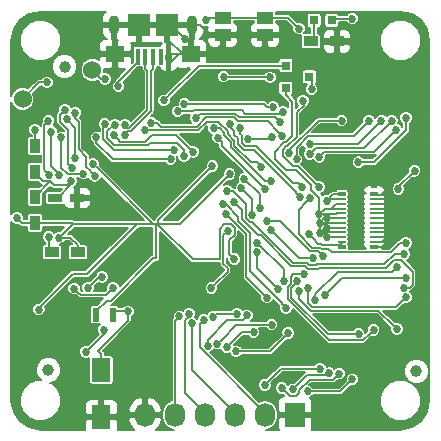
<source format=gbl>
G04 #@! TF.FileFunction,Copper,L2,Bot,Signal*
%FSLAX46Y46*%
G04 Gerber Fmt 4.6, Leading zero omitted, Abs format (unit mm)*
G04 Created by KiCad (PCBNEW 4.0.1-stable) date Tuesday, May 24, 2016 'PMt' 11:55:58 PM*
%MOMM*%
G01*
G04 APERTURE LIST*
%ADD10C,0.100000*%
%ADD11C,1.000000*%
%ADD12R,1.600000X2.000000*%
%ADD13R,1.200000X0.750000*%
%ADD14R,0.800100X0.800100*%
%ADD15R,0.797560X0.797560*%
%ADD16R,0.599440X1.198880*%
%ADD17R,1.727200X2.032000*%
%ADD18O,1.727200X2.032000*%
%ADD19R,1.600000X1.400000*%
%ADD20R,0.400000X1.350000*%
%ADD21R,1.900000X1.900000*%
%ADD22O,0.900000X1.600000*%
%ADD23R,0.660000X0.230000*%
%ADD24R,0.660000X0.350000*%
%ADD25C,1.524000*%
%ADD26R,1.200000X0.900000*%
%ADD27R,0.900000X1.200000*%
%ADD28R,1.400000X1.050000*%
%ADD29C,0.685800*%
%ADD30C,0.685801*%
%ADD31C,0.152400*%
%ADD32C,0.203200*%
G04 APERTURE END LIST*
D10*
D11*
X164590000Y-120760000D03*
X134800000Y-94970000D03*
X133430000Y-120660000D03*
D12*
X137920000Y-124650000D03*
X137920000Y-120650000D03*
D13*
X135890000Y-106080000D03*
X133990000Y-106080000D03*
D14*
X153540000Y-96790000D03*
X153540000Y-94890000D03*
X155538980Y-95840000D03*
D15*
X157429300Y-91050000D03*
X155930700Y-91050000D03*
D16*
X138901040Y-115960000D03*
X137498960Y-115960000D03*
D17*
X154330000Y-124440000D03*
D18*
X151790000Y-124440000D03*
X149250000Y-124440000D03*
X146710000Y-124440000D03*
X144170000Y-124440000D03*
X141630000Y-124440000D03*
D19*
X139100000Y-93900000D03*
X145500000Y-93900000D03*
D20*
X141000000Y-94125000D03*
X141650000Y-94125000D03*
X142300000Y-94125000D03*
X142950000Y-94125000D03*
X143600000Y-94125000D03*
D21*
X141100000Y-91450000D03*
X143500000Y-91450000D03*
D22*
X139000000Y-91450000D03*
X145600000Y-91450000D03*
D23*
X161005000Y-106200000D03*
X158295000Y-106200000D03*
X161005000Y-109800000D03*
X158295000Y-109800000D03*
D24*
X161005000Y-105725000D03*
X158295000Y-105725000D03*
X161005000Y-110275000D03*
X158295000Y-110275000D03*
D23*
X158295000Y-109400000D03*
X161005000Y-109400000D03*
X158295000Y-109000000D03*
X161005000Y-109000000D03*
X158295000Y-108600000D03*
X161005000Y-108600000D03*
X158295000Y-108200000D03*
X161005000Y-108200000D03*
X158295000Y-107800000D03*
X161005000Y-107800000D03*
X158295000Y-107400000D03*
X161005000Y-107400000D03*
X158295000Y-107000000D03*
X161005000Y-107000000D03*
X158295000Y-106600000D03*
X161005000Y-106600000D03*
D25*
X131260000Y-97700000D03*
X137150000Y-95260000D03*
D26*
X135940000Y-110690000D03*
X133740000Y-110690000D03*
D27*
X132280000Y-101660000D03*
X132280000Y-103860000D03*
X132290000Y-108190000D03*
X132290000Y-105990000D03*
D26*
X155660000Y-92830000D03*
X157860000Y-92830000D03*
D28*
X151790000Y-92260000D03*
X148190000Y-92260000D03*
X151790000Y-90810000D03*
X148190000Y-90810000D03*
D29*
X154451587Y-102826839D03*
D30*
X160588314Y-99531520D03*
D29*
X153834541Y-102263278D03*
D30*
X158255617Y-99531520D03*
X158255617Y-99531522D03*
X159700726Y-117580726D03*
X154506546Y-113131215D03*
D29*
X137982580Y-112787438D03*
X136790000Y-113680000D03*
D30*
X160970000Y-117250000D03*
X155117689Y-112557540D03*
D29*
X151760000Y-121911626D03*
X138950000Y-100730000D03*
X156430000Y-120525197D03*
X145669370Y-102177076D03*
X137502167Y-100951020D03*
X153190000Y-122178749D03*
X143778481Y-102813871D03*
D30*
X162950000Y-117190000D03*
X154624470Y-113961090D03*
D29*
X158069461Y-120952898D03*
X154120000Y-122290000D03*
X139071797Y-99876988D03*
X157174977Y-120909395D03*
X144921484Y-102555581D03*
X144052978Y-102021887D03*
X138200228Y-99825697D03*
D30*
X163711422Y-114496355D03*
X155427033Y-113699487D03*
D29*
X155373528Y-122469951D03*
X159173336Y-121435096D03*
X163543355Y-113675166D03*
X149143601Y-106468857D03*
X151313033Y-106972906D03*
D30*
X163700000Y-112840000D03*
D29*
X156843729Y-114286122D03*
X152852183Y-113789204D03*
X151075042Y-110700306D03*
X150022686Y-104455304D03*
X148561444Y-105493216D03*
X163564649Y-110829965D03*
X150701465Y-107546128D03*
D30*
X162950000Y-111900000D03*
D29*
X156030904Y-114737928D03*
X153363520Y-113125025D03*
X151092987Y-109862286D03*
X149774691Y-105255990D03*
X135616978Y-113753156D03*
X138918068Y-113724917D03*
X138130000Y-117240000D03*
X136621097Y-119109441D03*
X156369892Y-102596435D03*
D30*
X162864656Y-100304757D03*
D29*
X155563838Y-102375923D03*
D30*
X162507971Y-99546222D03*
D29*
X155570291Y-101540284D03*
D30*
X161632194Y-99531520D03*
D29*
X152390146Y-100883731D03*
X150363080Y-101133863D03*
X144369695Y-98743452D03*
X153305640Y-98768564D03*
X137361722Y-104204639D03*
X135712876Y-98866738D03*
X135698810Y-102730579D03*
X153060000Y-99670000D03*
X145901870Y-99312432D03*
X134986112Y-99433785D03*
X135405483Y-103513079D03*
X144942060Y-98134563D03*
X133460000Y-109400000D03*
X134852325Y-98606319D03*
X152443011Y-98379695D03*
X133524001Y-104103671D03*
X133436074Y-99549837D03*
X153222374Y-100807940D03*
X142156362Y-99733638D03*
X134357523Y-104163578D03*
X133670000Y-100460000D03*
X151402655Y-103423651D03*
X141603856Y-100368126D03*
X150809246Y-117448703D03*
X148521138Y-118736065D03*
X153740654Y-117519248D03*
X149320693Y-119063646D03*
X154910076Y-105178103D03*
X149693907Y-100148076D03*
X154770014Y-106001954D03*
X148853138Y-99823840D03*
X156387940Y-107433350D03*
X157050000Y-107790000D03*
X156400000Y-108200000D03*
X157050000Y-108600000D03*
X156420000Y-109010000D03*
X157050000Y-109410000D03*
X151775805Y-105354851D03*
D30*
X156699489Y-110981520D03*
D29*
X147773516Y-100970096D03*
X151918480Y-108032229D03*
X152245373Y-104660513D03*
D30*
X155798312Y-111183021D03*
D29*
X147449225Y-100197167D03*
X152260258Y-108806156D03*
X151934202Y-114523895D03*
X148469298Y-107448584D03*
X153553216Y-115406045D03*
X148256721Y-106635709D03*
X147370000Y-116150000D03*
X149414755Y-115879981D03*
X157183169Y-105214626D03*
X137148650Y-107061250D03*
X145010000Y-92640000D03*
X142795339Y-116742423D03*
X163790000Y-103110000D03*
X148157400Y-103490000D03*
X132840000Y-119340000D03*
X131300000Y-119340000D03*
X138390000Y-103180000D03*
X149385597Y-109971397D03*
X162740000Y-106600000D03*
X162100000Y-106990000D03*
X162700000Y-107410000D03*
X162110000Y-107790000D03*
X162690000Y-108210000D03*
X162080000Y-108600000D03*
X162690000Y-108970000D03*
X162110000Y-109390000D03*
X159370000Y-96030000D03*
X137160000Y-91810000D03*
X140167141Y-115688214D03*
X137250992Y-103229027D03*
X163720000Y-99300000D03*
X148785214Y-104045383D03*
X132620000Y-115530000D03*
X130790000Y-107780000D03*
X149169512Y-111269983D03*
X147320000Y-103390000D03*
X159680000Y-103060000D03*
X159160000Y-90900000D03*
X134330000Y-109450000D03*
X135368823Y-104651020D03*
X155720000Y-96880000D03*
X143206155Y-97832794D03*
X139360000Y-96640000D03*
X146584684Y-116435705D03*
X147230000Y-113710000D03*
X148599982Y-108896500D03*
X145610000Y-116690000D03*
X145330000Y-115880000D03*
X144528589Y-116116828D03*
X150235706Y-116036146D03*
X146932851Y-118596297D03*
X157000000Y-106300000D03*
X147748962Y-118416547D03*
X152332622Y-116809013D03*
X155510000Y-109160000D03*
X156330000Y-105150000D03*
X155612149Y-106122754D03*
X133310000Y-96300000D03*
X154650631Y-91747720D03*
D30*
X163714047Y-109890000D03*
D29*
X154980000Y-97860000D03*
X132310000Y-100310000D03*
X146790000Y-91040000D03*
X163060000Y-105330000D03*
X164449030Y-103780970D03*
X134534401Y-100963489D03*
X136401740Y-104026480D03*
X138240000Y-96000000D03*
X148270000Y-95820000D03*
X152210000Y-95870000D03*
X139910000Y-99880900D03*
X139910000Y-100719100D03*
D31*
X159279904Y-100839930D02*
X155439485Y-100839930D01*
X154451587Y-102341906D02*
X154451587Y-102826839D01*
X155439485Y-100839930D02*
X154451587Y-101827828D01*
X160588314Y-99531520D02*
X159279904Y-100839930D01*
X154451587Y-101827828D02*
X154451587Y-102341906D01*
X158255617Y-99531520D02*
X156320420Y-99531520D01*
X156320420Y-99531520D02*
X153834541Y-102017399D01*
X153834541Y-102017399D02*
X153834541Y-102263278D01*
X154506546Y-113230350D02*
X154012606Y-113724290D01*
X154012606Y-114519965D02*
X157073367Y-117580726D01*
X157073367Y-117580726D02*
X159215793Y-117580726D01*
X159215793Y-117580726D02*
X159700726Y-117580726D01*
X154506546Y-113131215D02*
X154506546Y-113230350D01*
X154012606Y-113724290D02*
X154012606Y-114519965D01*
X136790000Y-113680000D02*
X137682562Y-112787438D01*
X137682562Y-112787438D02*
X137982580Y-112787438D01*
X153707795Y-113594759D02*
X153707795Y-114646221D01*
X160627101Y-117592899D02*
X160970000Y-117250000D01*
X160067772Y-118152228D02*
X160627101Y-117592899D01*
X153935040Y-113367514D02*
X153707795Y-113594759D01*
X153707795Y-114646221D02*
X157213802Y-118152228D01*
X153935040Y-112808597D02*
X153935040Y-113367514D01*
X154186097Y-112557540D02*
X153935040Y-112808597D01*
X157213802Y-118152228D02*
X160067772Y-118152228D01*
X155117689Y-112557540D02*
X154186097Y-112557540D01*
X156430000Y-120525197D02*
X153146429Y-120525197D01*
X153146429Y-120525197D02*
X152102899Y-121568727D01*
X152102899Y-121568727D02*
X151760000Y-121911626D01*
X145669370Y-102177076D02*
X144222294Y-100730000D01*
X144222294Y-100730000D02*
X142240000Y-100730000D01*
X142240000Y-100730000D02*
X141654811Y-101315189D01*
X141654811Y-101315189D02*
X139535189Y-101315189D01*
X139535189Y-101315189D02*
X139292899Y-101072899D01*
X139292899Y-101072899D02*
X138950000Y-100730000D01*
X138880085Y-102813871D02*
X137502167Y-101435953D01*
X137502167Y-101435953D02*
X137502167Y-100951020D01*
X143778481Y-102813871D02*
X138880085Y-102813871D01*
X153870212Y-122858961D02*
X153532899Y-122521648D01*
X154393102Y-122858961D02*
X153870212Y-122858961D01*
X157541463Y-121480896D02*
X155551167Y-121480896D01*
X153532899Y-122521648D02*
X153190000Y-122178749D01*
X154688961Y-122563102D02*
X154393102Y-122858961D01*
X154688961Y-122343102D02*
X154688961Y-122563102D01*
X155551167Y-121480896D02*
X154688961Y-122343102D01*
X158069461Y-120952898D02*
X157541463Y-121480896D01*
X154624470Y-114608385D02*
X155630326Y-115614241D01*
X154624470Y-113961090D02*
X154624470Y-114608385D01*
X161374241Y-115614241D02*
X162607101Y-116847101D01*
X162607101Y-116847101D02*
X162950000Y-117190000D01*
X155630326Y-115614241D02*
X161374241Y-115614241D01*
X154462899Y-121947101D02*
X154120000Y-122290000D01*
X156987673Y-121096699D02*
X155313301Y-121096699D01*
X157174977Y-120909395D02*
X156987673Y-121096699D01*
X155313301Y-121096699D02*
X154462899Y-121947101D01*
X144921484Y-102555581D02*
X144921484Y-102047475D01*
X144921484Y-102047475D02*
X144294009Y-101420000D01*
X144294009Y-101420000D02*
X142030000Y-101420000D01*
X142030000Y-101420000D02*
X141830000Y-101620000D01*
X138957188Y-99876988D02*
X139071797Y-99876988D01*
X141830000Y-101620000D02*
X138994176Y-101620000D01*
X138994176Y-101620000D02*
X138378498Y-101004322D01*
X138378498Y-100455678D02*
X138957188Y-99876988D01*
X138378498Y-101004322D02*
X138378498Y-100455678D01*
X143568045Y-102021887D02*
X144052978Y-102021887D01*
X138073687Y-101130578D02*
X138964996Y-102021887D01*
X138200228Y-99825697D02*
X138073687Y-99952238D01*
X138964996Y-102021887D02*
X143568045Y-102021887D01*
X138073687Y-99952238D02*
X138073687Y-101130578D01*
X155756582Y-115309430D02*
X162898347Y-115309430D01*
X155427033Y-114979881D02*
X155756582Y-115309430D01*
X163368523Y-114839254D02*
X163711422Y-114496355D01*
X155427033Y-113699487D02*
X155427033Y-114979881D01*
X162898347Y-115309430D02*
X163368523Y-114839254D01*
X158138481Y-122469951D02*
X155858461Y-122469951D01*
X159173336Y-121435096D02*
X158138481Y-122469951D01*
X155858461Y-122469951D02*
X155373528Y-122469951D01*
X151172851Y-109256833D02*
X151411766Y-109256833D01*
X161996247Y-112007931D02*
X162675679Y-111328499D01*
X156348960Y-112007931D02*
X161996247Y-112007931D01*
X163284322Y-111328499D02*
X164282899Y-112327076D01*
X149820729Y-107904711D02*
X151172851Y-109256833D01*
X164282899Y-112327076D02*
X164282899Y-113420555D01*
X156297557Y-112059334D02*
X156348960Y-112007931D01*
X155397735Y-112059334D02*
X156297557Y-112059334D01*
X155197057Y-111858655D02*
X155397735Y-112059334D01*
X151411766Y-109256833D02*
X154013588Y-111858655D01*
X149143601Y-106468857D02*
X149820729Y-107145985D01*
X149820729Y-107145985D02*
X149820729Y-107904711D01*
X164028288Y-113675166D02*
X163543355Y-113675166D01*
X154013588Y-111858655D02*
X155197057Y-111858655D01*
X162675679Y-111328499D02*
X163284322Y-111328499D01*
X164282899Y-113420555D02*
X164028288Y-113675166D01*
X151313033Y-106487973D02*
X151313033Y-106972906D01*
X151313033Y-105745651D02*
X151313033Y-106487973D01*
X150022686Y-104455304D02*
X151313033Y-105745651D01*
X163215067Y-112840000D02*
X163700000Y-112840000D01*
X156843729Y-114286122D02*
X158289851Y-112840000D01*
X158289851Y-112840000D02*
X163215067Y-112840000D01*
X152509284Y-113446305D02*
X152852183Y-113789204D01*
X151075042Y-112012063D02*
X152509284Y-113446305D01*
X151075042Y-110700306D02*
X151075042Y-112012063D01*
X155523991Y-111754523D02*
X155323314Y-111553845D01*
X162743146Y-110829965D02*
X161871166Y-111701945D01*
X149046377Y-105493216D02*
X148561444Y-105493216D01*
X161871166Y-111701945D02*
X156125212Y-111701945D01*
X150469119Y-108122035D02*
X150125540Y-107778456D01*
X154146955Y-111553844D02*
X150715146Y-108122035D01*
X163564649Y-110829965D02*
X162743146Y-110829965D01*
X150125540Y-106572379D02*
X149046377Y-105493216D01*
X156072634Y-111754523D02*
X155523991Y-111754523D01*
X156125212Y-111701945D02*
X156072634Y-111754523D01*
X150125540Y-107778456D02*
X150125540Y-106572379D01*
X155323314Y-111553845D02*
X154146955Y-111553844D01*
X150715146Y-108122035D02*
X150469119Y-108122035D01*
X150701465Y-107061195D02*
X150701465Y-107546128D01*
X149774691Y-105255990D02*
X150701465Y-106182764D01*
X150701465Y-106182764D02*
X150701465Y-107061195D01*
X162490000Y-112360000D02*
X162607101Y-112242899D01*
X157923899Y-112360000D02*
X162490000Y-112360000D01*
X156030904Y-114252995D02*
X157923899Y-112360000D01*
X162607101Y-112242899D02*
X162950000Y-111900000D01*
X156030904Y-114737928D02*
X156030904Y-114252995D01*
X153363520Y-112640092D02*
X153363520Y-113125025D01*
X153363520Y-112132819D02*
X153363520Y-112640092D01*
X151092987Y-109862286D02*
X153363520Y-112132819D01*
X138918068Y-113724917D02*
X138352985Y-114290000D01*
X138352985Y-114290000D02*
X136153822Y-114290000D01*
X136153822Y-114290000D02*
X135959877Y-114096055D01*
X135959877Y-114096055D02*
X135616978Y-113753156D01*
X136621097Y-119109441D02*
X138130000Y-117600538D01*
X138130000Y-117600538D02*
X138130000Y-117240000D01*
X156797828Y-102168499D02*
X156712791Y-102253536D01*
X161000914Y-102168499D02*
X156797828Y-102168499D01*
X162864656Y-100304757D02*
X161000914Y-102168499D01*
X156712791Y-102253536D02*
X156369892Y-102596435D01*
X156076073Y-101863688D02*
X155906737Y-102033024D01*
X155906737Y-102033024D02*
X155563838Y-102375923D01*
X162507971Y-99546222D02*
X160190505Y-101863688D01*
X160190505Y-101863688D02*
X156076073Y-101863688D01*
X156055224Y-101540284D02*
X155570291Y-101540284D01*
X159623430Y-101540284D02*
X156055224Y-101540284D01*
X161632194Y-99531520D02*
X159623430Y-101540284D01*
X150363080Y-101133863D02*
X152140014Y-101133863D01*
X152140014Y-101133863D02*
X152390146Y-100883731D01*
X145642372Y-98743452D02*
X144854628Y-98743452D01*
X149804850Y-98642716D02*
X145743108Y-98642716D01*
X150113172Y-98951038D02*
X149804850Y-98642716D01*
X144854628Y-98743452D02*
X144369695Y-98743452D01*
X153305640Y-98768564D02*
X153123166Y-98951038D01*
X145743108Y-98642716D02*
X145642372Y-98743452D01*
X153123166Y-98951038D02*
X150113172Y-98951038D01*
X136638499Y-102597641D02*
X136638499Y-103457537D01*
X137018823Y-103861740D02*
X137361722Y-104204639D01*
X136638499Y-103457537D02*
X137018823Y-103837861D01*
X135990000Y-101949142D02*
X136638499Y-102597641D01*
X135990000Y-99628795D02*
X135990000Y-101949142D01*
X135712876Y-98866738D02*
X135712876Y-99351671D01*
X137018823Y-103837861D02*
X137018823Y-103861740D01*
X135712876Y-99351671D02*
X135990000Y-99628795D01*
X135698810Y-102245646D02*
X135698810Y-102730579D01*
X135678029Y-100125702D02*
X135678029Y-102224865D01*
X134986112Y-99433785D02*
X135678029Y-100125702D01*
X135678029Y-102224865D02*
X135698810Y-102245646D01*
X146266775Y-98947527D02*
X149253716Y-98947527D01*
X149577953Y-99271764D02*
X152661764Y-99271764D01*
X149253716Y-98947527D02*
X149577953Y-99271764D01*
X145901870Y-99312432D02*
X146266775Y-98947527D01*
X152717101Y-99327101D02*
X153060000Y-99670000D01*
X152661764Y-99271764D02*
X152717101Y-99327101D01*
X135110208Y-100366133D02*
X135110208Y-103217804D01*
X134852325Y-98606319D02*
X134378664Y-99079980D01*
X134378664Y-99634589D02*
X135110208Y-100366133D01*
X134378664Y-99079980D02*
X134378664Y-99634589D01*
X135110208Y-103217804D02*
X135405483Y-103513079D01*
X145426993Y-98134563D02*
X144942060Y-98134563D01*
X151958078Y-98379695D02*
X151712946Y-98134563D01*
X152443011Y-98379695D02*
X151958078Y-98379695D01*
X151712946Y-98134563D02*
X145426993Y-98134563D01*
X133460000Y-109400000D02*
X133460000Y-110410000D01*
X133460000Y-110410000D02*
X133740000Y-110690000D01*
X133093175Y-103672845D02*
X133181102Y-103760772D01*
X133181102Y-103760772D02*
X133524001Y-104103671D01*
X133436074Y-99549837D02*
X133093175Y-99892736D01*
X133093175Y-99892736D02*
X133093175Y-103672845D01*
X149451697Y-99576575D02*
X151991009Y-99576575D01*
X142641295Y-99733638D02*
X142959194Y-100051537D01*
X151991009Y-99576575D02*
X152879475Y-100465041D01*
X145985146Y-100051537D02*
X146784345Y-99252338D01*
X146784345Y-99252338D02*
X149127460Y-99252338D01*
X149127460Y-99252338D02*
X149451697Y-99576575D01*
X152879475Y-100465041D02*
X153222374Y-100807940D01*
X142156362Y-99733638D02*
X142641295Y-99733638D01*
X142959194Y-100051537D02*
X145985146Y-100051537D01*
X133670000Y-100460000D02*
X133670000Y-103357500D01*
X134357523Y-104045023D02*
X134357523Y-104163578D01*
X133670000Y-103357500D02*
X134357523Y-104045023D01*
X151059756Y-103080752D02*
X151402655Y-103423651D01*
X148619199Y-100659199D02*
X149181957Y-101221957D01*
X150602013Y-103080752D02*
X151059756Y-103080752D01*
X148619199Y-100449199D02*
X148619199Y-100659199D01*
X149181957Y-101660696D02*
X150602013Y-103080752D01*
X141603856Y-100368126D02*
X146123067Y-100368126D01*
X146123067Y-100368126D02*
X146866289Y-99624904D01*
X149181957Y-101221957D02*
X149181957Y-101660696D01*
X147794904Y-99624904D02*
X148619199Y-100449199D01*
X146866289Y-99624904D02*
X147794904Y-99624904D01*
X149808500Y-117448703D02*
X150324313Y-117448703D01*
X150324313Y-117448703D02*
X150809246Y-117448703D01*
X148521138Y-118736065D02*
X149808500Y-117448703D01*
X153397755Y-117862147D02*
X153740654Y-117519248D01*
X149320693Y-119063646D02*
X152196256Y-119063646D01*
X152196256Y-119063646D02*
X153397755Y-117862147D01*
X149791579Y-101408184D02*
X150088759Y-101705364D01*
X150088759Y-101705364D02*
X150992080Y-101705364D01*
X149693907Y-100148076D02*
X149693907Y-100633009D01*
X149791579Y-100730681D02*
X149791579Y-101408184D01*
X154121920Y-104835204D02*
X154567177Y-104835204D01*
X150992080Y-101705364D02*
X154121920Y-104835204D01*
X149693907Y-100633009D02*
X149791579Y-100730681D01*
X154567177Y-104835204D02*
X154910076Y-105178103D01*
X150835003Y-102010175D02*
X154427115Y-105602287D01*
X149154811Y-100383744D02*
X149154811Y-100715874D01*
X148853138Y-100082071D02*
X149154811Y-100383744D01*
X149962503Y-102010175D02*
X150835003Y-102010175D01*
X149486768Y-101534440D02*
X149962503Y-102010175D01*
X154427115Y-105602287D02*
X154427115Y-105659055D01*
X154427115Y-105659055D02*
X154770014Y-106001954D01*
X149154811Y-100715874D02*
X149486768Y-101047831D01*
X148853138Y-99823840D02*
X148853138Y-100082071D01*
X149486768Y-101047831D02*
X149486768Y-101534440D01*
D32*
X153577709Y-103727709D02*
X154441125Y-103727709D01*
X152630003Y-102162357D02*
X152630003Y-102780003D01*
X154069492Y-97922742D02*
X154069492Y-100840477D01*
X154069492Y-100840477D02*
X153543323Y-101366646D01*
X153425713Y-101366647D02*
X152630003Y-102162357D01*
X153543323Y-101366646D02*
X153425713Y-101366647D01*
X155704346Y-105370945D02*
X156387940Y-106054539D01*
X153540000Y-97393250D02*
X154069492Y-97922742D01*
X152630003Y-102780003D02*
X153577709Y-103727709D01*
X156387940Y-106948417D02*
X156387940Y-107433350D01*
X153540000Y-96790000D02*
X153540000Y-97393250D01*
X156387940Y-106054539D02*
X156387940Y-106948417D01*
X154441125Y-103727709D02*
X155704346Y-104990930D01*
X155704346Y-104990930D02*
X155704346Y-105370945D01*
X158295000Y-107000000D02*
X157360000Y-107000000D01*
X157360000Y-107000000D02*
X156821290Y-107000000D01*
X158295000Y-106600000D02*
X157761800Y-106600000D01*
X157761800Y-106600000D02*
X157361800Y-107000000D01*
X157361800Y-107000000D02*
X157360000Y-107000000D01*
X156821290Y-107000000D02*
X156387940Y-107433350D01*
X157050000Y-107790000D02*
X156810000Y-107790000D01*
X156810000Y-107790000D02*
X156400000Y-108200000D01*
X157050000Y-108600000D02*
X156830000Y-108600000D01*
X156830000Y-108600000D02*
X156420000Y-109010000D01*
X156400000Y-108200000D02*
X156650000Y-108200000D01*
X156650000Y-108200000D02*
X157050000Y-108600000D01*
X156420000Y-109010000D02*
X156650000Y-109010000D01*
X156650000Y-109010000D02*
X157050000Y-109410000D01*
X156400000Y-108200000D02*
X156400000Y-108990000D01*
X156400000Y-108990000D02*
X156420000Y-109010000D01*
X156387940Y-107433350D02*
X156387940Y-108187940D01*
X156387940Y-108187940D02*
X156400000Y-108200000D01*
X156387940Y-107433350D02*
X156693350Y-107433350D01*
X156693350Y-107433350D02*
X157050000Y-107790000D01*
D31*
X157812600Y-107400000D02*
X157779250Y-107433350D01*
X157779250Y-107433350D02*
X156387940Y-107433350D01*
X158295000Y-107400000D02*
X157812600Y-107400000D01*
X157050000Y-107790000D02*
X158285000Y-107790000D01*
X158285000Y-107790000D02*
X158295000Y-107800000D01*
X158295000Y-108200000D02*
X156400000Y-108200000D01*
X157050000Y-108600000D02*
X158295000Y-108600000D01*
X158295000Y-109000000D02*
X156430000Y-109000000D01*
X156430000Y-109000000D02*
X156420000Y-109010000D01*
X157050000Y-109410000D02*
X158285000Y-109410000D01*
X158285000Y-109410000D02*
X158295000Y-109400000D01*
X151432906Y-105011952D02*
X151775805Y-105354851D01*
X148116415Y-101312995D02*
X148116415Y-101695461D01*
X147773516Y-100970096D02*
X148116415Y-101312995D01*
X148116415Y-101695461D02*
X151432906Y-105011952D01*
X156356590Y-110638621D02*
X156699489Y-110981520D01*
X153016407Y-108032229D02*
X155595679Y-110611501D01*
X151918480Y-108032229D02*
X153016407Y-108032229D01*
X155595679Y-110611501D02*
X156329470Y-110611501D01*
X156329470Y-110611501D02*
X156356590Y-110638621D01*
X151750707Y-104660513D02*
X151760440Y-104660513D01*
X147449225Y-100197167D02*
X147934158Y-100197167D01*
X148314388Y-100785455D02*
X148877146Y-101348213D01*
X151760440Y-104660513D02*
X152245373Y-104660513D01*
X147934158Y-100197167D02*
X148314388Y-100577397D01*
X148314388Y-100577397D02*
X148314388Y-100785455D01*
X148877146Y-101786952D02*
X151750707Y-104660513D01*
X148877146Y-101348213D02*
X148877146Y-101786952D01*
X155313379Y-111183021D02*
X155798312Y-111183021D01*
X154637123Y-111183021D02*
X155313379Y-111183021D01*
X152260258Y-108806156D02*
X154637123Y-111183021D01*
X148812197Y-107791483D02*
X148845367Y-107791483D01*
X148469298Y-107448584D02*
X148812197Y-107791483D01*
X151591303Y-114180996D02*
X151934202Y-114523895D01*
X148845367Y-107791483D02*
X150198729Y-109144845D01*
X150198729Y-112788422D02*
X151591303Y-114180996D01*
X150198729Y-109144845D02*
X150198729Y-112788422D01*
X149515918Y-108030968D02*
X150503540Y-109018590D01*
X149515918Y-107682671D02*
X149515918Y-108030968D01*
X153210317Y-115063146D02*
X153553216Y-115406045D01*
X148468956Y-106635709D02*
X149515918Y-107682671D01*
X148256721Y-106635709D02*
X148468956Y-106635709D01*
X153210317Y-114977897D02*
X153210317Y-115063146D01*
X150503540Y-109018590D02*
X150503540Y-112271120D01*
X150503540Y-112271120D02*
X153210317Y-114977897D01*
X147640019Y-115879981D02*
X147370000Y-116150000D01*
X149414755Y-115879981D02*
X147640019Y-115879981D01*
D32*
X157183169Y-104653169D02*
X157183169Y-104729693D01*
X157130000Y-104600000D02*
X157183169Y-104653169D01*
X157183169Y-104729693D02*
X157183169Y-105214626D01*
D31*
X145010000Y-92640000D02*
X143820000Y-91450000D01*
X143820000Y-91450000D02*
X143500000Y-91450000D01*
X143138238Y-116399524D02*
X142795339Y-116742423D01*
X143362695Y-116175067D02*
X143138238Y-116399524D01*
X143370000Y-116175067D02*
X143362695Y-116175067D01*
D32*
X145500000Y-93900000D02*
X147278200Y-93900000D01*
X147278200Y-93900000D02*
X148190000Y-92988200D01*
X148190000Y-92988200D02*
X148190000Y-92260000D01*
X145600000Y-91450000D02*
X146253200Y-91450000D01*
X146253200Y-91450000D02*
X147063200Y-92260000D01*
X147063200Y-92260000D02*
X147286800Y-92260000D01*
X147286800Y-92260000D02*
X148190000Y-92260000D01*
X145500000Y-93900000D02*
X144796800Y-93900000D01*
X144796800Y-93900000D02*
X143500000Y-92603200D01*
X143500000Y-92603200D02*
X143500000Y-91450000D01*
X145500000Y-93900000D02*
X144496800Y-93900000D01*
X144496800Y-93900000D02*
X143580000Y-94816800D01*
X145500000Y-93900000D02*
X143825000Y-93900000D01*
X143825000Y-93900000D02*
X143600000Y-94125000D01*
X131300000Y-119340000D02*
X132840000Y-119340000D01*
D31*
X149385597Y-110456330D02*
X149385597Y-109971397D01*
X149180000Y-110654933D02*
X149186994Y-110654933D01*
X149186994Y-110654933D02*
X149385597Y-110456330D01*
X161005000Y-105800000D02*
X161940000Y-105800000D01*
X161940000Y-105800000D02*
X162340000Y-106200000D01*
X161005000Y-106200000D02*
X162340000Y-106200000D01*
X162340000Y-106200000D02*
X162740000Y-106600000D01*
X161005000Y-109800000D02*
X161700000Y-109800000D01*
X161700000Y-109800000D02*
X162110000Y-109390000D01*
X161005000Y-110200000D02*
X161660000Y-110200000D01*
X161660000Y-110200000D02*
X162110000Y-109750000D01*
X162110000Y-109750000D02*
X162110000Y-109390000D01*
X161005000Y-106600000D02*
X162740000Y-106600000D01*
X162100000Y-106990000D02*
X161015000Y-106990000D01*
X161015000Y-106990000D02*
X161005000Y-107000000D01*
X161005000Y-107400000D02*
X162690000Y-107400000D01*
X162690000Y-107400000D02*
X162700000Y-107410000D01*
X162110000Y-107790000D02*
X161015000Y-107790000D01*
X161015000Y-107790000D02*
X161005000Y-107800000D01*
X161005000Y-108200000D02*
X162680000Y-108200000D01*
X162680000Y-108200000D02*
X162690000Y-108210000D01*
X162080000Y-108600000D02*
X161005000Y-108600000D01*
X161005000Y-109000000D02*
X162660000Y-109000000D01*
X162660000Y-109000000D02*
X162690000Y-108970000D01*
X162110000Y-109390000D02*
X161015000Y-109390000D01*
X161015000Y-109390000D02*
X161005000Y-109400000D01*
X137160000Y-91810000D02*
X137160000Y-91325067D01*
D32*
X140167141Y-115688214D02*
X139172826Y-115688214D01*
X139172826Y-115688214D02*
X138901040Y-115960000D01*
D31*
X140167141Y-116173147D02*
X140167141Y-115688214D01*
X139130000Y-117500000D02*
X140167141Y-116462859D01*
X140167141Y-116462859D02*
X140167141Y-116173147D01*
X139250000Y-117380000D02*
X139130000Y-117500000D01*
X139130000Y-117500000D02*
X137630000Y-119000000D01*
X137630000Y-119000000D02*
X137920000Y-119290000D01*
X137920000Y-119290000D02*
X137920000Y-120650000D01*
D32*
X142291965Y-108270000D02*
X137593891Y-103571926D01*
X137593891Y-103571926D02*
X137250992Y-103229027D01*
X142580000Y-108270000D02*
X142291965Y-108270000D01*
X163720000Y-99784933D02*
X163720000Y-99300000D01*
X160994933Y-103060000D02*
X163720000Y-100334933D01*
X159680000Y-103060000D02*
X160994933Y-103060000D01*
X163720000Y-100334933D02*
X163720000Y-99784933D01*
X148442315Y-104388282D02*
X148785214Y-104045383D01*
X144560597Y-108270000D02*
X148442315Y-104388282D01*
X142740000Y-108270000D02*
X144560597Y-108270000D01*
X142570000Y-108270000D02*
X142570000Y-111180000D01*
X142570000Y-111180000D02*
X142324678Y-111180000D01*
X142324678Y-111180000D02*
X138704678Y-114800000D01*
X138359240Y-114800000D02*
X137498960Y-115660280D01*
X138704678Y-114800000D02*
X138359240Y-114800000D01*
X137498960Y-115660280D02*
X137498960Y-115960000D01*
X142570000Y-108270000D02*
X135510000Y-108270000D01*
X142740000Y-108270000D02*
X142570000Y-108270000D01*
X135500000Y-112530000D02*
X132620000Y-115410000D01*
X132620000Y-115410000D02*
X132620000Y-115530000D01*
X136700000Y-112530000D02*
X135500000Y-112530000D01*
X140960000Y-108270000D02*
X136700000Y-112530000D01*
X142580000Y-108270000D02*
X142740000Y-108270000D01*
X142580000Y-108270000D02*
X140960000Y-108270000D01*
X132290000Y-108190000D02*
X131200000Y-108190000D01*
X131200000Y-108190000D02*
X130790000Y-107780000D01*
X135510000Y-108270000D02*
X135430000Y-108190000D01*
X135430000Y-108190000D02*
X132290000Y-108190000D01*
X135510000Y-108270000D02*
X134330000Y-109450000D01*
X148720000Y-110718501D02*
X148720000Y-110820471D01*
X148720000Y-110820471D02*
X149169512Y-111269983D01*
X148720000Y-109659896D02*
X148720000Y-110718501D01*
X142740000Y-108340000D02*
X145670000Y-111270000D01*
X147926873Y-111270000D02*
X147926873Y-108686195D01*
X148313469Y-108299599D02*
X148886495Y-108299599D01*
X145670000Y-111270000D02*
X147926873Y-111270000D01*
X147926873Y-108686195D02*
X148313469Y-108299599D01*
X148886495Y-108299599D02*
X149196883Y-108609987D01*
X149196883Y-108609987D02*
X149196883Y-109183013D01*
X149196883Y-109183013D02*
X148720000Y-109659896D01*
X142740000Y-108270000D02*
X142740000Y-108340000D01*
X142740000Y-108270000D02*
X142740000Y-107970000D01*
X142740000Y-107970000D02*
X147320000Y-103390000D01*
D31*
X159160000Y-90900000D02*
X157579300Y-90900000D01*
X157579300Y-90900000D02*
X157429300Y-91050000D01*
X135302400Y-109450000D02*
X134330000Y-109450000D01*
X135940000Y-110690000D02*
X135940000Y-110087600D01*
X135940000Y-110087600D02*
X135302400Y-109450000D01*
X133990000Y-106080000D02*
X134215000Y-106080000D01*
X133580000Y-104690000D02*
X133883919Y-104993919D01*
X135025924Y-104993919D02*
X135368823Y-104651020D01*
X133883919Y-104993919D02*
X135025924Y-104993919D01*
X134215000Y-106080000D02*
X135368823Y-104926177D01*
X135368823Y-104926177D02*
X135368823Y-104651020D01*
X133580000Y-104690000D02*
X132960000Y-104690000D01*
X132960000Y-104690000D02*
X132280000Y-104010000D01*
X132280000Y-104010000D02*
X132280000Y-103860000D01*
X133580000Y-104690000D02*
X132290000Y-105980000D01*
X132290000Y-105980000D02*
X132290000Y-105990000D01*
D32*
X155720000Y-96880000D02*
X155720000Y-96021020D01*
X155720000Y-96021020D02*
X155538980Y-95840000D01*
X146148949Y-94890000D02*
X143549054Y-97489895D01*
X153540000Y-94890000D02*
X146148949Y-94890000D01*
X143549054Y-97489895D02*
X143206155Y-97832794D01*
X141000000Y-94125000D02*
X141000000Y-94600000D01*
X141000000Y-94600000D02*
X139360000Y-96240000D01*
X139360000Y-96240000D02*
X139360000Y-96640000D01*
D31*
X155930700Y-91050000D02*
X155930700Y-92559300D01*
X155930700Y-92559300D02*
X155660000Y-92830000D01*
X146241785Y-116778604D02*
X146584684Y-116435705D01*
X146241785Y-118739385D02*
X146241785Y-116778604D01*
X151790000Y-124440000D02*
X151790000Y-124287600D01*
X151790000Y-124287600D02*
X146241785Y-118739385D01*
X147572899Y-113367101D02*
X147230000Y-113710000D01*
X148599982Y-112340018D02*
X147572899Y-113367101D01*
X148599982Y-112040000D02*
X148599982Y-112340018D01*
X148257083Y-111697101D02*
X148599982Y-112040000D01*
X148257083Y-109239399D02*
X148257083Y-111697101D01*
X148599982Y-108896500D02*
X148257083Y-109239399D01*
X148599982Y-112111899D02*
X148599982Y-112040000D01*
X145610000Y-120647600D02*
X145610000Y-117174933D01*
X145610000Y-117174933D02*
X145610000Y-116690000D01*
X149250000Y-124440000D02*
X149250000Y-124287600D01*
X149250000Y-124287600D02*
X145610000Y-120647600D01*
X145041039Y-116443894D02*
X145330000Y-116154933D01*
X145330000Y-116154933D02*
X145330000Y-115880000D01*
X145041039Y-122618639D02*
X145041039Y-116443894D01*
X146710000Y-124440000D02*
X146710000Y-124287600D01*
X146710000Y-124287600D02*
X145041039Y-122618639D01*
X144170000Y-124440000D02*
X144170000Y-116475417D01*
X144170000Y-116475417D02*
X144185690Y-116459727D01*
X144185690Y-116459727D02*
X144528589Y-116116828D01*
X146932851Y-118111364D02*
X148595253Y-116448962D01*
X148595253Y-116448962D02*
X149822890Y-116448962D01*
X149822890Y-116448962D02*
X149892807Y-116379045D01*
X149892807Y-116379045D02*
X150235706Y-116036146D01*
X146932851Y-118596297D02*
X146932851Y-118111364D01*
X158295000Y-106200000D02*
X157100000Y-106200000D01*
X157100000Y-106200000D02*
X157000000Y-106300000D01*
X157342899Y-105957101D02*
X157000000Y-106300000D01*
X157520000Y-105780000D02*
X157342899Y-105957101D01*
X158275000Y-105780000D02*
X157520000Y-105780000D01*
X158295000Y-109800000D02*
X158295000Y-109890382D01*
X158295000Y-109890382D02*
X158140191Y-110045191D01*
X148091861Y-118073648D02*
X147748962Y-118416547D01*
X149356496Y-116809013D02*
X148091861Y-118073648D01*
X152332622Y-116809013D02*
X149356496Y-116809013D01*
X156536257Y-109945191D02*
X156295191Y-109945191D01*
X156636257Y-110045191D02*
X156536257Y-109945191D01*
X158140191Y-110045191D02*
X156636257Y-110045191D01*
X158275000Y-110180000D02*
X158140191Y-110045191D01*
X155852899Y-109502899D02*
X155510000Y-109160000D01*
X156295191Y-109945191D02*
X155852899Y-109502899D01*
X153265580Y-102536380D02*
X154129238Y-103400038D01*
X155987101Y-104807101D02*
X156330000Y-105150000D01*
X154580038Y-103400038D02*
X155987101Y-104807101D01*
X153265580Y-101990176D02*
X153265580Y-102536380D01*
X153679048Y-101694317D02*
X153561439Y-101694317D01*
X154460211Y-100716777D02*
X154460211Y-100913154D01*
X154129238Y-103400038D02*
X154580038Y-103400038D01*
X153561439Y-101694317D02*
X153265580Y-101990176D01*
X154460211Y-100913154D02*
X153679048Y-101694317D01*
X163714047Y-109890000D02*
X163229114Y-109890000D01*
X163229114Y-109890000D02*
X162436215Y-110682899D01*
X155766691Y-110306691D02*
X154620000Y-109160000D01*
X156559035Y-110410000D02*
X156455726Y-110306691D01*
X157422899Y-110682899D02*
X157150000Y-110410000D01*
X154620000Y-107114903D02*
X155269250Y-106465653D01*
X155269250Y-106465653D02*
X155612149Y-106122754D01*
X162436215Y-110682899D02*
X157422899Y-110682899D01*
X157150000Y-110410000D02*
X156559035Y-110410000D01*
X154620000Y-109160000D02*
X154620000Y-107114903D01*
X156455726Y-110306691D02*
X155766691Y-110306691D01*
X131260000Y-97700000D02*
X132660000Y-96300000D01*
X132660000Y-96300000D02*
X133310000Y-96300000D01*
X154307732Y-91404821D02*
X154650631Y-91747720D01*
X153712911Y-90810000D02*
X154307732Y-91404821D01*
X151790000Y-90810000D02*
X153712911Y-90810000D01*
X155040000Y-98260000D02*
X155040000Y-97920000D01*
X155040000Y-97920000D02*
X154980000Y-97860000D01*
X154460211Y-99089789D02*
X154460211Y-98839789D01*
X154460211Y-98839789D02*
X155040000Y-98260000D01*
X154460211Y-100716777D02*
X154460211Y-99089789D01*
X151790000Y-90810000D02*
X151965000Y-90810000D01*
X154470000Y-100706988D02*
X154460211Y-100716777D01*
X132310000Y-100310000D02*
X132310000Y-101630000D01*
X132310000Y-101630000D02*
X132280000Y-101660000D01*
X148190000Y-90810000D02*
X147020000Y-90810000D01*
X147020000Y-90810000D02*
X146790000Y-91040000D01*
X151790000Y-90810000D02*
X148190000Y-90810000D01*
X163060000Y-105170000D02*
X163060000Y-105330000D01*
X164449030Y-103780970D02*
X163060000Y-105170000D01*
X134534401Y-101448422D02*
X134534401Y-100963489D01*
X135095720Y-104082058D02*
X134534401Y-103520739D01*
X135861229Y-104082058D02*
X135095720Y-104082058D01*
X136401740Y-104026480D02*
X135916807Y-104026480D01*
X135916807Y-104026480D02*
X135861229Y-104082058D01*
X134534401Y-103520739D02*
X134534401Y-101448422D01*
X138218001Y-96021999D02*
X138240000Y-96000000D01*
X137911999Y-96021999D02*
X138218001Y-96021999D01*
X137150000Y-95260000D02*
X137911999Y-96021999D01*
X152210000Y-95870000D02*
X148320000Y-95870000D01*
X148320000Y-95870000D02*
X148270000Y-95820000D01*
X140176701Y-100147601D02*
X139910000Y-99880900D01*
X141822600Y-98601874D02*
X140276873Y-100147601D01*
X140276873Y-100147601D02*
X140176701Y-100147601D01*
X141650000Y-94125000D02*
X141650000Y-95137500D01*
X141650000Y-95137500D02*
X141822600Y-95310100D01*
X141822600Y-95310100D02*
X141822600Y-98601874D01*
X141650000Y-94125000D02*
X141650000Y-94600000D01*
X140403127Y-100452399D02*
X140176701Y-100452399D01*
X140176701Y-100452399D02*
X139910000Y-100719100D01*
X142127400Y-98728126D02*
X140403127Y-100452399D01*
X142300000Y-94125000D02*
X142300000Y-95137500D01*
X142300000Y-95137500D02*
X142127400Y-95310100D01*
X142127400Y-95310100D02*
X142127400Y-98728126D01*
X142300000Y-94125000D02*
X142300000Y-94600000D01*
G36*
X138244171Y-90352656D02*
X138015709Y-90698787D01*
X137937096Y-91105999D01*
X138097171Y-91272200D01*
X138822200Y-91272200D01*
X138822200Y-91252200D01*
X139177800Y-91252200D01*
X139177800Y-91272200D01*
X140922200Y-91272200D01*
X140922200Y-91252200D01*
X141277800Y-91252200D01*
X141277800Y-91272200D01*
X143322200Y-91272200D01*
X143322200Y-91252200D01*
X143677800Y-91252200D01*
X143677800Y-91272200D01*
X145422200Y-91272200D01*
X145422200Y-91252200D01*
X145777800Y-91252200D01*
X145777800Y-91272200D01*
X145797800Y-91272200D01*
X145797800Y-91627800D01*
X145777800Y-91627800D01*
X145777800Y-92661850D01*
X145677800Y-92761850D01*
X145677800Y-93722200D01*
X146738150Y-93722200D01*
X146884200Y-93576150D01*
X146884200Y-93083796D01*
X146795261Y-92869078D01*
X146630923Y-92704739D01*
X146416205Y-92615800D01*
X146231169Y-92615800D01*
X146289350Y-92583850D01*
X146905800Y-92583850D01*
X146905800Y-92901204D01*
X146994739Y-93115922D01*
X147159077Y-93280261D01*
X147373795Y-93369200D01*
X147866150Y-93369200D01*
X148012200Y-93223150D01*
X148012200Y-92437800D01*
X148367800Y-92437800D01*
X148367800Y-93223150D01*
X148513850Y-93369200D01*
X149006205Y-93369200D01*
X149220923Y-93280261D01*
X149385261Y-93115922D01*
X149474200Y-92901204D01*
X149474200Y-92583850D01*
X150505800Y-92583850D01*
X150505800Y-92901204D01*
X150594739Y-93115922D01*
X150759077Y-93280261D01*
X150973795Y-93369200D01*
X151466150Y-93369200D01*
X151612200Y-93223150D01*
X151612200Y-92437800D01*
X151967800Y-92437800D01*
X151967800Y-93223150D01*
X152113850Y-93369200D01*
X152606205Y-93369200D01*
X152820923Y-93280261D01*
X152985261Y-93115922D01*
X153074200Y-92901204D01*
X153074200Y-92583850D01*
X152928150Y-92437800D01*
X151967800Y-92437800D01*
X151612200Y-92437800D01*
X150651850Y-92437800D01*
X150505800Y-92583850D01*
X149474200Y-92583850D01*
X149328150Y-92437800D01*
X148367800Y-92437800D01*
X148012200Y-92437800D01*
X147051850Y-92437800D01*
X146905800Y-92583850D01*
X146289350Y-92583850D01*
X146355829Y-92547344D01*
X146584291Y-92201213D01*
X146662904Y-91794001D01*
X146502831Y-91627802D01*
X146634200Y-91627802D01*
X146634200Y-91594117D01*
X146675823Y-91611400D01*
X146903180Y-91611599D01*
X146909938Y-91608807D01*
X146905800Y-91618796D01*
X146905800Y-91936150D01*
X147051850Y-92082200D01*
X148012200Y-92082200D01*
X148012200Y-92062200D01*
X148367800Y-92062200D01*
X148367800Y-92082200D01*
X149328150Y-92082200D01*
X149474200Y-91936150D01*
X149474200Y-91618796D01*
X149385261Y-91404078D01*
X149220923Y-91239739D01*
X149123078Y-91199210D01*
X149123078Y-91114800D01*
X150856922Y-91114800D01*
X150856922Y-91199210D01*
X150759077Y-91239739D01*
X150594739Y-91404078D01*
X150505800Y-91618796D01*
X150505800Y-91936150D01*
X150651850Y-92082200D01*
X151612200Y-92082200D01*
X151612200Y-92062200D01*
X151967800Y-92062200D01*
X151967800Y-92082200D01*
X152928150Y-92082200D01*
X153074200Y-91936150D01*
X153074200Y-91618796D01*
X152985261Y-91404078D01*
X152820923Y-91239739D01*
X152723078Y-91199210D01*
X152723078Y-91114800D01*
X153586659Y-91114800D01*
X154086910Y-91615051D01*
X154079231Y-91633543D01*
X154079032Y-91860900D01*
X154165855Y-92071026D01*
X154326480Y-92231931D01*
X154536454Y-92319120D01*
X154763811Y-92319319D01*
X154848775Y-92284212D01*
X154845285Y-92289320D01*
X154826922Y-92380000D01*
X154826922Y-93280000D01*
X154842862Y-93364714D01*
X154892928Y-93442518D01*
X154969320Y-93494715D01*
X155060000Y-93513078D01*
X156260000Y-93513078D01*
X156344714Y-93497138D01*
X156422518Y-93447072D01*
X156474715Y-93370680D01*
X156493078Y-93280000D01*
X156493078Y-93153850D01*
X156675800Y-93153850D01*
X156675800Y-93396204D01*
X156764739Y-93610922D01*
X156929077Y-93775261D01*
X157143795Y-93864200D01*
X157536150Y-93864200D01*
X157682200Y-93718150D01*
X157682200Y-93007800D01*
X158037800Y-93007800D01*
X158037800Y-93718150D01*
X158183850Y-93864200D01*
X158576205Y-93864200D01*
X158790923Y-93775261D01*
X158955261Y-93610922D01*
X159044200Y-93396204D01*
X159044200Y-93153850D01*
X158982681Y-93092331D01*
X161521101Y-93092331D01*
X161783710Y-93727894D01*
X162269548Y-94214581D01*
X162904652Y-94478299D01*
X163592331Y-94478899D01*
X164227894Y-94216290D01*
X164714581Y-93730452D01*
X164978299Y-93095348D01*
X164978899Y-92407669D01*
X164716290Y-91772106D01*
X164230452Y-91285419D01*
X163595348Y-91021701D01*
X162907669Y-91021101D01*
X162272106Y-91283710D01*
X161785419Y-91769548D01*
X161521701Y-92404652D01*
X161521101Y-93092331D01*
X158982681Y-93092331D01*
X158898150Y-93007800D01*
X158037800Y-93007800D01*
X157682200Y-93007800D01*
X156821850Y-93007800D01*
X156675800Y-93153850D01*
X156493078Y-93153850D01*
X156493078Y-92380000D01*
X156477138Y-92295286D01*
X156456875Y-92263796D01*
X156675800Y-92263796D01*
X156675800Y-92506150D01*
X156821850Y-92652200D01*
X157682200Y-92652200D01*
X157682200Y-91941850D01*
X158037800Y-91941850D01*
X158037800Y-92652200D01*
X158898150Y-92652200D01*
X159044200Y-92506150D01*
X159044200Y-92263796D01*
X158955261Y-92049078D01*
X158790923Y-91884739D01*
X158576205Y-91795800D01*
X158183850Y-91795800D01*
X158037800Y-91941850D01*
X157682200Y-91941850D01*
X157536150Y-91795800D01*
X157143795Y-91795800D01*
X156929077Y-91884739D01*
X156764739Y-92049078D01*
X156675800Y-92263796D01*
X156456875Y-92263796D01*
X156427072Y-92217482D01*
X156350680Y-92165285D01*
X156260000Y-92146922D01*
X156235500Y-92146922D01*
X156235500Y-91681858D01*
X156329480Y-91681858D01*
X156414194Y-91665918D01*
X156491998Y-91615852D01*
X156544195Y-91539460D01*
X156562558Y-91448780D01*
X156562558Y-90651220D01*
X156797442Y-90651220D01*
X156797442Y-91448780D01*
X156813382Y-91533494D01*
X156863448Y-91611298D01*
X156939840Y-91663495D01*
X157030520Y-91681858D01*
X157828080Y-91681858D01*
X157912794Y-91665918D01*
X157990598Y-91615852D01*
X158042795Y-91539460D01*
X158061158Y-91448780D01*
X158061158Y-91204800D01*
X158667577Y-91204800D01*
X158675224Y-91223306D01*
X158835849Y-91384211D01*
X159045823Y-91471400D01*
X159273180Y-91471599D01*
X159483306Y-91384776D01*
X159644211Y-91224151D01*
X159731400Y-91014177D01*
X159731599Y-90786820D01*
X159644776Y-90576694D01*
X159484151Y-90415789D01*
X159274177Y-90328600D01*
X159046820Y-90328401D01*
X158836694Y-90415224D01*
X158675789Y-90575849D01*
X158667754Y-90595200D01*
X158050617Y-90595200D01*
X158045218Y-90566506D01*
X157995152Y-90488702D01*
X157918760Y-90436505D01*
X157828080Y-90418142D01*
X157030520Y-90418142D01*
X156945806Y-90434082D01*
X156868002Y-90484148D01*
X156815805Y-90560540D01*
X156797442Y-90651220D01*
X156562558Y-90651220D01*
X156546618Y-90566506D01*
X156496552Y-90488702D01*
X156420160Y-90436505D01*
X156329480Y-90418142D01*
X155531920Y-90418142D01*
X155447206Y-90434082D01*
X155369402Y-90484148D01*
X155317205Y-90560540D01*
X155298842Y-90651220D01*
X155298842Y-91448780D01*
X155314782Y-91533494D01*
X155364848Y-91611298D01*
X155441240Y-91663495D01*
X155531920Y-91681858D01*
X155625900Y-91681858D01*
X155625900Y-92146922D01*
X155060000Y-92146922D01*
X155059581Y-92147001D01*
X155134842Y-92071871D01*
X155222031Y-91861897D01*
X155222230Y-91634540D01*
X155135407Y-91424414D01*
X154974782Y-91263509D01*
X154764808Y-91176320D01*
X154537451Y-91176121D01*
X154518086Y-91184123D01*
X153928437Y-90594474D01*
X153829553Y-90528402D01*
X153712911Y-90505200D01*
X152723078Y-90505200D01*
X152723078Y-90303600D01*
X163220100Y-90303600D01*
X164183920Y-90495316D01*
X164975661Y-91024339D01*
X165504685Y-91816080D01*
X165696400Y-92779899D01*
X165696400Y-123220101D01*
X165504685Y-124183920D01*
X164975661Y-124975661D01*
X164183920Y-125504684D01*
X163220100Y-125696400D01*
X155726357Y-125696400D01*
X155777800Y-125572205D01*
X155777800Y-124763850D01*
X155631750Y-124617800D01*
X154507800Y-124617800D01*
X154507800Y-124637800D01*
X154152200Y-124637800D01*
X154152200Y-124617800D01*
X153028250Y-124617800D01*
X152882200Y-124763850D01*
X152882200Y-125572205D01*
X152933643Y-125696400D01*
X151853259Y-125696400D01*
X152207967Y-125625844D01*
X152562302Y-125389085D01*
X152799061Y-125034750D01*
X152882200Y-124616783D01*
X152882200Y-124263217D01*
X152799061Y-123845250D01*
X152562302Y-123490915D01*
X152207967Y-123254156D01*
X151790000Y-123171017D01*
X151372033Y-123254156D01*
X151261478Y-123328026D01*
X149958258Y-122024806D01*
X151188401Y-122024806D01*
X151275224Y-122234932D01*
X151435849Y-122395837D01*
X151645823Y-122483026D01*
X151873180Y-122483225D01*
X152083306Y-122396402D01*
X152244211Y-122235777D01*
X152331400Y-122025803D01*
X152331599Y-121798446D01*
X152323597Y-121779081D01*
X153272681Y-120829997D01*
X155174366Y-120829997D01*
X155097775Y-120881173D01*
X154252669Y-121726279D01*
X154234177Y-121718600D01*
X154006820Y-121718401D01*
X153796694Y-121805224D01*
X153695688Y-121906054D01*
X153674776Y-121855443D01*
X153514151Y-121694538D01*
X153304177Y-121607349D01*
X153076820Y-121607150D01*
X152866694Y-121693973D01*
X152705789Y-121854598D01*
X152618600Y-122064572D01*
X152618401Y-122291929D01*
X152705224Y-122502055D01*
X152865849Y-122662960D01*
X153075823Y-122750149D01*
X153303180Y-122750348D01*
X153322545Y-122742346D01*
X153419999Y-122839800D01*
X153350196Y-122839800D01*
X153135478Y-122928739D01*
X152971139Y-123093077D01*
X152882200Y-123307795D01*
X152882200Y-124116150D01*
X153028250Y-124262200D01*
X154152200Y-124262200D01*
X154152200Y-124242200D01*
X154507800Y-124242200D01*
X154507800Y-124262200D01*
X155631750Y-124262200D01*
X155777800Y-124116150D01*
X155777800Y-123592331D01*
X161521101Y-123592331D01*
X161783710Y-124227894D01*
X162269548Y-124714581D01*
X162904652Y-124978299D01*
X163592331Y-124978899D01*
X164227894Y-124716290D01*
X164714581Y-124230452D01*
X164978299Y-123595348D01*
X164978899Y-122907669D01*
X164716290Y-122272106D01*
X164230452Y-121785419D01*
X163595348Y-121521701D01*
X162907669Y-121521101D01*
X162272106Y-121783710D01*
X161785419Y-122269548D01*
X161521701Y-122904652D01*
X161521101Y-123592331D01*
X155777800Y-123592331D01*
X155777800Y-123307795D01*
X155688861Y-123093077D01*
X155593293Y-122997510D01*
X155696834Y-122954727D01*
X155857739Y-122794102D01*
X155865774Y-122774751D01*
X158138481Y-122774751D01*
X158255123Y-122751549D01*
X158354007Y-122685477D01*
X159040667Y-121998817D01*
X159059159Y-122006496D01*
X159286516Y-122006695D01*
X159496642Y-121919872D01*
X159657547Y-121759247D01*
X159744736Y-121549273D01*
X159744935Y-121321916D01*
X159658112Y-121111790D01*
X159519694Y-120973130D01*
X163513614Y-120973130D01*
X163677110Y-121368822D01*
X163979586Y-121671826D01*
X164374991Y-121836013D01*
X164803130Y-121836386D01*
X165198822Y-121672890D01*
X165501826Y-121370414D01*
X165666013Y-120975009D01*
X165666386Y-120546870D01*
X165502890Y-120151178D01*
X165200414Y-119848174D01*
X164805009Y-119683987D01*
X164376870Y-119683614D01*
X163981178Y-119847110D01*
X163678174Y-120149586D01*
X163513987Y-120544991D01*
X163513614Y-120973130D01*
X159519694Y-120973130D01*
X159497487Y-120950885D01*
X159287513Y-120863696D01*
X159060156Y-120863497D01*
X158850030Y-120950320D01*
X158689125Y-121110945D01*
X158601936Y-121320919D01*
X158601737Y-121548276D01*
X158609739Y-121567641D01*
X158012229Y-122165151D01*
X155865951Y-122165151D01*
X155858304Y-122146645D01*
X155697679Y-121985740D01*
X155542013Y-121921102D01*
X155677419Y-121785696D01*
X157541463Y-121785696D01*
X157658105Y-121762494D01*
X157756989Y-121696422D01*
X157936792Y-121516619D01*
X157955284Y-121524298D01*
X158182641Y-121524497D01*
X158392767Y-121437674D01*
X158553672Y-121277049D01*
X158640861Y-121067075D01*
X158641060Y-120839718D01*
X158554237Y-120629592D01*
X158393612Y-120468687D01*
X158183638Y-120381498D01*
X157956281Y-120381299D01*
X157746155Y-120468122D01*
X157643895Y-120570204D01*
X157499128Y-120425184D01*
X157289154Y-120337995D01*
X157061797Y-120337796D01*
X156984182Y-120369866D01*
X156914776Y-120201891D01*
X156754151Y-120040986D01*
X156544177Y-119953797D01*
X156316820Y-119953598D01*
X156106694Y-120040421D01*
X155945789Y-120201046D01*
X155937754Y-120220397D01*
X153146429Y-120220397D01*
X153029787Y-120243599D01*
X152930903Y-120309671D01*
X151892669Y-121347905D01*
X151874177Y-121340226D01*
X151646820Y-121340027D01*
X151436694Y-121426850D01*
X151275789Y-121587475D01*
X151188600Y-121797449D01*
X151188401Y-122024806D01*
X149958258Y-122024806D01*
X147085174Y-119151722D01*
X147256157Y-119081073D01*
X147417062Y-118920448D01*
X147425175Y-118900909D01*
X147634785Y-118987947D01*
X147862142Y-118988146D01*
X147985817Y-118937044D01*
X148036362Y-119059371D01*
X148196987Y-119220276D01*
X148406961Y-119307465D01*
X148634318Y-119307664D01*
X148778534Y-119248075D01*
X148835917Y-119386952D01*
X148996542Y-119547857D01*
X149206516Y-119635046D01*
X149433873Y-119635245D01*
X149643999Y-119548422D01*
X149804904Y-119387797D01*
X149812939Y-119368446D01*
X152196256Y-119368446D01*
X152312898Y-119345244D01*
X152411782Y-119279172D01*
X153607985Y-118082969D01*
X153626477Y-118090648D01*
X153853834Y-118090847D01*
X154063960Y-118004024D01*
X154224865Y-117843399D01*
X154312054Y-117633425D01*
X154312253Y-117406068D01*
X154225430Y-117195942D01*
X154064805Y-117035037D01*
X153854831Y-116947848D01*
X153627474Y-116947649D01*
X153417348Y-117034472D01*
X153256443Y-117195097D01*
X153169254Y-117405071D01*
X153169055Y-117632428D01*
X153177057Y-117651793D01*
X152070004Y-118758846D01*
X149813116Y-118758846D01*
X149805469Y-118740340D01*
X149644844Y-118579435D01*
X149434870Y-118492246D01*
X149207513Y-118492047D01*
X149188248Y-118500007D01*
X149934752Y-117753503D01*
X150316823Y-117753503D01*
X150324470Y-117772009D01*
X150485095Y-117932914D01*
X150695069Y-118020103D01*
X150922426Y-118020302D01*
X151132552Y-117933479D01*
X151293457Y-117772854D01*
X151380646Y-117562880D01*
X151380845Y-117335523D01*
X151294022Y-117125397D01*
X151282458Y-117113813D01*
X151840199Y-117113813D01*
X151847846Y-117132319D01*
X152008471Y-117293224D01*
X152218445Y-117380413D01*
X152445802Y-117380612D01*
X152655928Y-117293789D01*
X152816833Y-117133164D01*
X152904022Y-116923190D01*
X152904221Y-116695833D01*
X152817398Y-116485707D01*
X152656773Y-116324802D01*
X152446799Y-116237613D01*
X152219442Y-116237414D01*
X152009316Y-116324237D01*
X151848411Y-116484862D01*
X151840376Y-116504213D01*
X150575750Y-116504213D01*
X150719917Y-116360297D01*
X150807106Y-116150323D01*
X150807305Y-115922966D01*
X150720482Y-115712840D01*
X150559857Y-115551935D01*
X150349883Y-115464746D01*
X150122526Y-115464547D01*
X149912400Y-115551370D01*
X149901737Y-115562014D01*
X149899531Y-115556675D01*
X149738906Y-115395770D01*
X149528932Y-115308581D01*
X149301575Y-115308382D01*
X149091449Y-115395205D01*
X148930544Y-115555830D01*
X148922509Y-115575181D01*
X147640019Y-115575181D01*
X147529084Y-115597247D01*
X147484177Y-115578600D01*
X147256820Y-115578401D01*
X147046694Y-115665224D01*
X146885789Y-115825849D01*
X146844679Y-115924854D01*
X146698861Y-115864305D01*
X146471504Y-115864106D01*
X146261378Y-115950929D01*
X146100473Y-116111554D01*
X146023978Y-116295773D01*
X145934151Y-116205789D01*
X145831270Y-116163069D01*
X145901400Y-115994177D01*
X145901599Y-115766820D01*
X145814776Y-115556694D01*
X145654151Y-115395789D01*
X145444177Y-115308600D01*
X145216820Y-115308401D01*
X145006694Y-115395224D01*
X144845789Y-115555849D01*
X144819622Y-115618865D01*
X144642766Y-115545428D01*
X144415409Y-115545229D01*
X144205283Y-115632052D01*
X144044378Y-115792677D01*
X143957189Y-116002651D01*
X143956990Y-116230008D01*
X143964992Y-116249373D01*
X143954474Y-116259891D01*
X143888402Y-116358775D01*
X143865200Y-116475417D01*
X143865200Y-123231646D01*
X143752033Y-123254156D01*
X143397698Y-123490915D01*
X143160939Y-123845250D01*
X143077800Y-124263217D01*
X143077800Y-124616783D01*
X143160939Y-125034750D01*
X143397698Y-125389085D01*
X143752033Y-125625844D01*
X144106741Y-125696400D01*
X142537052Y-125696400D01*
X142849852Y-125369716D01*
X143054462Y-124843729D01*
X142930191Y-124617800D01*
X141807800Y-124617800D01*
X141807800Y-124637800D01*
X141452200Y-124637800D01*
X141452200Y-124617800D01*
X140329809Y-124617800D01*
X140205538Y-124843729D01*
X140410148Y-125369716D01*
X140722948Y-125696400D01*
X139304200Y-125696400D01*
X139304200Y-124973850D01*
X139158150Y-124827800D01*
X138097800Y-124827800D01*
X138097800Y-124847800D01*
X137742200Y-124847800D01*
X137742200Y-124827800D01*
X136681850Y-124827800D01*
X136535800Y-124973850D01*
X136535800Y-125696400D01*
X132779899Y-125696400D01*
X131816080Y-125504685D01*
X131024339Y-124975661D01*
X130495316Y-124183920D01*
X130377642Y-123592331D01*
X131021101Y-123592331D01*
X131283710Y-124227894D01*
X131769548Y-124714581D01*
X132404652Y-124978299D01*
X133092331Y-124978899D01*
X133727894Y-124716290D01*
X134214581Y-124230452D01*
X134478299Y-123595348D01*
X134478352Y-123533795D01*
X136535800Y-123533795D01*
X136535800Y-124326150D01*
X136681850Y-124472200D01*
X137742200Y-124472200D01*
X137742200Y-123211850D01*
X138097800Y-123211850D01*
X138097800Y-124472200D01*
X139158150Y-124472200D01*
X139304200Y-124326150D01*
X139304200Y-124036271D01*
X140205538Y-124036271D01*
X140329809Y-124262200D01*
X141452200Y-124262200D01*
X141452200Y-122998050D01*
X141807800Y-122998050D01*
X141807800Y-124262200D01*
X142930191Y-124262200D01*
X143054462Y-124036271D01*
X142849852Y-123510284D01*
X142459530Y-123102637D01*
X142030382Y-122896263D01*
X141807800Y-122998050D01*
X141452200Y-122998050D01*
X141229618Y-122896263D01*
X140800470Y-123102637D01*
X140410148Y-123510284D01*
X140205538Y-124036271D01*
X139304200Y-124036271D01*
X139304200Y-123533795D01*
X139215261Y-123319077D01*
X139050922Y-123154739D01*
X138836204Y-123065800D01*
X138243850Y-123065800D01*
X138097800Y-123211850D01*
X137742200Y-123211850D01*
X137596150Y-123065800D01*
X137003796Y-123065800D01*
X136789078Y-123154739D01*
X136624739Y-123319077D01*
X136535800Y-123533795D01*
X134478352Y-123533795D01*
X134478899Y-122907669D01*
X134216290Y-122272106D01*
X133730452Y-121785419D01*
X133612303Y-121736359D01*
X133643130Y-121736386D01*
X134038822Y-121572890D01*
X134341826Y-121270414D01*
X134506013Y-120875009D01*
X134506386Y-120446870D01*
X134342890Y-120051178D01*
X134040414Y-119748174D01*
X133645009Y-119583987D01*
X133216870Y-119583614D01*
X132821178Y-119747110D01*
X132518174Y-120049586D01*
X132353987Y-120444991D01*
X132353614Y-120873130D01*
X132517110Y-121268822D01*
X132769264Y-121521416D01*
X132407669Y-121521101D01*
X131772106Y-121783710D01*
X131285419Y-122269548D01*
X131021701Y-122904652D01*
X131021101Y-123592331D01*
X130377642Y-123592331D01*
X130303600Y-123220100D01*
X130303600Y-108099376D01*
X130305224Y-108103306D01*
X130465849Y-108264211D01*
X130675823Y-108351400D01*
X130894618Y-108351592D01*
X130966511Y-108423484D01*
X130966513Y-108423487D01*
X131055357Y-108482850D01*
X131073638Y-108495065D01*
X131200000Y-108520201D01*
X131200005Y-108520200D01*
X131606922Y-108520200D01*
X131606922Y-108790000D01*
X131622862Y-108874714D01*
X131672928Y-108952518D01*
X131749320Y-109004715D01*
X131840000Y-109023078D01*
X132740000Y-109023078D01*
X132824714Y-109007138D01*
X132902518Y-108957072D01*
X132954715Y-108880680D01*
X132973078Y-108790000D01*
X132973078Y-108520200D01*
X134792826Y-108520200D01*
X134434435Y-108878591D01*
X134216820Y-108878401D01*
X134006694Y-108965224D01*
X133919946Y-109051821D01*
X133784151Y-108915789D01*
X133574177Y-108828600D01*
X133346820Y-108828401D01*
X133136694Y-108915224D01*
X132975789Y-109075849D01*
X132888600Y-109285823D01*
X132888401Y-109513180D01*
X132975224Y-109723306D01*
X133135849Y-109884211D01*
X133155200Y-109892246D01*
X133155200Y-110006922D01*
X133140000Y-110006922D01*
X133055286Y-110022862D01*
X132977482Y-110072928D01*
X132925285Y-110149320D01*
X132906922Y-110240000D01*
X132906922Y-111140000D01*
X132922862Y-111224714D01*
X132972928Y-111302518D01*
X133049320Y-111354715D01*
X133140000Y-111373078D01*
X134340000Y-111373078D01*
X134424714Y-111357138D01*
X134502518Y-111307072D01*
X134554715Y-111230680D01*
X134573078Y-111140000D01*
X134573078Y-110240000D01*
X134557138Y-110155286D01*
X134507072Y-110077482D01*
X134430680Y-110025285D01*
X134412345Y-110021572D01*
X134443180Y-110021599D01*
X134653306Y-109934776D01*
X134814211Y-109774151D01*
X134822246Y-109754800D01*
X135176148Y-109754800D01*
X135428270Y-110006922D01*
X135340000Y-110006922D01*
X135255286Y-110022862D01*
X135177482Y-110072928D01*
X135125285Y-110149320D01*
X135106922Y-110240000D01*
X135106922Y-111140000D01*
X135122862Y-111224714D01*
X135172928Y-111302518D01*
X135249320Y-111354715D01*
X135340000Y-111373078D01*
X136540000Y-111373078D01*
X136624714Y-111357138D01*
X136702518Y-111307072D01*
X136754715Y-111230680D01*
X136773078Y-111140000D01*
X136773078Y-110240000D01*
X136757138Y-110155286D01*
X136707072Y-110077482D01*
X136630680Y-110025285D01*
X136540000Y-110006922D01*
X136228752Y-110006922D01*
X136221599Y-109970959D01*
X136155526Y-109872074D01*
X135517926Y-109234474D01*
X135419042Y-109168402D01*
X135302400Y-109145200D01*
X135101774Y-109145200D01*
X135646774Y-108600200D01*
X140162826Y-108600200D01*
X136563226Y-112199800D01*
X135500000Y-112199800D01*
X135373638Y-112224935D01*
X135266513Y-112296513D01*
X132604539Y-114958487D01*
X132506820Y-114958401D01*
X132296694Y-115045224D01*
X132135789Y-115205849D01*
X132048600Y-115415823D01*
X132048401Y-115643180D01*
X132135224Y-115853306D01*
X132295849Y-116014211D01*
X132505823Y-116101400D01*
X132733180Y-116101599D01*
X132943306Y-116014776D01*
X133104211Y-115854151D01*
X133191400Y-115644177D01*
X133191599Y-115416820D01*
X133159014Y-115337960D01*
X135636774Y-112860200D01*
X136700000Y-112860200D01*
X136826362Y-112835065D01*
X136933487Y-112763487D01*
X141096774Y-108600200D01*
X142239800Y-108600200D01*
X142239800Y-110866683D01*
X142198316Y-110874935D01*
X142091191Y-110946513D01*
X139471042Y-113566662D01*
X139402844Y-113401611D01*
X139242219Y-113240706D01*
X139032245Y-113153517D01*
X138804888Y-113153318D01*
X138594762Y-113240141D01*
X138433857Y-113400766D01*
X138346668Y-113610740D01*
X138346469Y-113838097D01*
X138354471Y-113857462D01*
X138226733Y-113985200D01*
X137282080Y-113985200D01*
X137361400Y-113794177D01*
X137361599Y-113566820D01*
X137353597Y-113547455D01*
X137643929Y-113257123D01*
X137658429Y-113271649D01*
X137868403Y-113358838D01*
X138095760Y-113359037D01*
X138305886Y-113272214D01*
X138466791Y-113111589D01*
X138553980Y-112901615D01*
X138554179Y-112674258D01*
X138467356Y-112464132D01*
X138306731Y-112303227D01*
X138096757Y-112216038D01*
X137869400Y-112215839D01*
X137659274Y-112302662D01*
X137498369Y-112463287D01*
X137443484Y-112595464D01*
X136922669Y-113116279D01*
X136904177Y-113108600D01*
X136676820Y-113108401D01*
X136466694Y-113195224D01*
X136305789Y-113355849D01*
X136218600Y-113565823D01*
X136218401Y-113793180D01*
X136297743Y-113985200D01*
X136280074Y-113985200D01*
X136180699Y-113885825D01*
X136188378Y-113867333D01*
X136188577Y-113639976D01*
X136101754Y-113429850D01*
X135941129Y-113268945D01*
X135731155Y-113181756D01*
X135503798Y-113181557D01*
X135293672Y-113268380D01*
X135132767Y-113429005D01*
X135045578Y-113638979D01*
X135045379Y-113866336D01*
X135132202Y-114076462D01*
X135292827Y-114237367D01*
X135502801Y-114324556D01*
X135730158Y-114324755D01*
X135749523Y-114316753D01*
X135938296Y-114505526D01*
X136037180Y-114571598D01*
X136153822Y-114594800D01*
X138097467Y-114594800D01*
X137564784Y-115127482D01*
X137199240Y-115127482D01*
X137114526Y-115143422D01*
X137036722Y-115193488D01*
X136984525Y-115269880D01*
X136966162Y-115360560D01*
X136966162Y-116559440D01*
X136982102Y-116644154D01*
X137032168Y-116721958D01*
X137108560Y-116774155D01*
X137199240Y-116792518D01*
X137769335Y-116792518D01*
X137645789Y-116915849D01*
X137558600Y-117125823D01*
X137558401Y-117353180D01*
X137645224Y-117563306D01*
X137690662Y-117608824D01*
X136753766Y-118545720D01*
X136735274Y-118538041D01*
X136507917Y-118537842D01*
X136297791Y-118624665D01*
X136136886Y-118785290D01*
X136049697Y-118995264D01*
X136049498Y-119222621D01*
X136136321Y-119432747D01*
X136296946Y-119593652D01*
X136506920Y-119680841D01*
X136734277Y-119681040D01*
X136894001Y-119615043D01*
X136886922Y-119650000D01*
X136886922Y-121650000D01*
X136902862Y-121734714D01*
X136952928Y-121812518D01*
X137029320Y-121864715D01*
X137120000Y-121883078D01*
X138720000Y-121883078D01*
X138804714Y-121867138D01*
X138882518Y-121817072D01*
X138934715Y-121740680D01*
X138953078Y-121650000D01*
X138953078Y-119650000D01*
X138937138Y-119565286D01*
X138887072Y-119487482D01*
X138810680Y-119435285D01*
X138720000Y-119416922D01*
X138224800Y-119416922D01*
X138224800Y-119290000D01*
X138201598Y-119173358D01*
X138135526Y-119074474D01*
X138061052Y-119000000D01*
X140382667Y-116678385D01*
X140395339Y-116659420D01*
X140448739Y-116579501D01*
X140471941Y-116462859D01*
X140471941Y-116180637D01*
X140490447Y-116172990D01*
X140651352Y-116012365D01*
X140738541Y-115802391D01*
X140738740Y-115575034D01*
X140651917Y-115364908D01*
X140491292Y-115204003D01*
X140281318Y-115116814D01*
X140053961Y-115116615D01*
X139843835Y-115203438D01*
X139688990Y-115358014D01*
X139433359Y-115358014D01*
X139417898Y-115275846D01*
X139367832Y-115198042D01*
X139291440Y-115145845D01*
X139200760Y-115127482D01*
X138718342Y-115127482D01*
X138831040Y-115105065D01*
X138938165Y-115033487D01*
X142461452Y-111510200D01*
X142570000Y-111510200D01*
X142696362Y-111485065D01*
X142803487Y-111413487D01*
X142875065Y-111306362D01*
X142900200Y-111180000D01*
X142900200Y-108967174D01*
X145436511Y-111503484D01*
X145436513Y-111503487D01*
X145511880Y-111553845D01*
X145543638Y-111575065D01*
X145670000Y-111600201D01*
X145670005Y-111600200D01*
X147926873Y-111600200D01*
X147952283Y-111595146D01*
X147952283Y-111697101D01*
X147975485Y-111813743D01*
X148041557Y-111912627D01*
X148295182Y-112166252D01*
X148295182Y-112213766D01*
X147362669Y-113146279D01*
X147344177Y-113138600D01*
X147116820Y-113138401D01*
X146906694Y-113225224D01*
X146745789Y-113385849D01*
X146658600Y-113595823D01*
X146658401Y-113823180D01*
X146745224Y-114033306D01*
X146905849Y-114194211D01*
X147115823Y-114281400D01*
X147343180Y-114281599D01*
X147553306Y-114194776D01*
X147714211Y-114034151D01*
X147801400Y-113824177D01*
X147801599Y-113596820D01*
X147793597Y-113577455D01*
X148815508Y-112555544D01*
X148820750Y-112547699D01*
X148881580Y-112456660D01*
X148904782Y-112340018D01*
X148904782Y-112040000D01*
X148881580Y-111923358D01*
X148815508Y-111824474D01*
X148561883Y-111570849D01*
X148561883Y-111129328D01*
X148598103Y-111165548D01*
X148597913Y-111383163D01*
X148684736Y-111593289D01*
X148845361Y-111754194D01*
X149055335Y-111841383D01*
X149282692Y-111841582D01*
X149492818Y-111754759D01*
X149653723Y-111594134D01*
X149740912Y-111384160D01*
X149741111Y-111156803D01*
X149654288Y-110946677D01*
X149493663Y-110785772D01*
X149283689Y-110698583D01*
X149064894Y-110698391D01*
X149050200Y-110683697D01*
X149050200Y-109796670D01*
X149430367Y-109416502D01*
X149430370Y-109416500D01*
X149501948Y-109309375D01*
X149527083Y-109183013D01*
X149527083Y-108904251D01*
X149893929Y-109271097D01*
X149893929Y-112788422D01*
X149917131Y-112905064D01*
X149983203Y-113003948D01*
X151370481Y-114391226D01*
X151362802Y-114409718D01*
X151362603Y-114637075D01*
X151449426Y-114847201D01*
X151610051Y-115008106D01*
X151820025Y-115095295D01*
X152047382Y-115095494D01*
X152257508Y-115008671D01*
X152418413Y-114848046D01*
X152486190Y-114684822D01*
X152915698Y-115114330D01*
X152928719Y-115179788D01*
X152990168Y-115271754D01*
X152981816Y-115291868D01*
X152981617Y-115519225D01*
X153068440Y-115729351D01*
X153229065Y-115890256D01*
X153439039Y-115977445D01*
X153666396Y-115977644D01*
X153876522Y-115890821D01*
X154037427Y-115730196D01*
X154124616Y-115520222D01*
X154124639Y-115494117D01*
X156998276Y-118367754D01*
X157097160Y-118433826D01*
X157213802Y-118457028D01*
X160067772Y-118457028D01*
X160184414Y-118433826D01*
X160283298Y-118367754D01*
X160837331Y-117813721D01*
X160855823Y-117821400D01*
X161083180Y-117821599D01*
X161293306Y-117734776D01*
X161454211Y-117574151D01*
X161541400Y-117364177D01*
X161541599Y-117136820D01*
X161454776Y-116926694D01*
X161294151Y-116765789D01*
X161084177Y-116678600D01*
X160856820Y-116678401D01*
X160646694Y-116765224D01*
X160485789Y-116925849D01*
X160398600Y-117135823D01*
X160398401Y-117363180D01*
X160406403Y-117382545D01*
X160272282Y-117516666D01*
X160272325Y-117467546D01*
X160185502Y-117257420D01*
X160024877Y-117096515D01*
X159814903Y-117009326D01*
X159587546Y-117009127D01*
X159377420Y-117095950D01*
X159216515Y-117256575D01*
X159208480Y-117275926D01*
X157199619Y-117275926D01*
X155842734Y-115919041D01*
X161247989Y-115919041D01*
X162386279Y-117057331D01*
X162378600Y-117075823D01*
X162378401Y-117303180D01*
X162465224Y-117513306D01*
X162625849Y-117674211D01*
X162835823Y-117761400D01*
X163063180Y-117761599D01*
X163273306Y-117674776D01*
X163434211Y-117514151D01*
X163521400Y-117304177D01*
X163521599Y-117076820D01*
X163434776Y-116866694D01*
X163274151Y-116705789D01*
X163064177Y-116618600D01*
X162836820Y-116618401D01*
X162817455Y-116626403D01*
X161805282Y-115614230D01*
X162898347Y-115614230D01*
X163014989Y-115591028D01*
X163113873Y-115524956D01*
X163578753Y-115060076D01*
X163597245Y-115067755D01*
X163824602Y-115067954D01*
X164034728Y-114981131D01*
X164195633Y-114820506D01*
X164282822Y-114610532D01*
X164283021Y-114383175D01*
X164196198Y-114173049D01*
X164035573Y-114012144D01*
X164020844Y-114006028D01*
X164027566Y-113999317D01*
X164036260Y-113978380D01*
X164144930Y-113956764D01*
X164243814Y-113890692D01*
X164498425Y-113636081D01*
X164564497Y-113537197D01*
X164587699Y-113420555D01*
X164587699Y-112327076D01*
X164564497Y-112210434D01*
X164498425Y-112111550D01*
X163756098Y-111369223D01*
X163887955Y-111314741D01*
X164048860Y-111154116D01*
X164136049Y-110944142D01*
X164136248Y-110716785D01*
X164049425Y-110506659D01*
X163952692Y-110409757D01*
X164037353Y-110374776D01*
X164198258Y-110214151D01*
X164285447Y-110004177D01*
X164285646Y-109776820D01*
X164198823Y-109566694D01*
X164038198Y-109405789D01*
X163828224Y-109318600D01*
X163600867Y-109318401D01*
X163390741Y-109405224D01*
X163229836Y-109565849D01*
X163221142Y-109586786D01*
X163112473Y-109608401D01*
X163013588Y-109674474D01*
X162309963Y-110378099D01*
X161788749Y-110378099D01*
X161773150Y-110362500D01*
X161713684Y-110362500D01*
X161830261Y-110245922D01*
X161911955Y-110048695D01*
X161919200Y-110041450D01*
X161919200Y-109983796D01*
X161846176Y-109807500D01*
X161919200Y-109631204D01*
X161919200Y-109603550D01*
X161915650Y-109600000D01*
X161919200Y-109596450D01*
X161919200Y-109568796D01*
X161849282Y-109400000D01*
X161919200Y-109231204D01*
X161919200Y-109203550D01*
X161915650Y-109200000D01*
X161919200Y-109196450D01*
X161919200Y-109168796D01*
X161849282Y-109000000D01*
X161919200Y-108831204D01*
X161919200Y-108803550D01*
X161915650Y-108800000D01*
X161919200Y-108796450D01*
X161919200Y-108768796D01*
X161849282Y-108600000D01*
X161919200Y-108431204D01*
X161919200Y-108403550D01*
X161915650Y-108400000D01*
X161919200Y-108396450D01*
X161919200Y-108368796D01*
X161849282Y-108200000D01*
X161919200Y-108031204D01*
X161919200Y-108003550D01*
X161915650Y-108000000D01*
X161919200Y-107996450D01*
X161919200Y-107968796D01*
X161849282Y-107800000D01*
X161919200Y-107631204D01*
X161919200Y-107603550D01*
X161915650Y-107600000D01*
X161919200Y-107596450D01*
X161919200Y-107568796D01*
X161849282Y-107400000D01*
X161919200Y-107231204D01*
X161919200Y-107203550D01*
X161915650Y-107200000D01*
X161919200Y-107196450D01*
X161919200Y-107168796D01*
X161849282Y-107000000D01*
X161919200Y-106831204D01*
X161919200Y-106803550D01*
X161915650Y-106800000D01*
X161919200Y-106796450D01*
X161919200Y-106768796D01*
X161849282Y-106600000D01*
X161919200Y-106431204D01*
X161919200Y-106403550D01*
X161915650Y-106400000D01*
X161919200Y-106396450D01*
X161919200Y-106368796D01*
X161846176Y-106192500D01*
X161919200Y-106016204D01*
X161919200Y-105958550D01*
X161911955Y-105951305D01*
X161830261Y-105754078D01*
X161713684Y-105637500D01*
X161773150Y-105637500D01*
X161919200Y-105491450D01*
X161919200Y-105443180D01*
X162488401Y-105443180D01*
X162575224Y-105653306D01*
X162735849Y-105814211D01*
X162945823Y-105901400D01*
X163173180Y-105901599D01*
X163383306Y-105814776D01*
X163544211Y-105654151D01*
X163631400Y-105444177D01*
X163631599Y-105216820D01*
X163576816Y-105084236D01*
X164316361Y-104344691D01*
X164334853Y-104352370D01*
X164562210Y-104352569D01*
X164772336Y-104265746D01*
X164933241Y-104105121D01*
X165020430Y-103895147D01*
X165020629Y-103667790D01*
X164933806Y-103457664D01*
X164773181Y-103296759D01*
X164563207Y-103209570D01*
X164335850Y-103209371D01*
X164125724Y-103296194D01*
X163964819Y-103456819D01*
X163877630Y-103666793D01*
X163877431Y-103894150D01*
X163885433Y-103913515D01*
X163040465Y-104758483D01*
X162946820Y-104758401D01*
X162736694Y-104845224D01*
X162575789Y-105005849D01*
X162488600Y-105215823D01*
X162488401Y-105443180D01*
X161919200Y-105443180D01*
X161919200Y-105433796D01*
X161830261Y-105219078D01*
X161665923Y-105054739D01*
X161451205Y-104965800D01*
X161316050Y-104965800D01*
X161170000Y-105111850D01*
X161170000Y-105187394D01*
X160840000Y-105190288D01*
X160840000Y-105111850D01*
X160693950Y-104965800D01*
X160558795Y-104965800D01*
X160344077Y-105054739D01*
X160179739Y-105219078D01*
X160090800Y-105433796D01*
X160090800Y-105491450D01*
X160236850Y-105637500D01*
X160296316Y-105637500D01*
X160179739Y-105754078D01*
X160098045Y-105951305D01*
X160090800Y-105958550D01*
X160090800Y-106016204D01*
X160163824Y-106192500D01*
X160090800Y-106368796D01*
X160090800Y-106396450D01*
X160094350Y-106400000D01*
X160090800Y-106403550D01*
X160090800Y-106431204D01*
X160160718Y-106600000D01*
X160090800Y-106768796D01*
X160090800Y-106796450D01*
X160094350Y-106800000D01*
X160090800Y-106803550D01*
X160090800Y-106831204D01*
X160160718Y-107000000D01*
X160090800Y-107168796D01*
X160090800Y-107196450D01*
X160094350Y-107200000D01*
X160090800Y-107203550D01*
X160090800Y-107231204D01*
X160160718Y-107400000D01*
X160090800Y-107568796D01*
X160090800Y-107596450D01*
X160094350Y-107600000D01*
X160090800Y-107603550D01*
X160090800Y-107631204D01*
X160160718Y-107800000D01*
X160090800Y-107968796D01*
X160090800Y-107996450D01*
X160094350Y-108000000D01*
X160090800Y-108003550D01*
X160090800Y-108031204D01*
X160160718Y-108200000D01*
X160090800Y-108368796D01*
X160090800Y-108396450D01*
X160094350Y-108400000D01*
X160090800Y-108403550D01*
X160090800Y-108431204D01*
X160160718Y-108600000D01*
X160090800Y-108768796D01*
X160090800Y-108796450D01*
X160094350Y-108800000D01*
X160090800Y-108803550D01*
X160090800Y-108831204D01*
X160160718Y-109000000D01*
X160090800Y-109168796D01*
X160090800Y-109196450D01*
X160094350Y-109200000D01*
X160090800Y-109203550D01*
X160090800Y-109231204D01*
X160160718Y-109400000D01*
X160090800Y-109568796D01*
X160090800Y-109596450D01*
X160094350Y-109600000D01*
X160090800Y-109603550D01*
X160090800Y-109631204D01*
X160163824Y-109807500D01*
X160090800Y-109983796D01*
X160090800Y-110041450D01*
X160098045Y-110048695D01*
X160179739Y-110245922D01*
X160296316Y-110362500D01*
X160236850Y-110362500D01*
X160221251Y-110378099D01*
X158858078Y-110378099D01*
X158858078Y-110100000D01*
X158842138Y-110015286D01*
X158837779Y-110008513D01*
X158839715Y-110005680D01*
X158858078Y-109915000D01*
X158858078Y-109685000D01*
X158842138Y-109600286D01*
X158841126Y-109598713D01*
X158858078Y-109515000D01*
X158858078Y-109285000D01*
X158842138Y-109200286D01*
X158841126Y-109198713D01*
X158858078Y-109115000D01*
X158858078Y-108885000D01*
X158842138Y-108800286D01*
X158841126Y-108798713D01*
X158858078Y-108715000D01*
X158858078Y-108485000D01*
X158842138Y-108400286D01*
X158841126Y-108398713D01*
X158858078Y-108315000D01*
X158858078Y-108085000D01*
X158842138Y-108000286D01*
X158841126Y-107998713D01*
X158858078Y-107915000D01*
X158858078Y-107685000D01*
X158842138Y-107600286D01*
X158841126Y-107598713D01*
X158858078Y-107515000D01*
X158858078Y-107285000D01*
X158842138Y-107200286D01*
X158841126Y-107198713D01*
X158858078Y-107115000D01*
X158858078Y-106885000D01*
X158842138Y-106800286D01*
X158841126Y-106798713D01*
X158858078Y-106715000D01*
X158858078Y-106485000D01*
X158842138Y-106400286D01*
X158841126Y-106398713D01*
X158858078Y-106315000D01*
X158858078Y-106085000D01*
X158842138Y-106000286D01*
X158837779Y-105993513D01*
X158839715Y-105990680D01*
X158858078Y-105900000D01*
X158858078Y-105550000D01*
X158842138Y-105465286D01*
X158792072Y-105387482D01*
X158715680Y-105335285D01*
X158625000Y-105316922D01*
X157965000Y-105316922D01*
X157880286Y-105332862D01*
X157802482Y-105382928D01*
X157750285Y-105459320D01*
X157747069Y-105475200D01*
X157520000Y-105475200D01*
X157403358Y-105498402D01*
X157324110Y-105551354D01*
X157304474Y-105564474D01*
X157132669Y-105736279D01*
X157114177Y-105728600D01*
X156886820Y-105728401D01*
X156676694Y-105815224D01*
X156641205Y-105850652D01*
X156621427Y-105821052D01*
X156498936Y-105698561D01*
X156653306Y-105634776D01*
X156814211Y-105474151D01*
X156901400Y-105264177D01*
X156901599Y-105036820D01*
X156814776Y-104826694D01*
X156654151Y-104665789D01*
X156444177Y-104578600D01*
X156216820Y-104578401D01*
X156197455Y-104586403D01*
X154848844Y-103237792D01*
X154935798Y-103150990D01*
X155022987Y-102941016D01*
X155023186Y-102713659D01*
X154936363Y-102503533D01*
X154775738Y-102342628D01*
X154756387Y-102334593D01*
X154756387Y-101954080D01*
X155015741Y-101694726D01*
X155085515Y-101863590D01*
X155176667Y-101954901D01*
X155079627Y-102051772D01*
X154992438Y-102261746D01*
X154992239Y-102489103D01*
X155079062Y-102699229D01*
X155239687Y-102860134D01*
X155449661Y-102947323D01*
X155677018Y-102947522D01*
X155864574Y-102870025D01*
X155885116Y-102919741D01*
X156045741Y-103080646D01*
X156255715Y-103167835D01*
X156483072Y-103168034D01*
X156693198Y-103081211D01*
X156854103Y-102920586D01*
X156941292Y-102710612D01*
X156941491Y-102483255D01*
X156937377Y-102473299D01*
X161000914Y-102473299D01*
X161117556Y-102450097D01*
X161178752Y-102409207D01*
X160858159Y-102729800D01*
X160157894Y-102729800D01*
X160004151Y-102575789D01*
X159794177Y-102488600D01*
X159566820Y-102488401D01*
X159356694Y-102575224D01*
X159195789Y-102735849D01*
X159108600Y-102945823D01*
X159108401Y-103173180D01*
X159195224Y-103383306D01*
X159355849Y-103544211D01*
X159565823Y-103631400D01*
X159793180Y-103631599D01*
X160003306Y-103544776D01*
X160158151Y-103390200D01*
X160994933Y-103390200D01*
X161121295Y-103365065D01*
X161228420Y-103293487D01*
X163953484Y-100568422D01*
X163953487Y-100568420D01*
X164025065Y-100461295D01*
X164030260Y-100435179D01*
X164050201Y-100334933D01*
X164050200Y-100334928D01*
X164050200Y-99777894D01*
X164204211Y-99624151D01*
X164291400Y-99414177D01*
X164291599Y-99186820D01*
X164204776Y-98976694D01*
X164044151Y-98815789D01*
X163834177Y-98728600D01*
X163606820Y-98728401D01*
X163396694Y-98815224D01*
X163235789Y-98975849D01*
X163148600Y-99185823D01*
X163148401Y-99413180D01*
X163235224Y-99623306D01*
X163389800Y-99778151D01*
X163389800Y-100079148D01*
X163349432Y-99981451D01*
X163188807Y-99820546D01*
X163038746Y-99758235D01*
X163079371Y-99660399D01*
X163079570Y-99433042D01*
X162992747Y-99222916D01*
X162832122Y-99062011D01*
X162622148Y-98974822D01*
X162394791Y-98974623D01*
X162184665Y-99061446D01*
X162077375Y-99168550D01*
X161956345Y-99047309D01*
X161746371Y-98960120D01*
X161519014Y-98959921D01*
X161308888Y-99046744D01*
X161147983Y-99207369D01*
X161110269Y-99298194D01*
X161073090Y-99208214D01*
X160912465Y-99047309D01*
X160702491Y-98960120D01*
X160475134Y-98959921D01*
X160265008Y-99046744D01*
X160104103Y-99207369D01*
X160016914Y-99417343D01*
X160016715Y-99644700D01*
X160024717Y-99664065D01*
X159153652Y-100535130D01*
X155747862Y-100535130D01*
X156446672Y-99836320D01*
X157763194Y-99836320D01*
X157770841Y-99854828D01*
X157931466Y-100015733D01*
X158141440Y-100102922D01*
X158368797Y-100103121D01*
X158578923Y-100016298D01*
X158739828Y-99855673D01*
X158827017Y-99645699D01*
X158827216Y-99418342D01*
X158827216Y-99418340D01*
X158740393Y-99208214D01*
X158579768Y-99047309D01*
X158369794Y-98960120D01*
X158142437Y-98959921D01*
X157932311Y-99046744D01*
X157771406Y-99207369D01*
X157763371Y-99226720D01*
X156320420Y-99226720D01*
X156203778Y-99249922D01*
X156135557Y-99295506D01*
X156104894Y-99315994D01*
X154765011Y-100655877D01*
X154765011Y-98966041D01*
X155255526Y-98475526D01*
X155321598Y-98376642D01*
X155326880Y-98350089D01*
X155334039Y-98314096D01*
X155464211Y-98184151D01*
X155551400Y-97974177D01*
X155551599Y-97746820D01*
X155464776Y-97536694D01*
X155304151Y-97375789D01*
X155094177Y-97288600D01*
X154866820Y-97288401D01*
X154656694Y-97375224D01*
X154495789Y-97535849D01*
X154408600Y-97745823D01*
X154408401Y-97973180D01*
X154495224Y-98183306D01*
X154590350Y-98278598D01*
X154399692Y-98469256D01*
X154399692Y-97922747D01*
X154399693Y-97922742D01*
X154374557Y-97796380D01*
X154325827Y-97723450D01*
X154302979Y-97689255D01*
X154302976Y-97689253D01*
X154021522Y-97407798D01*
X154024764Y-97407188D01*
X154102568Y-97357122D01*
X154154765Y-97280730D01*
X154173128Y-97190050D01*
X154173128Y-96389950D01*
X154157188Y-96305236D01*
X154107122Y-96227432D01*
X154030730Y-96175235D01*
X153940050Y-96156872D01*
X153139950Y-96156872D01*
X153055236Y-96172812D01*
X152977432Y-96222878D01*
X152925235Y-96299270D01*
X152906872Y-96389950D01*
X152906872Y-97190050D01*
X152922812Y-97274764D01*
X152972878Y-97352568D01*
X153049270Y-97404765D01*
X153139950Y-97423128D01*
X153215743Y-97423128D01*
X153234935Y-97519612D01*
X153306513Y-97626737D01*
X153739292Y-98059515D01*
X153739292Y-98394045D01*
X153629791Y-98284353D01*
X153419817Y-98197164D01*
X153192460Y-98196965D01*
X153014607Y-98270453D01*
X153014610Y-98266515D01*
X152927787Y-98056389D01*
X152767162Y-97895484D01*
X152557188Y-97808295D01*
X152329831Y-97808096D01*
X152119705Y-97894919D01*
X152011936Y-98002501D01*
X151928472Y-97919037D01*
X151829588Y-97852965D01*
X151712946Y-97829763D01*
X145434483Y-97829763D01*
X145426836Y-97811257D01*
X145266211Y-97650352D01*
X145056237Y-97563163D01*
X144828880Y-97562964D01*
X144618754Y-97649787D01*
X144457849Y-97810412D01*
X144370660Y-98020386D01*
X144370527Y-98171953D01*
X144256515Y-98171853D01*
X144046389Y-98258676D01*
X143885484Y-98419301D01*
X143798295Y-98629275D01*
X143798096Y-98856632D01*
X143884919Y-99066758D01*
X144045544Y-99227663D01*
X144255518Y-99314852D01*
X144482875Y-99315051D01*
X144693001Y-99228228D01*
X144853906Y-99067603D01*
X144861941Y-99048252D01*
X145392757Y-99048252D01*
X145330470Y-99198255D01*
X145330271Y-99425612D01*
X145417094Y-99635738D01*
X145527900Y-99746737D01*
X143085446Y-99746737D01*
X142856821Y-99518112D01*
X142757937Y-99452040D01*
X142649455Y-99430461D01*
X142641138Y-99410332D01*
X142480513Y-99249427D01*
X142270539Y-99162238D01*
X142124468Y-99162110D01*
X142342926Y-98943652D01*
X142408998Y-98844768D01*
X142432200Y-98728126D01*
X142432200Y-97945974D01*
X142634556Y-97945974D01*
X142721379Y-98156100D01*
X142882004Y-98317005D01*
X143091978Y-98404194D01*
X143319335Y-98404393D01*
X143529461Y-98317570D01*
X143690366Y-98156945D01*
X143777555Y-97946971D01*
X143777747Y-97728176D01*
X143782538Y-97723384D01*
X143782541Y-97723382D01*
X145572742Y-95933180D01*
X147698401Y-95933180D01*
X147785224Y-96143306D01*
X147945849Y-96304211D01*
X148155823Y-96391400D01*
X148383180Y-96391599D01*
X148593306Y-96304776D01*
X148723509Y-96174800D01*
X151717577Y-96174800D01*
X151725224Y-96193306D01*
X151885849Y-96354211D01*
X152095823Y-96441400D01*
X152323180Y-96441599D01*
X152533306Y-96354776D01*
X152694211Y-96194151D01*
X152781400Y-95984177D01*
X152781599Y-95756820D01*
X152694776Y-95546694D01*
X152534151Y-95385789D01*
X152324177Y-95298600D01*
X152096820Y-95298401D01*
X151886694Y-95385224D01*
X151725789Y-95545849D01*
X151717754Y-95565200D01*
X148783082Y-95565200D01*
X148754776Y-95496694D01*
X148594151Y-95335789D01*
X148384177Y-95248600D01*
X148156820Y-95248401D01*
X147946694Y-95335224D01*
X147785789Y-95495849D01*
X147698600Y-95705823D01*
X147698401Y-95933180D01*
X145572742Y-95933180D01*
X146285722Y-95220200D01*
X152906872Y-95220200D01*
X152906872Y-95290050D01*
X152922812Y-95374764D01*
X152972878Y-95452568D01*
X153049270Y-95504765D01*
X153139950Y-95523128D01*
X153940050Y-95523128D01*
X154024764Y-95507188D01*
X154102568Y-95457122D01*
X154114301Y-95439950D01*
X154905852Y-95439950D01*
X154905852Y-96240050D01*
X154921792Y-96324764D01*
X154971858Y-96402568D01*
X155048250Y-96454765D01*
X155138930Y-96473128D01*
X155318654Y-96473128D01*
X155235789Y-96555849D01*
X155148600Y-96765823D01*
X155148401Y-96993180D01*
X155235224Y-97203306D01*
X155395849Y-97364211D01*
X155605823Y-97451400D01*
X155833180Y-97451599D01*
X156043306Y-97364776D01*
X156204211Y-97204151D01*
X156291400Y-96994177D01*
X156291599Y-96766820D01*
X156204776Y-96556694D01*
X156073489Y-96425178D01*
X156101548Y-96407122D01*
X156153745Y-96330730D01*
X156172108Y-96240050D01*
X156172108Y-95439950D01*
X156156168Y-95355236D01*
X156106102Y-95277432D01*
X156029710Y-95225235D01*
X155939030Y-95206872D01*
X155138930Y-95206872D01*
X155054216Y-95222812D01*
X154976412Y-95272878D01*
X154924215Y-95349270D01*
X154905852Y-95439950D01*
X154114301Y-95439950D01*
X154154765Y-95380730D01*
X154173128Y-95290050D01*
X154173128Y-94489950D01*
X154157188Y-94405236D01*
X154107122Y-94327432D01*
X154030730Y-94275235D01*
X153940050Y-94256872D01*
X153139950Y-94256872D01*
X153055236Y-94272812D01*
X152977432Y-94322878D01*
X152925235Y-94399270D01*
X152906872Y-94489950D01*
X152906872Y-94559800D01*
X146884200Y-94559800D01*
X146884200Y-94223850D01*
X146738150Y-94077800D01*
X145677800Y-94077800D01*
X145677800Y-94097800D01*
X145322200Y-94097800D01*
X145322200Y-94077800D01*
X145302200Y-94077800D01*
X145302200Y-93722200D01*
X145322200Y-93722200D01*
X145322200Y-92761850D01*
X145308701Y-92748351D01*
X145422200Y-92670171D01*
X145422200Y-91627800D01*
X143677800Y-91627800D01*
X143677800Y-92838150D01*
X143775750Y-92936100D01*
X143700000Y-93011850D01*
X143700000Y-93947200D01*
X143797800Y-93947200D01*
X143797800Y-94302800D01*
X143700000Y-94302800D01*
X143700000Y-95238150D01*
X143846050Y-95384200D01*
X143916205Y-95384200D01*
X144130923Y-95295261D01*
X144295261Y-95130922D01*
X144327326Y-95053510D01*
X144369077Y-95095261D01*
X144583795Y-95184200D01*
X145176150Y-95184200D01*
X145322198Y-95038152D01*
X145322198Y-95184200D01*
X145387776Y-95184200D01*
X143315567Y-97256408D01*
X143315565Y-97256411D01*
X143310591Y-97261385D01*
X143092975Y-97261195D01*
X142882849Y-97348018D01*
X142721944Y-97508643D01*
X142634755Y-97718617D01*
X142634556Y-97945974D01*
X142432200Y-97945974D01*
X142432200Y-95436352D01*
X142515526Y-95353026D01*
X142581598Y-95254142D01*
X142604800Y-95137500D01*
X142604800Y-95004213D01*
X142624962Y-94991239D01*
X142659320Y-95014715D01*
X142750000Y-95033078D01*
X142864211Y-95033078D01*
X142904739Y-95130922D01*
X143069077Y-95295261D01*
X143283795Y-95384200D01*
X143353950Y-95384200D01*
X143500000Y-95238150D01*
X143500000Y-94302800D01*
X143402200Y-94302800D01*
X143402200Y-93947200D01*
X143500000Y-93947200D01*
X143500000Y-93011850D01*
X143353950Y-92865800D01*
X143294550Y-92865800D01*
X143322200Y-92838150D01*
X143322200Y-91627800D01*
X141277800Y-91627800D01*
X141277800Y-92838150D01*
X141423850Y-92984200D01*
X142166205Y-92984200D01*
X142300000Y-92928780D01*
X142433795Y-92984200D01*
X143039616Y-92984200D01*
X142904739Y-93119078D01*
X142864211Y-93216922D01*
X142750000Y-93216922D01*
X142665286Y-93232862D01*
X142625038Y-93258761D01*
X142590680Y-93235285D01*
X142500000Y-93216922D01*
X142100000Y-93216922D01*
X142015286Y-93232862D01*
X141975038Y-93258761D01*
X141940680Y-93235285D01*
X141850000Y-93216922D01*
X141450000Y-93216922D01*
X141365286Y-93232862D01*
X141325038Y-93258761D01*
X141290680Y-93235285D01*
X141200000Y-93216922D01*
X140800000Y-93216922D01*
X140715286Y-93232862D01*
X140637482Y-93282928D01*
X140585285Y-93359320D01*
X140566922Y-93450000D01*
X140566922Y-94566105D01*
X140484200Y-94648827D01*
X140484200Y-94223850D01*
X140338150Y-94077800D01*
X139277800Y-94077800D01*
X139277800Y-95038150D01*
X139423850Y-95184200D01*
X139948827Y-95184200D01*
X139126513Y-96006513D01*
X139054935Y-96113638D01*
X139047556Y-96150736D01*
X139036694Y-96155224D01*
X138875789Y-96315849D01*
X138788600Y-96525823D01*
X138788401Y-96753180D01*
X138875224Y-96963306D01*
X139035849Y-97124211D01*
X139245823Y-97211400D01*
X139473180Y-97211599D01*
X139683306Y-97124776D01*
X139844211Y-96964151D01*
X139931400Y-96754177D01*
X139931599Y-96526820D01*
X139844776Y-96316694D01*
X139797569Y-96269405D01*
X141033895Y-95033078D01*
X141200000Y-95033078D01*
X141284714Y-95017138D01*
X141324962Y-94991239D01*
X141345200Y-95005067D01*
X141345200Y-95137500D01*
X141368402Y-95254142D01*
X141434474Y-95353026D01*
X141517800Y-95436352D01*
X141517800Y-98475622D01*
X140406779Y-99586643D01*
X140394776Y-99557594D01*
X140234151Y-99396689D01*
X140024177Y-99309500D01*
X139796820Y-99309301D01*
X139586694Y-99396124D01*
X139492828Y-99489826D01*
X139395948Y-99392777D01*
X139185974Y-99305588D01*
X138958617Y-99305389D01*
X138748491Y-99392212D01*
X138661603Y-99478949D01*
X138524379Y-99341486D01*
X138314405Y-99254297D01*
X138087048Y-99254098D01*
X137876922Y-99340921D01*
X137716017Y-99501546D01*
X137628828Y-99711520D01*
X137628629Y-99938877D01*
X137715452Y-100149003D01*
X137768887Y-100202531D01*
X137768887Y-100442962D01*
X137616344Y-100379620D01*
X137388987Y-100379421D01*
X137178861Y-100466244D01*
X137017956Y-100626869D01*
X136930767Y-100836843D01*
X136930568Y-101064200D01*
X137017391Y-101274326D01*
X137178016Y-101435231D01*
X137198953Y-101443925D01*
X137220569Y-101552595D01*
X137286641Y-101651479D01*
X138664559Y-103029397D01*
X138763443Y-103095469D01*
X138880085Y-103118671D01*
X143286058Y-103118671D01*
X143293705Y-103137177D01*
X143454330Y-103298082D01*
X143664304Y-103385271D01*
X143891661Y-103385470D01*
X144101787Y-103298647D01*
X144262692Y-103138022D01*
X144349881Y-102928048D01*
X144350080Y-102700691D01*
X144285422Y-102544207D01*
X144350017Y-102517516D01*
X144349885Y-102668761D01*
X144436708Y-102878887D01*
X144597333Y-103039792D01*
X144807307Y-103126981D01*
X145034664Y-103127180D01*
X145244790Y-103040357D01*
X145405695Y-102879732D01*
X145474168Y-102714831D01*
X145555193Y-102748476D01*
X145782550Y-102748675D01*
X145992676Y-102661852D01*
X146153581Y-102501227D01*
X146240770Y-102291253D01*
X146240969Y-102063896D01*
X146154146Y-101853770D01*
X145993521Y-101692865D01*
X145783547Y-101605676D01*
X145556190Y-101605477D01*
X145536825Y-101613479D01*
X144596272Y-100672926D01*
X146123067Y-100672926D01*
X146239709Y-100649724D01*
X146338593Y-100583652D01*
X146905213Y-100017032D01*
X146877825Y-100082990D01*
X146877626Y-100310347D01*
X146964449Y-100520473D01*
X147125074Y-100681378D01*
X147252603Y-100734333D01*
X147202116Y-100855919D01*
X147201917Y-101083276D01*
X147288740Y-101293402D01*
X147449365Y-101454307D01*
X147659339Y-101541496D01*
X147811615Y-101541629D01*
X147811615Y-101695461D01*
X147834817Y-101812103D01*
X147900889Y-101910987D01*
X149884103Y-103894201D01*
X149699380Y-103970528D01*
X149538475Y-104131153D01*
X149451286Y-104341127D01*
X149451087Y-104568484D01*
X149522682Y-104741755D01*
X149451385Y-104771214D01*
X149290480Y-104931839D01*
X149203291Y-105141813D01*
X149203206Y-105238470D01*
X149163019Y-105211618D01*
X149054537Y-105190039D01*
X149046220Y-105169910D01*
X148885595Y-105009005D01*
X148675621Y-104921816D01*
X148448264Y-104921617D01*
X148325036Y-104972534D01*
X148675799Y-104621771D01*
X148675802Y-104621769D01*
X148680779Y-104616792D01*
X148898394Y-104616982D01*
X149108520Y-104530159D01*
X149269425Y-104369534D01*
X149356614Y-104159560D01*
X149356813Y-103932203D01*
X149269990Y-103722077D01*
X149109365Y-103561172D01*
X148899391Y-103473983D01*
X148672034Y-103473784D01*
X148461908Y-103560607D01*
X148301003Y-103721232D01*
X148213814Y-103931206D01*
X148213622Y-104150001D01*
X148208828Y-104154795D01*
X148208826Y-104154798D01*
X144423823Y-107939800D01*
X143237174Y-107939800D01*
X147215565Y-103961409D01*
X147433180Y-103961599D01*
X147643306Y-103874776D01*
X147804211Y-103714151D01*
X147891400Y-103504177D01*
X147891599Y-103276820D01*
X147804776Y-103066694D01*
X147644151Y-102905789D01*
X147434177Y-102818600D01*
X147206820Y-102818401D01*
X146996694Y-102905224D01*
X146835789Y-103065849D01*
X146748600Y-103275823D01*
X146748408Y-103494618D01*
X142506513Y-107736513D01*
X142434935Y-107843638D01*
X142417953Y-107929014D01*
X137827378Y-103338439D01*
X137827375Y-103338437D01*
X137822401Y-103333463D01*
X137822591Y-103115847D01*
X137735768Y-102905721D01*
X137575143Y-102744816D01*
X137365169Y-102657627D01*
X137137812Y-102657428D01*
X136943299Y-102737800D01*
X136943299Y-102597641D01*
X136920097Y-102480999D01*
X136854025Y-102382115D01*
X136294800Y-101822890D01*
X136294800Y-99628795D01*
X136291288Y-99611138D01*
X136271599Y-99512154D01*
X136205526Y-99413269D01*
X136090023Y-99297766D01*
X136197087Y-99190889D01*
X136284276Y-98980915D01*
X136284475Y-98753558D01*
X136197652Y-98543432D01*
X136037027Y-98382527D01*
X135827053Y-98295338D01*
X135599696Y-98295139D01*
X135389570Y-98381962D01*
X135381369Y-98390149D01*
X135337101Y-98283013D01*
X135176476Y-98122108D01*
X134966502Y-98034919D01*
X134739145Y-98034720D01*
X134529019Y-98121543D01*
X134368114Y-98282168D01*
X134280925Y-98492142D01*
X134280726Y-98719499D01*
X134288728Y-98738864D01*
X134163138Y-98864454D01*
X134097066Y-98963338D01*
X134073864Y-99079980D01*
X134073864Y-99634589D01*
X134097066Y-99751231D01*
X134163138Y-99850115D01*
X134745257Y-100432234D01*
X134648578Y-100392089D01*
X134421221Y-100391890D01*
X134241495Y-100466152D01*
X134241599Y-100346820D01*
X134154776Y-100136694D01*
X133994151Y-99975789D01*
X133869964Y-99924222D01*
X133920285Y-99873988D01*
X134007474Y-99664014D01*
X134007673Y-99436657D01*
X133920850Y-99226531D01*
X133760225Y-99065626D01*
X133550251Y-98978437D01*
X133322894Y-98978238D01*
X133112768Y-99065061D01*
X132951863Y-99225686D01*
X132864674Y-99435660D01*
X132864475Y-99663017D01*
X132873132Y-99683969D01*
X132811577Y-99776094D01*
X132788375Y-99892736D01*
X132788375Y-99980282D01*
X132634151Y-99825789D01*
X132424177Y-99738600D01*
X132196820Y-99738401D01*
X131986694Y-99825224D01*
X131825789Y-99985849D01*
X131738600Y-100195823D01*
X131738401Y-100423180D01*
X131825224Y-100633306D01*
X131985849Y-100794211D01*
X132005200Y-100802246D01*
X132005200Y-100826922D01*
X131830000Y-100826922D01*
X131745286Y-100842862D01*
X131667482Y-100892928D01*
X131615285Y-100969320D01*
X131596922Y-101060000D01*
X131596922Y-102260000D01*
X131612862Y-102344714D01*
X131662928Y-102422518D01*
X131739320Y-102474715D01*
X131830000Y-102493078D01*
X132730000Y-102493078D01*
X132788375Y-102482094D01*
X132788375Y-103038743D01*
X132730000Y-103026922D01*
X131830000Y-103026922D01*
X131745286Y-103042862D01*
X131667482Y-103092928D01*
X131615285Y-103169320D01*
X131596922Y-103260000D01*
X131596922Y-104460000D01*
X131612862Y-104544714D01*
X131662928Y-104622518D01*
X131739320Y-104674715D01*
X131830000Y-104693078D01*
X132532026Y-104693078D01*
X132744474Y-104905526D01*
X132843358Y-104971598D01*
X132863369Y-104975579D01*
X132682026Y-105156922D01*
X131840000Y-105156922D01*
X131755286Y-105172862D01*
X131677482Y-105222928D01*
X131625285Y-105299320D01*
X131606922Y-105390000D01*
X131606922Y-106590000D01*
X131622862Y-106674714D01*
X131672928Y-106752518D01*
X131749320Y-106804715D01*
X131840000Y-106823078D01*
X132740000Y-106823078D01*
X132824714Y-106807138D01*
X132902518Y-106757072D01*
X132954715Y-106680680D01*
X132973078Y-106590000D01*
X132973078Y-105727974D01*
X133580000Y-105121052D01*
X133668393Y-105209445D01*
X133767277Y-105275517D01*
X133883919Y-105298719D01*
X134565229Y-105298719D01*
X134392026Y-105471922D01*
X133390000Y-105471922D01*
X133305286Y-105487862D01*
X133227482Y-105537928D01*
X133175285Y-105614320D01*
X133156922Y-105705000D01*
X133156922Y-106455000D01*
X133172862Y-106539714D01*
X133222928Y-106617518D01*
X133299320Y-106669715D01*
X133390000Y-106688078D01*
X134590000Y-106688078D01*
X134674714Y-106672138D01*
X134732268Y-106635103D01*
X134794739Y-106785922D01*
X134959077Y-106950261D01*
X135173795Y-107039200D01*
X135566150Y-107039200D01*
X135712200Y-106893150D01*
X135712200Y-106257800D01*
X136067800Y-106257800D01*
X136067800Y-106893150D01*
X136213850Y-107039200D01*
X136606205Y-107039200D01*
X136820923Y-106950261D01*
X136985261Y-106785922D01*
X137074200Y-106571204D01*
X137074200Y-106403850D01*
X136928150Y-106257800D01*
X136067800Y-106257800D01*
X135712200Y-106257800D01*
X135692200Y-106257800D01*
X135692200Y-105902200D01*
X135712200Y-105902200D01*
X135712200Y-105266850D01*
X136067800Y-105266850D01*
X136067800Y-105902200D01*
X136928150Y-105902200D01*
X137074200Y-105756150D01*
X137074200Y-105588796D01*
X136985261Y-105374078D01*
X136820923Y-105209739D01*
X136606205Y-105120800D01*
X136213850Y-105120800D01*
X136067800Y-105266850D01*
X135712200Y-105266850D01*
X135613596Y-105168246D01*
X135692129Y-105135796D01*
X135853034Y-104975171D01*
X135940223Y-104765197D01*
X135940422Y-104537840D01*
X135876760Y-104383769D01*
X135938607Y-104371466D01*
X136077589Y-104510691D01*
X136287563Y-104597880D01*
X136514920Y-104598079D01*
X136725046Y-104511256D01*
X136827706Y-104408775D01*
X136876946Y-104527945D01*
X137037571Y-104688850D01*
X137247545Y-104776039D01*
X137474902Y-104776238D01*
X137685028Y-104689415D01*
X137845933Y-104528790D01*
X137915719Y-104360728D01*
X141494791Y-107939800D01*
X140960005Y-107939800D01*
X140960000Y-107939799D01*
X140959995Y-107939800D01*
X135638474Y-107939800D01*
X135556362Y-107884935D01*
X135430000Y-107859800D01*
X132973078Y-107859800D01*
X132973078Y-107590000D01*
X132957138Y-107505286D01*
X132907072Y-107427482D01*
X132830680Y-107375285D01*
X132740000Y-107356922D01*
X131840000Y-107356922D01*
X131755286Y-107372862D01*
X131677482Y-107422928D01*
X131625285Y-107499320D01*
X131606922Y-107590000D01*
X131606922Y-107859800D01*
X131361430Y-107859800D01*
X131361599Y-107666820D01*
X131274776Y-107456694D01*
X131114151Y-107295789D01*
X130904177Y-107208600D01*
X130676820Y-107208401D01*
X130466694Y-107295224D01*
X130305789Y-107455849D01*
X130303600Y-107461121D01*
X130303600Y-97979364D01*
X130419721Y-98260397D01*
X130698138Y-98539300D01*
X131062093Y-98690428D01*
X131456178Y-98690772D01*
X131820397Y-98540279D01*
X132099300Y-98261862D01*
X132250428Y-97897907D01*
X132250772Y-97503822D01*
X132144479Y-97246573D01*
X132786252Y-96604800D01*
X132817577Y-96604800D01*
X132825224Y-96623306D01*
X132985849Y-96784211D01*
X133195823Y-96871400D01*
X133423180Y-96871599D01*
X133633306Y-96784776D01*
X133794211Y-96624151D01*
X133881400Y-96414177D01*
X133881599Y-96186820D01*
X133794776Y-95976694D01*
X133634151Y-95815789D01*
X133424177Y-95728600D01*
X133196820Y-95728401D01*
X132986694Y-95815224D01*
X132825789Y-95975849D01*
X132817754Y-95995200D01*
X132660000Y-95995200D01*
X132543358Y-96018402D01*
X132501477Y-96046386D01*
X132444474Y-96084474D01*
X131713319Y-96815629D01*
X131457907Y-96709572D01*
X131063822Y-96709228D01*
X130699603Y-96859721D01*
X130420700Y-97138138D01*
X130303600Y-97420145D01*
X130303600Y-95183130D01*
X133723614Y-95183130D01*
X133887110Y-95578822D01*
X134189586Y-95881826D01*
X134584991Y-96046013D01*
X135013130Y-96046386D01*
X135408822Y-95882890D01*
X135711826Y-95580414D01*
X135763413Y-95456178D01*
X136159228Y-95456178D01*
X136309721Y-95820397D01*
X136588138Y-96099300D01*
X136952093Y-96250428D01*
X137346178Y-96250772D01*
X137603427Y-96144479D01*
X137696473Y-96237525D01*
X137728668Y-96259037D01*
X137755224Y-96323306D01*
X137915849Y-96484211D01*
X138125823Y-96571400D01*
X138353180Y-96571599D01*
X138563306Y-96484776D01*
X138724211Y-96324151D01*
X138811400Y-96114177D01*
X138811599Y-95886820D01*
X138724776Y-95676694D01*
X138564151Y-95515789D01*
X138354177Y-95428600D01*
X138140454Y-95428413D01*
X138140683Y-95166342D01*
X138183795Y-95184200D01*
X138776150Y-95184200D01*
X138922200Y-95038150D01*
X138922200Y-94077800D01*
X137861850Y-94077800D01*
X137715800Y-94223850D01*
X137715800Y-94424645D01*
X137711862Y-94420700D01*
X137347907Y-94269572D01*
X136953822Y-94269228D01*
X136589603Y-94419721D01*
X136310700Y-94698138D01*
X136159572Y-95062093D01*
X136159228Y-95456178D01*
X135763413Y-95456178D01*
X135876013Y-95185009D01*
X135876386Y-94756870D01*
X135712890Y-94361178D01*
X135410414Y-94058174D01*
X135015009Y-93893987D01*
X134586870Y-93893614D01*
X134191178Y-94057110D01*
X133888174Y-94359586D01*
X133723987Y-94754991D01*
X133723614Y-95183130D01*
X130303600Y-95183130D01*
X130303600Y-93092331D01*
X131021101Y-93092331D01*
X131283710Y-93727894D01*
X131769548Y-94214581D01*
X132404652Y-94478299D01*
X133092331Y-94478899D01*
X133727894Y-94216290D01*
X134214581Y-93730452D01*
X134478299Y-93095348D01*
X134478309Y-93083796D01*
X137715800Y-93083796D01*
X137715800Y-93576150D01*
X137861850Y-93722200D01*
X138922200Y-93722200D01*
X138922200Y-92761850D01*
X138822200Y-92661850D01*
X138822200Y-91627800D01*
X139177800Y-91627800D01*
X139177800Y-92670171D01*
X139291299Y-92748351D01*
X139277800Y-92761850D01*
X139277800Y-93722200D01*
X140338150Y-93722200D01*
X140484200Y-93576150D01*
X140484200Y-93083796D01*
X140442946Y-92984200D01*
X140776150Y-92984200D01*
X140922200Y-92838150D01*
X140922200Y-91627800D01*
X139177800Y-91627800D01*
X138822200Y-91627800D01*
X138097171Y-91627800D01*
X137937096Y-91794001D01*
X138015709Y-92201213D01*
X138244171Y-92547344D01*
X138368831Y-92615800D01*
X138183795Y-92615800D01*
X137969077Y-92704739D01*
X137804739Y-92869078D01*
X137715800Y-93083796D01*
X134478309Y-93083796D01*
X134478899Y-92407669D01*
X134216290Y-91772106D01*
X133730452Y-91285419D01*
X133095348Y-91021701D01*
X132407669Y-91021101D01*
X131772106Y-91283710D01*
X131285419Y-91769548D01*
X131021701Y-92404652D01*
X131021101Y-93092331D01*
X130303600Y-93092331D01*
X130303600Y-92779900D01*
X130495316Y-91816080D01*
X131024339Y-91024339D01*
X131816080Y-90495315D01*
X132779899Y-90303600D01*
X138333503Y-90303600D01*
X138244171Y-90352656D01*
X138244171Y-90352656D01*
G37*
X138244171Y-90352656D02*
X138015709Y-90698787D01*
X137937096Y-91105999D01*
X138097171Y-91272200D01*
X138822200Y-91272200D01*
X138822200Y-91252200D01*
X139177800Y-91252200D01*
X139177800Y-91272200D01*
X140922200Y-91272200D01*
X140922200Y-91252200D01*
X141277800Y-91252200D01*
X141277800Y-91272200D01*
X143322200Y-91272200D01*
X143322200Y-91252200D01*
X143677800Y-91252200D01*
X143677800Y-91272200D01*
X145422200Y-91272200D01*
X145422200Y-91252200D01*
X145777800Y-91252200D01*
X145777800Y-91272200D01*
X145797800Y-91272200D01*
X145797800Y-91627800D01*
X145777800Y-91627800D01*
X145777800Y-92661850D01*
X145677800Y-92761850D01*
X145677800Y-93722200D01*
X146738150Y-93722200D01*
X146884200Y-93576150D01*
X146884200Y-93083796D01*
X146795261Y-92869078D01*
X146630923Y-92704739D01*
X146416205Y-92615800D01*
X146231169Y-92615800D01*
X146289350Y-92583850D01*
X146905800Y-92583850D01*
X146905800Y-92901204D01*
X146994739Y-93115922D01*
X147159077Y-93280261D01*
X147373795Y-93369200D01*
X147866150Y-93369200D01*
X148012200Y-93223150D01*
X148012200Y-92437800D01*
X148367800Y-92437800D01*
X148367800Y-93223150D01*
X148513850Y-93369200D01*
X149006205Y-93369200D01*
X149220923Y-93280261D01*
X149385261Y-93115922D01*
X149474200Y-92901204D01*
X149474200Y-92583850D01*
X150505800Y-92583850D01*
X150505800Y-92901204D01*
X150594739Y-93115922D01*
X150759077Y-93280261D01*
X150973795Y-93369200D01*
X151466150Y-93369200D01*
X151612200Y-93223150D01*
X151612200Y-92437800D01*
X151967800Y-92437800D01*
X151967800Y-93223150D01*
X152113850Y-93369200D01*
X152606205Y-93369200D01*
X152820923Y-93280261D01*
X152985261Y-93115922D01*
X153074200Y-92901204D01*
X153074200Y-92583850D01*
X152928150Y-92437800D01*
X151967800Y-92437800D01*
X151612200Y-92437800D01*
X150651850Y-92437800D01*
X150505800Y-92583850D01*
X149474200Y-92583850D01*
X149328150Y-92437800D01*
X148367800Y-92437800D01*
X148012200Y-92437800D01*
X147051850Y-92437800D01*
X146905800Y-92583850D01*
X146289350Y-92583850D01*
X146355829Y-92547344D01*
X146584291Y-92201213D01*
X146662904Y-91794001D01*
X146502831Y-91627802D01*
X146634200Y-91627802D01*
X146634200Y-91594117D01*
X146675823Y-91611400D01*
X146903180Y-91611599D01*
X146909938Y-91608807D01*
X146905800Y-91618796D01*
X146905800Y-91936150D01*
X147051850Y-92082200D01*
X148012200Y-92082200D01*
X148012200Y-92062200D01*
X148367800Y-92062200D01*
X148367800Y-92082200D01*
X149328150Y-92082200D01*
X149474200Y-91936150D01*
X149474200Y-91618796D01*
X149385261Y-91404078D01*
X149220923Y-91239739D01*
X149123078Y-91199210D01*
X149123078Y-91114800D01*
X150856922Y-91114800D01*
X150856922Y-91199210D01*
X150759077Y-91239739D01*
X150594739Y-91404078D01*
X150505800Y-91618796D01*
X150505800Y-91936150D01*
X150651850Y-92082200D01*
X151612200Y-92082200D01*
X151612200Y-92062200D01*
X151967800Y-92062200D01*
X151967800Y-92082200D01*
X152928150Y-92082200D01*
X153074200Y-91936150D01*
X153074200Y-91618796D01*
X152985261Y-91404078D01*
X152820923Y-91239739D01*
X152723078Y-91199210D01*
X152723078Y-91114800D01*
X153586659Y-91114800D01*
X154086910Y-91615051D01*
X154079231Y-91633543D01*
X154079032Y-91860900D01*
X154165855Y-92071026D01*
X154326480Y-92231931D01*
X154536454Y-92319120D01*
X154763811Y-92319319D01*
X154848775Y-92284212D01*
X154845285Y-92289320D01*
X154826922Y-92380000D01*
X154826922Y-93280000D01*
X154842862Y-93364714D01*
X154892928Y-93442518D01*
X154969320Y-93494715D01*
X155060000Y-93513078D01*
X156260000Y-93513078D01*
X156344714Y-93497138D01*
X156422518Y-93447072D01*
X156474715Y-93370680D01*
X156493078Y-93280000D01*
X156493078Y-93153850D01*
X156675800Y-93153850D01*
X156675800Y-93396204D01*
X156764739Y-93610922D01*
X156929077Y-93775261D01*
X157143795Y-93864200D01*
X157536150Y-93864200D01*
X157682200Y-93718150D01*
X157682200Y-93007800D01*
X158037800Y-93007800D01*
X158037800Y-93718150D01*
X158183850Y-93864200D01*
X158576205Y-93864200D01*
X158790923Y-93775261D01*
X158955261Y-93610922D01*
X159044200Y-93396204D01*
X159044200Y-93153850D01*
X158982681Y-93092331D01*
X161521101Y-93092331D01*
X161783710Y-93727894D01*
X162269548Y-94214581D01*
X162904652Y-94478299D01*
X163592331Y-94478899D01*
X164227894Y-94216290D01*
X164714581Y-93730452D01*
X164978299Y-93095348D01*
X164978899Y-92407669D01*
X164716290Y-91772106D01*
X164230452Y-91285419D01*
X163595348Y-91021701D01*
X162907669Y-91021101D01*
X162272106Y-91283710D01*
X161785419Y-91769548D01*
X161521701Y-92404652D01*
X161521101Y-93092331D01*
X158982681Y-93092331D01*
X158898150Y-93007800D01*
X158037800Y-93007800D01*
X157682200Y-93007800D01*
X156821850Y-93007800D01*
X156675800Y-93153850D01*
X156493078Y-93153850D01*
X156493078Y-92380000D01*
X156477138Y-92295286D01*
X156456875Y-92263796D01*
X156675800Y-92263796D01*
X156675800Y-92506150D01*
X156821850Y-92652200D01*
X157682200Y-92652200D01*
X157682200Y-91941850D01*
X158037800Y-91941850D01*
X158037800Y-92652200D01*
X158898150Y-92652200D01*
X159044200Y-92506150D01*
X159044200Y-92263796D01*
X158955261Y-92049078D01*
X158790923Y-91884739D01*
X158576205Y-91795800D01*
X158183850Y-91795800D01*
X158037800Y-91941850D01*
X157682200Y-91941850D01*
X157536150Y-91795800D01*
X157143795Y-91795800D01*
X156929077Y-91884739D01*
X156764739Y-92049078D01*
X156675800Y-92263796D01*
X156456875Y-92263796D01*
X156427072Y-92217482D01*
X156350680Y-92165285D01*
X156260000Y-92146922D01*
X156235500Y-92146922D01*
X156235500Y-91681858D01*
X156329480Y-91681858D01*
X156414194Y-91665918D01*
X156491998Y-91615852D01*
X156544195Y-91539460D01*
X156562558Y-91448780D01*
X156562558Y-90651220D01*
X156797442Y-90651220D01*
X156797442Y-91448780D01*
X156813382Y-91533494D01*
X156863448Y-91611298D01*
X156939840Y-91663495D01*
X157030520Y-91681858D01*
X157828080Y-91681858D01*
X157912794Y-91665918D01*
X157990598Y-91615852D01*
X158042795Y-91539460D01*
X158061158Y-91448780D01*
X158061158Y-91204800D01*
X158667577Y-91204800D01*
X158675224Y-91223306D01*
X158835849Y-91384211D01*
X159045823Y-91471400D01*
X159273180Y-91471599D01*
X159483306Y-91384776D01*
X159644211Y-91224151D01*
X159731400Y-91014177D01*
X159731599Y-90786820D01*
X159644776Y-90576694D01*
X159484151Y-90415789D01*
X159274177Y-90328600D01*
X159046820Y-90328401D01*
X158836694Y-90415224D01*
X158675789Y-90575849D01*
X158667754Y-90595200D01*
X158050617Y-90595200D01*
X158045218Y-90566506D01*
X157995152Y-90488702D01*
X157918760Y-90436505D01*
X157828080Y-90418142D01*
X157030520Y-90418142D01*
X156945806Y-90434082D01*
X156868002Y-90484148D01*
X156815805Y-90560540D01*
X156797442Y-90651220D01*
X156562558Y-90651220D01*
X156546618Y-90566506D01*
X156496552Y-90488702D01*
X156420160Y-90436505D01*
X156329480Y-90418142D01*
X155531920Y-90418142D01*
X155447206Y-90434082D01*
X155369402Y-90484148D01*
X155317205Y-90560540D01*
X155298842Y-90651220D01*
X155298842Y-91448780D01*
X155314782Y-91533494D01*
X155364848Y-91611298D01*
X155441240Y-91663495D01*
X155531920Y-91681858D01*
X155625900Y-91681858D01*
X155625900Y-92146922D01*
X155060000Y-92146922D01*
X155059581Y-92147001D01*
X155134842Y-92071871D01*
X155222031Y-91861897D01*
X155222230Y-91634540D01*
X155135407Y-91424414D01*
X154974782Y-91263509D01*
X154764808Y-91176320D01*
X154537451Y-91176121D01*
X154518086Y-91184123D01*
X153928437Y-90594474D01*
X153829553Y-90528402D01*
X153712911Y-90505200D01*
X152723078Y-90505200D01*
X152723078Y-90303600D01*
X163220100Y-90303600D01*
X164183920Y-90495316D01*
X164975661Y-91024339D01*
X165504685Y-91816080D01*
X165696400Y-92779899D01*
X165696400Y-123220101D01*
X165504685Y-124183920D01*
X164975661Y-124975661D01*
X164183920Y-125504684D01*
X163220100Y-125696400D01*
X155726357Y-125696400D01*
X155777800Y-125572205D01*
X155777800Y-124763850D01*
X155631750Y-124617800D01*
X154507800Y-124617800D01*
X154507800Y-124637800D01*
X154152200Y-124637800D01*
X154152200Y-124617800D01*
X153028250Y-124617800D01*
X152882200Y-124763850D01*
X152882200Y-125572205D01*
X152933643Y-125696400D01*
X151853259Y-125696400D01*
X152207967Y-125625844D01*
X152562302Y-125389085D01*
X152799061Y-125034750D01*
X152882200Y-124616783D01*
X152882200Y-124263217D01*
X152799061Y-123845250D01*
X152562302Y-123490915D01*
X152207967Y-123254156D01*
X151790000Y-123171017D01*
X151372033Y-123254156D01*
X151261478Y-123328026D01*
X149958258Y-122024806D01*
X151188401Y-122024806D01*
X151275224Y-122234932D01*
X151435849Y-122395837D01*
X151645823Y-122483026D01*
X151873180Y-122483225D01*
X152083306Y-122396402D01*
X152244211Y-122235777D01*
X152331400Y-122025803D01*
X152331599Y-121798446D01*
X152323597Y-121779081D01*
X153272681Y-120829997D01*
X155174366Y-120829997D01*
X155097775Y-120881173D01*
X154252669Y-121726279D01*
X154234177Y-121718600D01*
X154006820Y-121718401D01*
X153796694Y-121805224D01*
X153695688Y-121906054D01*
X153674776Y-121855443D01*
X153514151Y-121694538D01*
X153304177Y-121607349D01*
X153076820Y-121607150D01*
X152866694Y-121693973D01*
X152705789Y-121854598D01*
X152618600Y-122064572D01*
X152618401Y-122291929D01*
X152705224Y-122502055D01*
X152865849Y-122662960D01*
X153075823Y-122750149D01*
X153303180Y-122750348D01*
X153322545Y-122742346D01*
X153419999Y-122839800D01*
X153350196Y-122839800D01*
X153135478Y-122928739D01*
X152971139Y-123093077D01*
X152882200Y-123307795D01*
X152882200Y-124116150D01*
X153028250Y-124262200D01*
X154152200Y-124262200D01*
X154152200Y-124242200D01*
X154507800Y-124242200D01*
X154507800Y-124262200D01*
X155631750Y-124262200D01*
X155777800Y-124116150D01*
X155777800Y-123592331D01*
X161521101Y-123592331D01*
X161783710Y-124227894D01*
X162269548Y-124714581D01*
X162904652Y-124978299D01*
X163592331Y-124978899D01*
X164227894Y-124716290D01*
X164714581Y-124230452D01*
X164978299Y-123595348D01*
X164978899Y-122907669D01*
X164716290Y-122272106D01*
X164230452Y-121785419D01*
X163595348Y-121521701D01*
X162907669Y-121521101D01*
X162272106Y-121783710D01*
X161785419Y-122269548D01*
X161521701Y-122904652D01*
X161521101Y-123592331D01*
X155777800Y-123592331D01*
X155777800Y-123307795D01*
X155688861Y-123093077D01*
X155593293Y-122997510D01*
X155696834Y-122954727D01*
X155857739Y-122794102D01*
X155865774Y-122774751D01*
X158138481Y-122774751D01*
X158255123Y-122751549D01*
X158354007Y-122685477D01*
X159040667Y-121998817D01*
X159059159Y-122006496D01*
X159286516Y-122006695D01*
X159496642Y-121919872D01*
X159657547Y-121759247D01*
X159744736Y-121549273D01*
X159744935Y-121321916D01*
X159658112Y-121111790D01*
X159519694Y-120973130D01*
X163513614Y-120973130D01*
X163677110Y-121368822D01*
X163979586Y-121671826D01*
X164374991Y-121836013D01*
X164803130Y-121836386D01*
X165198822Y-121672890D01*
X165501826Y-121370414D01*
X165666013Y-120975009D01*
X165666386Y-120546870D01*
X165502890Y-120151178D01*
X165200414Y-119848174D01*
X164805009Y-119683987D01*
X164376870Y-119683614D01*
X163981178Y-119847110D01*
X163678174Y-120149586D01*
X163513987Y-120544991D01*
X163513614Y-120973130D01*
X159519694Y-120973130D01*
X159497487Y-120950885D01*
X159287513Y-120863696D01*
X159060156Y-120863497D01*
X158850030Y-120950320D01*
X158689125Y-121110945D01*
X158601936Y-121320919D01*
X158601737Y-121548276D01*
X158609739Y-121567641D01*
X158012229Y-122165151D01*
X155865951Y-122165151D01*
X155858304Y-122146645D01*
X155697679Y-121985740D01*
X155542013Y-121921102D01*
X155677419Y-121785696D01*
X157541463Y-121785696D01*
X157658105Y-121762494D01*
X157756989Y-121696422D01*
X157936792Y-121516619D01*
X157955284Y-121524298D01*
X158182641Y-121524497D01*
X158392767Y-121437674D01*
X158553672Y-121277049D01*
X158640861Y-121067075D01*
X158641060Y-120839718D01*
X158554237Y-120629592D01*
X158393612Y-120468687D01*
X158183638Y-120381498D01*
X157956281Y-120381299D01*
X157746155Y-120468122D01*
X157643895Y-120570204D01*
X157499128Y-120425184D01*
X157289154Y-120337995D01*
X157061797Y-120337796D01*
X156984182Y-120369866D01*
X156914776Y-120201891D01*
X156754151Y-120040986D01*
X156544177Y-119953797D01*
X156316820Y-119953598D01*
X156106694Y-120040421D01*
X155945789Y-120201046D01*
X155937754Y-120220397D01*
X153146429Y-120220397D01*
X153029787Y-120243599D01*
X152930903Y-120309671D01*
X151892669Y-121347905D01*
X151874177Y-121340226D01*
X151646820Y-121340027D01*
X151436694Y-121426850D01*
X151275789Y-121587475D01*
X151188600Y-121797449D01*
X151188401Y-122024806D01*
X149958258Y-122024806D01*
X147085174Y-119151722D01*
X147256157Y-119081073D01*
X147417062Y-118920448D01*
X147425175Y-118900909D01*
X147634785Y-118987947D01*
X147862142Y-118988146D01*
X147985817Y-118937044D01*
X148036362Y-119059371D01*
X148196987Y-119220276D01*
X148406961Y-119307465D01*
X148634318Y-119307664D01*
X148778534Y-119248075D01*
X148835917Y-119386952D01*
X148996542Y-119547857D01*
X149206516Y-119635046D01*
X149433873Y-119635245D01*
X149643999Y-119548422D01*
X149804904Y-119387797D01*
X149812939Y-119368446D01*
X152196256Y-119368446D01*
X152312898Y-119345244D01*
X152411782Y-119279172D01*
X153607985Y-118082969D01*
X153626477Y-118090648D01*
X153853834Y-118090847D01*
X154063960Y-118004024D01*
X154224865Y-117843399D01*
X154312054Y-117633425D01*
X154312253Y-117406068D01*
X154225430Y-117195942D01*
X154064805Y-117035037D01*
X153854831Y-116947848D01*
X153627474Y-116947649D01*
X153417348Y-117034472D01*
X153256443Y-117195097D01*
X153169254Y-117405071D01*
X153169055Y-117632428D01*
X153177057Y-117651793D01*
X152070004Y-118758846D01*
X149813116Y-118758846D01*
X149805469Y-118740340D01*
X149644844Y-118579435D01*
X149434870Y-118492246D01*
X149207513Y-118492047D01*
X149188248Y-118500007D01*
X149934752Y-117753503D01*
X150316823Y-117753503D01*
X150324470Y-117772009D01*
X150485095Y-117932914D01*
X150695069Y-118020103D01*
X150922426Y-118020302D01*
X151132552Y-117933479D01*
X151293457Y-117772854D01*
X151380646Y-117562880D01*
X151380845Y-117335523D01*
X151294022Y-117125397D01*
X151282458Y-117113813D01*
X151840199Y-117113813D01*
X151847846Y-117132319D01*
X152008471Y-117293224D01*
X152218445Y-117380413D01*
X152445802Y-117380612D01*
X152655928Y-117293789D01*
X152816833Y-117133164D01*
X152904022Y-116923190D01*
X152904221Y-116695833D01*
X152817398Y-116485707D01*
X152656773Y-116324802D01*
X152446799Y-116237613D01*
X152219442Y-116237414D01*
X152009316Y-116324237D01*
X151848411Y-116484862D01*
X151840376Y-116504213D01*
X150575750Y-116504213D01*
X150719917Y-116360297D01*
X150807106Y-116150323D01*
X150807305Y-115922966D01*
X150720482Y-115712840D01*
X150559857Y-115551935D01*
X150349883Y-115464746D01*
X150122526Y-115464547D01*
X149912400Y-115551370D01*
X149901737Y-115562014D01*
X149899531Y-115556675D01*
X149738906Y-115395770D01*
X149528932Y-115308581D01*
X149301575Y-115308382D01*
X149091449Y-115395205D01*
X148930544Y-115555830D01*
X148922509Y-115575181D01*
X147640019Y-115575181D01*
X147529084Y-115597247D01*
X147484177Y-115578600D01*
X147256820Y-115578401D01*
X147046694Y-115665224D01*
X146885789Y-115825849D01*
X146844679Y-115924854D01*
X146698861Y-115864305D01*
X146471504Y-115864106D01*
X146261378Y-115950929D01*
X146100473Y-116111554D01*
X146023978Y-116295773D01*
X145934151Y-116205789D01*
X145831270Y-116163069D01*
X145901400Y-115994177D01*
X145901599Y-115766820D01*
X145814776Y-115556694D01*
X145654151Y-115395789D01*
X145444177Y-115308600D01*
X145216820Y-115308401D01*
X145006694Y-115395224D01*
X144845789Y-115555849D01*
X144819622Y-115618865D01*
X144642766Y-115545428D01*
X144415409Y-115545229D01*
X144205283Y-115632052D01*
X144044378Y-115792677D01*
X143957189Y-116002651D01*
X143956990Y-116230008D01*
X143964992Y-116249373D01*
X143954474Y-116259891D01*
X143888402Y-116358775D01*
X143865200Y-116475417D01*
X143865200Y-123231646D01*
X143752033Y-123254156D01*
X143397698Y-123490915D01*
X143160939Y-123845250D01*
X143077800Y-124263217D01*
X143077800Y-124616783D01*
X143160939Y-125034750D01*
X143397698Y-125389085D01*
X143752033Y-125625844D01*
X144106741Y-125696400D01*
X142537052Y-125696400D01*
X142849852Y-125369716D01*
X143054462Y-124843729D01*
X142930191Y-124617800D01*
X141807800Y-124617800D01*
X141807800Y-124637800D01*
X141452200Y-124637800D01*
X141452200Y-124617800D01*
X140329809Y-124617800D01*
X140205538Y-124843729D01*
X140410148Y-125369716D01*
X140722948Y-125696400D01*
X139304200Y-125696400D01*
X139304200Y-124973850D01*
X139158150Y-124827800D01*
X138097800Y-124827800D01*
X138097800Y-124847800D01*
X137742200Y-124847800D01*
X137742200Y-124827800D01*
X136681850Y-124827800D01*
X136535800Y-124973850D01*
X136535800Y-125696400D01*
X132779899Y-125696400D01*
X131816080Y-125504685D01*
X131024339Y-124975661D01*
X130495316Y-124183920D01*
X130377642Y-123592331D01*
X131021101Y-123592331D01*
X131283710Y-124227894D01*
X131769548Y-124714581D01*
X132404652Y-124978299D01*
X133092331Y-124978899D01*
X133727894Y-124716290D01*
X134214581Y-124230452D01*
X134478299Y-123595348D01*
X134478352Y-123533795D01*
X136535800Y-123533795D01*
X136535800Y-124326150D01*
X136681850Y-124472200D01*
X137742200Y-124472200D01*
X137742200Y-123211850D01*
X138097800Y-123211850D01*
X138097800Y-124472200D01*
X139158150Y-124472200D01*
X139304200Y-124326150D01*
X139304200Y-124036271D01*
X140205538Y-124036271D01*
X140329809Y-124262200D01*
X141452200Y-124262200D01*
X141452200Y-122998050D01*
X141807800Y-122998050D01*
X141807800Y-124262200D01*
X142930191Y-124262200D01*
X143054462Y-124036271D01*
X142849852Y-123510284D01*
X142459530Y-123102637D01*
X142030382Y-122896263D01*
X141807800Y-122998050D01*
X141452200Y-122998050D01*
X141229618Y-122896263D01*
X140800470Y-123102637D01*
X140410148Y-123510284D01*
X140205538Y-124036271D01*
X139304200Y-124036271D01*
X139304200Y-123533795D01*
X139215261Y-123319077D01*
X139050922Y-123154739D01*
X138836204Y-123065800D01*
X138243850Y-123065800D01*
X138097800Y-123211850D01*
X137742200Y-123211850D01*
X137596150Y-123065800D01*
X137003796Y-123065800D01*
X136789078Y-123154739D01*
X136624739Y-123319077D01*
X136535800Y-123533795D01*
X134478352Y-123533795D01*
X134478899Y-122907669D01*
X134216290Y-122272106D01*
X133730452Y-121785419D01*
X133612303Y-121736359D01*
X133643130Y-121736386D01*
X134038822Y-121572890D01*
X134341826Y-121270414D01*
X134506013Y-120875009D01*
X134506386Y-120446870D01*
X134342890Y-120051178D01*
X134040414Y-119748174D01*
X133645009Y-119583987D01*
X133216870Y-119583614D01*
X132821178Y-119747110D01*
X132518174Y-120049586D01*
X132353987Y-120444991D01*
X132353614Y-120873130D01*
X132517110Y-121268822D01*
X132769264Y-121521416D01*
X132407669Y-121521101D01*
X131772106Y-121783710D01*
X131285419Y-122269548D01*
X131021701Y-122904652D01*
X131021101Y-123592331D01*
X130377642Y-123592331D01*
X130303600Y-123220100D01*
X130303600Y-108099376D01*
X130305224Y-108103306D01*
X130465849Y-108264211D01*
X130675823Y-108351400D01*
X130894618Y-108351592D01*
X130966511Y-108423484D01*
X130966513Y-108423487D01*
X131055357Y-108482850D01*
X131073638Y-108495065D01*
X131200000Y-108520201D01*
X131200005Y-108520200D01*
X131606922Y-108520200D01*
X131606922Y-108790000D01*
X131622862Y-108874714D01*
X131672928Y-108952518D01*
X131749320Y-109004715D01*
X131840000Y-109023078D01*
X132740000Y-109023078D01*
X132824714Y-109007138D01*
X132902518Y-108957072D01*
X132954715Y-108880680D01*
X132973078Y-108790000D01*
X132973078Y-108520200D01*
X134792826Y-108520200D01*
X134434435Y-108878591D01*
X134216820Y-108878401D01*
X134006694Y-108965224D01*
X133919946Y-109051821D01*
X133784151Y-108915789D01*
X133574177Y-108828600D01*
X133346820Y-108828401D01*
X133136694Y-108915224D01*
X132975789Y-109075849D01*
X132888600Y-109285823D01*
X132888401Y-109513180D01*
X132975224Y-109723306D01*
X133135849Y-109884211D01*
X133155200Y-109892246D01*
X133155200Y-110006922D01*
X133140000Y-110006922D01*
X133055286Y-110022862D01*
X132977482Y-110072928D01*
X132925285Y-110149320D01*
X132906922Y-110240000D01*
X132906922Y-111140000D01*
X132922862Y-111224714D01*
X132972928Y-111302518D01*
X133049320Y-111354715D01*
X133140000Y-111373078D01*
X134340000Y-111373078D01*
X134424714Y-111357138D01*
X134502518Y-111307072D01*
X134554715Y-111230680D01*
X134573078Y-111140000D01*
X134573078Y-110240000D01*
X134557138Y-110155286D01*
X134507072Y-110077482D01*
X134430680Y-110025285D01*
X134412345Y-110021572D01*
X134443180Y-110021599D01*
X134653306Y-109934776D01*
X134814211Y-109774151D01*
X134822246Y-109754800D01*
X135176148Y-109754800D01*
X135428270Y-110006922D01*
X135340000Y-110006922D01*
X135255286Y-110022862D01*
X135177482Y-110072928D01*
X135125285Y-110149320D01*
X135106922Y-110240000D01*
X135106922Y-111140000D01*
X135122862Y-111224714D01*
X135172928Y-111302518D01*
X135249320Y-111354715D01*
X135340000Y-111373078D01*
X136540000Y-111373078D01*
X136624714Y-111357138D01*
X136702518Y-111307072D01*
X136754715Y-111230680D01*
X136773078Y-111140000D01*
X136773078Y-110240000D01*
X136757138Y-110155286D01*
X136707072Y-110077482D01*
X136630680Y-110025285D01*
X136540000Y-110006922D01*
X136228752Y-110006922D01*
X136221599Y-109970959D01*
X136155526Y-109872074D01*
X135517926Y-109234474D01*
X135419042Y-109168402D01*
X135302400Y-109145200D01*
X135101774Y-109145200D01*
X135646774Y-108600200D01*
X140162826Y-108600200D01*
X136563226Y-112199800D01*
X135500000Y-112199800D01*
X135373638Y-112224935D01*
X135266513Y-112296513D01*
X132604539Y-114958487D01*
X132506820Y-114958401D01*
X132296694Y-115045224D01*
X132135789Y-115205849D01*
X132048600Y-115415823D01*
X132048401Y-115643180D01*
X132135224Y-115853306D01*
X132295849Y-116014211D01*
X132505823Y-116101400D01*
X132733180Y-116101599D01*
X132943306Y-116014776D01*
X133104211Y-115854151D01*
X133191400Y-115644177D01*
X133191599Y-115416820D01*
X133159014Y-115337960D01*
X135636774Y-112860200D01*
X136700000Y-112860200D01*
X136826362Y-112835065D01*
X136933487Y-112763487D01*
X141096774Y-108600200D01*
X142239800Y-108600200D01*
X142239800Y-110866683D01*
X142198316Y-110874935D01*
X142091191Y-110946513D01*
X139471042Y-113566662D01*
X139402844Y-113401611D01*
X139242219Y-113240706D01*
X139032245Y-113153517D01*
X138804888Y-113153318D01*
X138594762Y-113240141D01*
X138433857Y-113400766D01*
X138346668Y-113610740D01*
X138346469Y-113838097D01*
X138354471Y-113857462D01*
X138226733Y-113985200D01*
X137282080Y-113985200D01*
X137361400Y-113794177D01*
X137361599Y-113566820D01*
X137353597Y-113547455D01*
X137643929Y-113257123D01*
X137658429Y-113271649D01*
X137868403Y-113358838D01*
X138095760Y-113359037D01*
X138305886Y-113272214D01*
X138466791Y-113111589D01*
X138553980Y-112901615D01*
X138554179Y-112674258D01*
X138467356Y-112464132D01*
X138306731Y-112303227D01*
X138096757Y-112216038D01*
X137869400Y-112215839D01*
X137659274Y-112302662D01*
X137498369Y-112463287D01*
X137443484Y-112595464D01*
X136922669Y-113116279D01*
X136904177Y-113108600D01*
X136676820Y-113108401D01*
X136466694Y-113195224D01*
X136305789Y-113355849D01*
X136218600Y-113565823D01*
X136218401Y-113793180D01*
X136297743Y-113985200D01*
X136280074Y-113985200D01*
X136180699Y-113885825D01*
X136188378Y-113867333D01*
X136188577Y-113639976D01*
X136101754Y-113429850D01*
X135941129Y-113268945D01*
X135731155Y-113181756D01*
X135503798Y-113181557D01*
X135293672Y-113268380D01*
X135132767Y-113429005D01*
X135045578Y-113638979D01*
X135045379Y-113866336D01*
X135132202Y-114076462D01*
X135292827Y-114237367D01*
X135502801Y-114324556D01*
X135730158Y-114324755D01*
X135749523Y-114316753D01*
X135938296Y-114505526D01*
X136037180Y-114571598D01*
X136153822Y-114594800D01*
X138097467Y-114594800D01*
X137564784Y-115127482D01*
X137199240Y-115127482D01*
X137114526Y-115143422D01*
X137036722Y-115193488D01*
X136984525Y-115269880D01*
X136966162Y-115360560D01*
X136966162Y-116559440D01*
X136982102Y-116644154D01*
X137032168Y-116721958D01*
X137108560Y-116774155D01*
X137199240Y-116792518D01*
X137769335Y-116792518D01*
X137645789Y-116915849D01*
X137558600Y-117125823D01*
X137558401Y-117353180D01*
X137645224Y-117563306D01*
X137690662Y-117608824D01*
X136753766Y-118545720D01*
X136735274Y-118538041D01*
X136507917Y-118537842D01*
X136297791Y-118624665D01*
X136136886Y-118785290D01*
X136049697Y-118995264D01*
X136049498Y-119222621D01*
X136136321Y-119432747D01*
X136296946Y-119593652D01*
X136506920Y-119680841D01*
X136734277Y-119681040D01*
X136894001Y-119615043D01*
X136886922Y-119650000D01*
X136886922Y-121650000D01*
X136902862Y-121734714D01*
X136952928Y-121812518D01*
X137029320Y-121864715D01*
X137120000Y-121883078D01*
X138720000Y-121883078D01*
X138804714Y-121867138D01*
X138882518Y-121817072D01*
X138934715Y-121740680D01*
X138953078Y-121650000D01*
X138953078Y-119650000D01*
X138937138Y-119565286D01*
X138887072Y-119487482D01*
X138810680Y-119435285D01*
X138720000Y-119416922D01*
X138224800Y-119416922D01*
X138224800Y-119290000D01*
X138201598Y-119173358D01*
X138135526Y-119074474D01*
X138061052Y-119000000D01*
X140382667Y-116678385D01*
X140395339Y-116659420D01*
X140448739Y-116579501D01*
X140471941Y-116462859D01*
X140471941Y-116180637D01*
X140490447Y-116172990D01*
X140651352Y-116012365D01*
X140738541Y-115802391D01*
X140738740Y-115575034D01*
X140651917Y-115364908D01*
X140491292Y-115204003D01*
X140281318Y-115116814D01*
X140053961Y-115116615D01*
X139843835Y-115203438D01*
X139688990Y-115358014D01*
X139433359Y-115358014D01*
X139417898Y-115275846D01*
X139367832Y-115198042D01*
X139291440Y-115145845D01*
X139200760Y-115127482D01*
X138718342Y-115127482D01*
X138831040Y-115105065D01*
X138938165Y-115033487D01*
X142461452Y-111510200D01*
X142570000Y-111510200D01*
X142696362Y-111485065D01*
X142803487Y-111413487D01*
X142875065Y-111306362D01*
X142900200Y-111180000D01*
X142900200Y-108967174D01*
X145436511Y-111503484D01*
X145436513Y-111503487D01*
X145511880Y-111553845D01*
X145543638Y-111575065D01*
X145670000Y-111600201D01*
X145670005Y-111600200D01*
X147926873Y-111600200D01*
X147952283Y-111595146D01*
X147952283Y-111697101D01*
X147975485Y-111813743D01*
X148041557Y-111912627D01*
X148295182Y-112166252D01*
X148295182Y-112213766D01*
X147362669Y-113146279D01*
X147344177Y-113138600D01*
X147116820Y-113138401D01*
X146906694Y-113225224D01*
X146745789Y-113385849D01*
X146658600Y-113595823D01*
X146658401Y-113823180D01*
X146745224Y-114033306D01*
X146905849Y-114194211D01*
X147115823Y-114281400D01*
X147343180Y-114281599D01*
X147553306Y-114194776D01*
X147714211Y-114034151D01*
X147801400Y-113824177D01*
X147801599Y-113596820D01*
X147793597Y-113577455D01*
X148815508Y-112555544D01*
X148820750Y-112547699D01*
X148881580Y-112456660D01*
X148904782Y-112340018D01*
X148904782Y-112040000D01*
X148881580Y-111923358D01*
X148815508Y-111824474D01*
X148561883Y-111570849D01*
X148561883Y-111129328D01*
X148598103Y-111165548D01*
X148597913Y-111383163D01*
X148684736Y-111593289D01*
X148845361Y-111754194D01*
X149055335Y-111841383D01*
X149282692Y-111841582D01*
X149492818Y-111754759D01*
X149653723Y-111594134D01*
X149740912Y-111384160D01*
X149741111Y-111156803D01*
X149654288Y-110946677D01*
X149493663Y-110785772D01*
X149283689Y-110698583D01*
X149064894Y-110698391D01*
X149050200Y-110683697D01*
X149050200Y-109796670D01*
X149430367Y-109416502D01*
X149430370Y-109416500D01*
X149501948Y-109309375D01*
X149527083Y-109183013D01*
X149527083Y-108904251D01*
X149893929Y-109271097D01*
X149893929Y-112788422D01*
X149917131Y-112905064D01*
X149983203Y-113003948D01*
X151370481Y-114391226D01*
X151362802Y-114409718D01*
X151362603Y-114637075D01*
X151449426Y-114847201D01*
X151610051Y-115008106D01*
X151820025Y-115095295D01*
X152047382Y-115095494D01*
X152257508Y-115008671D01*
X152418413Y-114848046D01*
X152486190Y-114684822D01*
X152915698Y-115114330D01*
X152928719Y-115179788D01*
X152990168Y-115271754D01*
X152981816Y-115291868D01*
X152981617Y-115519225D01*
X153068440Y-115729351D01*
X153229065Y-115890256D01*
X153439039Y-115977445D01*
X153666396Y-115977644D01*
X153876522Y-115890821D01*
X154037427Y-115730196D01*
X154124616Y-115520222D01*
X154124639Y-115494117D01*
X156998276Y-118367754D01*
X157097160Y-118433826D01*
X157213802Y-118457028D01*
X160067772Y-118457028D01*
X160184414Y-118433826D01*
X160283298Y-118367754D01*
X160837331Y-117813721D01*
X160855823Y-117821400D01*
X161083180Y-117821599D01*
X161293306Y-117734776D01*
X161454211Y-117574151D01*
X161541400Y-117364177D01*
X161541599Y-117136820D01*
X161454776Y-116926694D01*
X161294151Y-116765789D01*
X161084177Y-116678600D01*
X160856820Y-116678401D01*
X160646694Y-116765224D01*
X160485789Y-116925849D01*
X160398600Y-117135823D01*
X160398401Y-117363180D01*
X160406403Y-117382545D01*
X160272282Y-117516666D01*
X160272325Y-117467546D01*
X160185502Y-117257420D01*
X160024877Y-117096515D01*
X159814903Y-117009326D01*
X159587546Y-117009127D01*
X159377420Y-117095950D01*
X159216515Y-117256575D01*
X159208480Y-117275926D01*
X157199619Y-117275926D01*
X155842734Y-115919041D01*
X161247989Y-115919041D01*
X162386279Y-117057331D01*
X162378600Y-117075823D01*
X162378401Y-117303180D01*
X162465224Y-117513306D01*
X162625849Y-117674211D01*
X162835823Y-117761400D01*
X163063180Y-117761599D01*
X163273306Y-117674776D01*
X163434211Y-117514151D01*
X163521400Y-117304177D01*
X163521599Y-117076820D01*
X163434776Y-116866694D01*
X163274151Y-116705789D01*
X163064177Y-116618600D01*
X162836820Y-116618401D01*
X162817455Y-116626403D01*
X161805282Y-115614230D01*
X162898347Y-115614230D01*
X163014989Y-115591028D01*
X163113873Y-115524956D01*
X163578753Y-115060076D01*
X163597245Y-115067755D01*
X163824602Y-115067954D01*
X164034728Y-114981131D01*
X164195633Y-114820506D01*
X164282822Y-114610532D01*
X164283021Y-114383175D01*
X164196198Y-114173049D01*
X164035573Y-114012144D01*
X164020844Y-114006028D01*
X164027566Y-113999317D01*
X164036260Y-113978380D01*
X164144930Y-113956764D01*
X164243814Y-113890692D01*
X164498425Y-113636081D01*
X164564497Y-113537197D01*
X164587699Y-113420555D01*
X164587699Y-112327076D01*
X164564497Y-112210434D01*
X164498425Y-112111550D01*
X163756098Y-111369223D01*
X163887955Y-111314741D01*
X164048860Y-111154116D01*
X164136049Y-110944142D01*
X164136248Y-110716785D01*
X164049425Y-110506659D01*
X163952692Y-110409757D01*
X164037353Y-110374776D01*
X164198258Y-110214151D01*
X164285447Y-110004177D01*
X164285646Y-109776820D01*
X164198823Y-109566694D01*
X164038198Y-109405789D01*
X163828224Y-109318600D01*
X163600867Y-109318401D01*
X163390741Y-109405224D01*
X163229836Y-109565849D01*
X163221142Y-109586786D01*
X163112473Y-109608401D01*
X163013588Y-109674474D01*
X162309963Y-110378099D01*
X161788749Y-110378099D01*
X161773150Y-110362500D01*
X161713684Y-110362500D01*
X161830261Y-110245922D01*
X161911955Y-110048695D01*
X161919200Y-110041450D01*
X161919200Y-109983796D01*
X161846176Y-109807500D01*
X161919200Y-109631204D01*
X161919200Y-109603550D01*
X161915650Y-109600000D01*
X161919200Y-109596450D01*
X161919200Y-109568796D01*
X161849282Y-109400000D01*
X161919200Y-109231204D01*
X161919200Y-109203550D01*
X161915650Y-109200000D01*
X161919200Y-109196450D01*
X161919200Y-109168796D01*
X161849282Y-109000000D01*
X161919200Y-108831204D01*
X161919200Y-108803550D01*
X161915650Y-108800000D01*
X161919200Y-108796450D01*
X161919200Y-108768796D01*
X161849282Y-108600000D01*
X161919200Y-108431204D01*
X161919200Y-108403550D01*
X161915650Y-108400000D01*
X161919200Y-108396450D01*
X161919200Y-108368796D01*
X161849282Y-108200000D01*
X161919200Y-108031204D01*
X161919200Y-108003550D01*
X161915650Y-108000000D01*
X161919200Y-107996450D01*
X161919200Y-107968796D01*
X161849282Y-107800000D01*
X161919200Y-107631204D01*
X161919200Y-107603550D01*
X161915650Y-107600000D01*
X161919200Y-107596450D01*
X161919200Y-107568796D01*
X161849282Y-107400000D01*
X161919200Y-107231204D01*
X161919200Y-107203550D01*
X161915650Y-107200000D01*
X161919200Y-107196450D01*
X161919200Y-107168796D01*
X161849282Y-107000000D01*
X161919200Y-106831204D01*
X161919200Y-106803550D01*
X161915650Y-106800000D01*
X161919200Y-106796450D01*
X161919200Y-106768796D01*
X161849282Y-106600000D01*
X161919200Y-106431204D01*
X161919200Y-106403550D01*
X161915650Y-106400000D01*
X161919200Y-106396450D01*
X161919200Y-106368796D01*
X161846176Y-106192500D01*
X161919200Y-106016204D01*
X161919200Y-105958550D01*
X161911955Y-105951305D01*
X161830261Y-105754078D01*
X161713684Y-105637500D01*
X161773150Y-105637500D01*
X161919200Y-105491450D01*
X161919200Y-105443180D01*
X162488401Y-105443180D01*
X162575224Y-105653306D01*
X162735849Y-105814211D01*
X162945823Y-105901400D01*
X163173180Y-105901599D01*
X163383306Y-105814776D01*
X163544211Y-105654151D01*
X163631400Y-105444177D01*
X163631599Y-105216820D01*
X163576816Y-105084236D01*
X164316361Y-104344691D01*
X164334853Y-104352370D01*
X164562210Y-104352569D01*
X164772336Y-104265746D01*
X164933241Y-104105121D01*
X165020430Y-103895147D01*
X165020629Y-103667790D01*
X164933806Y-103457664D01*
X164773181Y-103296759D01*
X164563207Y-103209570D01*
X164335850Y-103209371D01*
X164125724Y-103296194D01*
X163964819Y-103456819D01*
X163877630Y-103666793D01*
X163877431Y-103894150D01*
X163885433Y-103913515D01*
X163040465Y-104758483D01*
X162946820Y-104758401D01*
X162736694Y-104845224D01*
X162575789Y-105005849D01*
X162488600Y-105215823D01*
X162488401Y-105443180D01*
X161919200Y-105443180D01*
X161919200Y-105433796D01*
X161830261Y-105219078D01*
X161665923Y-105054739D01*
X161451205Y-104965800D01*
X161316050Y-104965800D01*
X161170000Y-105111850D01*
X161170000Y-105187394D01*
X160840000Y-105190288D01*
X160840000Y-105111850D01*
X160693950Y-104965800D01*
X160558795Y-104965800D01*
X160344077Y-105054739D01*
X160179739Y-105219078D01*
X160090800Y-105433796D01*
X160090800Y-105491450D01*
X160236850Y-105637500D01*
X160296316Y-105637500D01*
X160179739Y-105754078D01*
X160098045Y-105951305D01*
X160090800Y-105958550D01*
X160090800Y-106016204D01*
X160163824Y-106192500D01*
X160090800Y-106368796D01*
X160090800Y-106396450D01*
X160094350Y-106400000D01*
X160090800Y-106403550D01*
X160090800Y-106431204D01*
X160160718Y-106600000D01*
X160090800Y-106768796D01*
X160090800Y-106796450D01*
X160094350Y-106800000D01*
X160090800Y-106803550D01*
X160090800Y-106831204D01*
X160160718Y-107000000D01*
X160090800Y-107168796D01*
X160090800Y-107196450D01*
X160094350Y-107200000D01*
X160090800Y-107203550D01*
X160090800Y-107231204D01*
X160160718Y-107400000D01*
X160090800Y-107568796D01*
X160090800Y-107596450D01*
X160094350Y-107600000D01*
X160090800Y-107603550D01*
X160090800Y-107631204D01*
X160160718Y-107800000D01*
X160090800Y-107968796D01*
X160090800Y-107996450D01*
X160094350Y-108000000D01*
X160090800Y-108003550D01*
X160090800Y-108031204D01*
X160160718Y-108200000D01*
X160090800Y-108368796D01*
X160090800Y-108396450D01*
X160094350Y-108400000D01*
X160090800Y-108403550D01*
X160090800Y-108431204D01*
X160160718Y-108600000D01*
X160090800Y-108768796D01*
X160090800Y-108796450D01*
X160094350Y-108800000D01*
X160090800Y-108803550D01*
X160090800Y-108831204D01*
X160160718Y-109000000D01*
X160090800Y-109168796D01*
X160090800Y-109196450D01*
X160094350Y-109200000D01*
X160090800Y-109203550D01*
X160090800Y-109231204D01*
X160160718Y-109400000D01*
X160090800Y-109568796D01*
X160090800Y-109596450D01*
X160094350Y-109600000D01*
X160090800Y-109603550D01*
X160090800Y-109631204D01*
X160163824Y-109807500D01*
X160090800Y-109983796D01*
X160090800Y-110041450D01*
X160098045Y-110048695D01*
X160179739Y-110245922D01*
X160296316Y-110362500D01*
X160236850Y-110362500D01*
X160221251Y-110378099D01*
X158858078Y-110378099D01*
X158858078Y-110100000D01*
X158842138Y-110015286D01*
X158837779Y-110008513D01*
X158839715Y-110005680D01*
X158858078Y-109915000D01*
X158858078Y-109685000D01*
X158842138Y-109600286D01*
X158841126Y-109598713D01*
X158858078Y-109515000D01*
X158858078Y-109285000D01*
X158842138Y-109200286D01*
X158841126Y-109198713D01*
X158858078Y-109115000D01*
X158858078Y-108885000D01*
X158842138Y-108800286D01*
X158841126Y-108798713D01*
X158858078Y-108715000D01*
X158858078Y-108485000D01*
X158842138Y-108400286D01*
X158841126Y-108398713D01*
X158858078Y-108315000D01*
X158858078Y-108085000D01*
X158842138Y-108000286D01*
X158841126Y-107998713D01*
X158858078Y-107915000D01*
X158858078Y-107685000D01*
X158842138Y-107600286D01*
X158841126Y-107598713D01*
X158858078Y-107515000D01*
X158858078Y-107285000D01*
X158842138Y-107200286D01*
X158841126Y-107198713D01*
X158858078Y-107115000D01*
X158858078Y-106885000D01*
X158842138Y-106800286D01*
X158841126Y-106798713D01*
X158858078Y-106715000D01*
X158858078Y-106485000D01*
X158842138Y-106400286D01*
X158841126Y-106398713D01*
X158858078Y-106315000D01*
X158858078Y-106085000D01*
X158842138Y-106000286D01*
X158837779Y-105993513D01*
X158839715Y-105990680D01*
X158858078Y-105900000D01*
X158858078Y-105550000D01*
X158842138Y-105465286D01*
X158792072Y-105387482D01*
X158715680Y-105335285D01*
X158625000Y-105316922D01*
X157965000Y-105316922D01*
X157880286Y-105332862D01*
X157802482Y-105382928D01*
X157750285Y-105459320D01*
X157747069Y-105475200D01*
X157520000Y-105475200D01*
X157403358Y-105498402D01*
X157324110Y-105551354D01*
X157304474Y-105564474D01*
X157132669Y-105736279D01*
X157114177Y-105728600D01*
X156886820Y-105728401D01*
X156676694Y-105815224D01*
X156641205Y-105850652D01*
X156621427Y-105821052D01*
X156498936Y-105698561D01*
X156653306Y-105634776D01*
X156814211Y-105474151D01*
X156901400Y-105264177D01*
X156901599Y-105036820D01*
X156814776Y-104826694D01*
X156654151Y-104665789D01*
X156444177Y-104578600D01*
X156216820Y-104578401D01*
X156197455Y-104586403D01*
X154848844Y-103237792D01*
X154935798Y-103150990D01*
X155022987Y-102941016D01*
X155023186Y-102713659D01*
X154936363Y-102503533D01*
X154775738Y-102342628D01*
X154756387Y-102334593D01*
X154756387Y-101954080D01*
X155015741Y-101694726D01*
X155085515Y-101863590D01*
X155176667Y-101954901D01*
X155079627Y-102051772D01*
X154992438Y-102261746D01*
X154992239Y-102489103D01*
X155079062Y-102699229D01*
X155239687Y-102860134D01*
X155449661Y-102947323D01*
X155677018Y-102947522D01*
X155864574Y-102870025D01*
X155885116Y-102919741D01*
X156045741Y-103080646D01*
X156255715Y-103167835D01*
X156483072Y-103168034D01*
X156693198Y-103081211D01*
X156854103Y-102920586D01*
X156941292Y-102710612D01*
X156941491Y-102483255D01*
X156937377Y-102473299D01*
X161000914Y-102473299D01*
X161117556Y-102450097D01*
X161178752Y-102409207D01*
X160858159Y-102729800D01*
X160157894Y-102729800D01*
X160004151Y-102575789D01*
X159794177Y-102488600D01*
X159566820Y-102488401D01*
X159356694Y-102575224D01*
X159195789Y-102735849D01*
X159108600Y-102945823D01*
X159108401Y-103173180D01*
X159195224Y-103383306D01*
X159355849Y-103544211D01*
X159565823Y-103631400D01*
X159793180Y-103631599D01*
X160003306Y-103544776D01*
X160158151Y-103390200D01*
X160994933Y-103390200D01*
X161121295Y-103365065D01*
X161228420Y-103293487D01*
X163953484Y-100568422D01*
X163953487Y-100568420D01*
X164025065Y-100461295D01*
X164030260Y-100435179D01*
X164050201Y-100334933D01*
X164050200Y-100334928D01*
X164050200Y-99777894D01*
X164204211Y-99624151D01*
X164291400Y-99414177D01*
X164291599Y-99186820D01*
X164204776Y-98976694D01*
X164044151Y-98815789D01*
X163834177Y-98728600D01*
X163606820Y-98728401D01*
X163396694Y-98815224D01*
X163235789Y-98975849D01*
X163148600Y-99185823D01*
X163148401Y-99413180D01*
X163235224Y-99623306D01*
X163389800Y-99778151D01*
X163389800Y-100079148D01*
X163349432Y-99981451D01*
X163188807Y-99820546D01*
X163038746Y-99758235D01*
X163079371Y-99660399D01*
X163079570Y-99433042D01*
X162992747Y-99222916D01*
X162832122Y-99062011D01*
X162622148Y-98974822D01*
X162394791Y-98974623D01*
X162184665Y-99061446D01*
X162077375Y-99168550D01*
X161956345Y-99047309D01*
X161746371Y-98960120D01*
X161519014Y-98959921D01*
X161308888Y-99046744D01*
X161147983Y-99207369D01*
X161110269Y-99298194D01*
X161073090Y-99208214D01*
X160912465Y-99047309D01*
X160702491Y-98960120D01*
X160475134Y-98959921D01*
X160265008Y-99046744D01*
X160104103Y-99207369D01*
X160016914Y-99417343D01*
X160016715Y-99644700D01*
X160024717Y-99664065D01*
X159153652Y-100535130D01*
X155747862Y-100535130D01*
X156446672Y-99836320D01*
X157763194Y-99836320D01*
X157770841Y-99854828D01*
X157931466Y-100015733D01*
X158141440Y-100102922D01*
X158368797Y-100103121D01*
X158578923Y-100016298D01*
X158739828Y-99855673D01*
X158827017Y-99645699D01*
X158827216Y-99418342D01*
X158827216Y-99418340D01*
X158740393Y-99208214D01*
X158579768Y-99047309D01*
X158369794Y-98960120D01*
X158142437Y-98959921D01*
X157932311Y-99046744D01*
X157771406Y-99207369D01*
X157763371Y-99226720D01*
X156320420Y-99226720D01*
X156203778Y-99249922D01*
X156135557Y-99295506D01*
X156104894Y-99315994D01*
X154765011Y-100655877D01*
X154765011Y-98966041D01*
X155255526Y-98475526D01*
X155321598Y-98376642D01*
X155326880Y-98350089D01*
X155334039Y-98314096D01*
X155464211Y-98184151D01*
X155551400Y-97974177D01*
X155551599Y-97746820D01*
X155464776Y-97536694D01*
X155304151Y-97375789D01*
X155094177Y-97288600D01*
X154866820Y-97288401D01*
X154656694Y-97375224D01*
X154495789Y-97535849D01*
X154408600Y-97745823D01*
X154408401Y-97973180D01*
X154495224Y-98183306D01*
X154590350Y-98278598D01*
X154399692Y-98469256D01*
X154399692Y-97922747D01*
X154399693Y-97922742D01*
X154374557Y-97796380D01*
X154325827Y-97723450D01*
X154302979Y-97689255D01*
X154302976Y-97689253D01*
X154021522Y-97407798D01*
X154024764Y-97407188D01*
X154102568Y-97357122D01*
X154154765Y-97280730D01*
X154173128Y-97190050D01*
X154173128Y-96389950D01*
X154157188Y-96305236D01*
X154107122Y-96227432D01*
X154030730Y-96175235D01*
X153940050Y-96156872D01*
X153139950Y-96156872D01*
X153055236Y-96172812D01*
X152977432Y-96222878D01*
X152925235Y-96299270D01*
X152906872Y-96389950D01*
X152906872Y-97190050D01*
X152922812Y-97274764D01*
X152972878Y-97352568D01*
X153049270Y-97404765D01*
X153139950Y-97423128D01*
X153215743Y-97423128D01*
X153234935Y-97519612D01*
X153306513Y-97626737D01*
X153739292Y-98059515D01*
X153739292Y-98394045D01*
X153629791Y-98284353D01*
X153419817Y-98197164D01*
X153192460Y-98196965D01*
X153014607Y-98270453D01*
X153014610Y-98266515D01*
X152927787Y-98056389D01*
X152767162Y-97895484D01*
X152557188Y-97808295D01*
X152329831Y-97808096D01*
X152119705Y-97894919D01*
X152011936Y-98002501D01*
X151928472Y-97919037D01*
X151829588Y-97852965D01*
X151712946Y-97829763D01*
X145434483Y-97829763D01*
X145426836Y-97811257D01*
X145266211Y-97650352D01*
X145056237Y-97563163D01*
X144828880Y-97562964D01*
X144618754Y-97649787D01*
X144457849Y-97810412D01*
X144370660Y-98020386D01*
X144370527Y-98171953D01*
X144256515Y-98171853D01*
X144046389Y-98258676D01*
X143885484Y-98419301D01*
X143798295Y-98629275D01*
X143798096Y-98856632D01*
X143884919Y-99066758D01*
X144045544Y-99227663D01*
X144255518Y-99314852D01*
X144482875Y-99315051D01*
X144693001Y-99228228D01*
X144853906Y-99067603D01*
X144861941Y-99048252D01*
X145392757Y-99048252D01*
X145330470Y-99198255D01*
X145330271Y-99425612D01*
X145417094Y-99635738D01*
X145527900Y-99746737D01*
X143085446Y-99746737D01*
X142856821Y-99518112D01*
X142757937Y-99452040D01*
X142649455Y-99430461D01*
X142641138Y-99410332D01*
X142480513Y-99249427D01*
X142270539Y-99162238D01*
X142124468Y-99162110D01*
X142342926Y-98943652D01*
X142408998Y-98844768D01*
X142432200Y-98728126D01*
X142432200Y-97945974D01*
X142634556Y-97945974D01*
X142721379Y-98156100D01*
X142882004Y-98317005D01*
X143091978Y-98404194D01*
X143319335Y-98404393D01*
X143529461Y-98317570D01*
X143690366Y-98156945D01*
X143777555Y-97946971D01*
X143777747Y-97728176D01*
X143782538Y-97723384D01*
X143782541Y-97723382D01*
X145572742Y-95933180D01*
X147698401Y-95933180D01*
X147785224Y-96143306D01*
X147945849Y-96304211D01*
X148155823Y-96391400D01*
X148383180Y-96391599D01*
X148593306Y-96304776D01*
X148723509Y-96174800D01*
X151717577Y-96174800D01*
X151725224Y-96193306D01*
X151885849Y-96354211D01*
X152095823Y-96441400D01*
X152323180Y-96441599D01*
X152533306Y-96354776D01*
X152694211Y-96194151D01*
X152781400Y-95984177D01*
X152781599Y-95756820D01*
X152694776Y-95546694D01*
X152534151Y-95385789D01*
X152324177Y-95298600D01*
X152096820Y-95298401D01*
X151886694Y-95385224D01*
X151725789Y-95545849D01*
X151717754Y-95565200D01*
X148783082Y-95565200D01*
X148754776Y-95496694D01*
X148594151Y-95335789D01*
X148384177Y-95248600D01*
X148156820Y-95248401D01*
X147946694Y-95335224D01*
X147785789Y-95495849D01*
X147698600Y-95705823D01*
X147698401Y-95933180D01*
X145572742Y-95933180D01*
X146285722Y-95220200D01*
X152906872Y-95220200D01*
X152906872Y-95290050D01*
X152922812Y-95374764D01*
X152972878Y-95452568D01*
X153049270Y-95504765D01*
X153139950Y-95523128D01*
X153940050Y-95523128D01*
X154024764Y-95507188D01*
X154102568Y-95457122D01*
X154114301Y-95439950D01*
X154905852Y-95439950D01*
X154905852Y-96240050D01*
X154921792Y-96324764D01*
X154971858Y-96402568D01*
X155048250Y-96454765D01*
X155138930Y-96473128D01*
X155318654Y-96473128D01*
X155235789Y-96555849D01*
X155148600Y-96765823D01*
X155148401Y-96993180D01*
X155235224Y-97203306D01*
X155395849Y-97364211D01*
X155605823Y-97451400D01*
X155833180Y-97451599D01*
X156043306Y-97364776D01*
X156204211Y-97204151D01*
X156291400Y-96994177D01*
X156291599Y-96766820D01*
X156204776Y-96556694D01*
X156073489Y-96425178D01*
X156101548Y-96407122D01*
X156153745Y-96330730D01*
X156172108Y-96240050D01*
X156172108Y-95439950D01*
X156156168Y-95355236D01*
X156106102Y-95277432D01*
X156029710Y-95225235D01*
X155939030Y-95206872D01*
X155138930Y-95206872D01*
X155054216Y-95222812D01*
X154976412Y-95272878D01*
X154924215Y-95349270D01*
X154905852Y-95439950D01*
X154114301Y-95439950D01*
X154154765Y-95380730D01*
X154173128Y-95290050D01*
X154173128Y-94489950D01*
X154157188Y-94405236D01*
X154107122Y-94327432D01*
X154030730Y-94275235D01*
X153940050Y-94256872D01*
X153139950Y-94256872D01*
X153055236Y-94272812D01*
X152977432Y-94322878D01*
X152925235Y-94399270D01*
X152906872Y-94489950D01*
X152906872Y-94559800D01*
X146884200Y-94559800D01*
X146884200Y-94223850D01*
X146738150Y-94077800D01*
X145677800Y-94077800D01*
X145677800Y-94097800D01*
X145322200Y-94097800D01*
X145322200Y-94077800D01*
X145302200Y-94077800D01*
X145302200Y-93722200D01*
X145322200Y-93722200D01*
X145322200Y-92761850D01*
X145308701Y-92748351D01*
X145422200Y-92670171D01*
X145422200Y-91627800D01*
X143677800Y-91627800D01*
X143677800Y-92838150D01*
X143775750Y-92936100D01*
X143700000Y-93011850D01*
X143700000Y-93947200D01*
X143797800Y-93947200D01*
X143797800Y-94302800D01*
X143700000Y-94302800D01*
X143700000Y-95238150D01*
X143846050Y-95384200D01*
X143916205Y-95384200D01*
X144130923Y-95295261D01*
X144295261Y-95130922D01*
X144327326Y-95053510D01*
X144369077Y-95095261D01*
X144583795Y-95184200D01*
X145176150Y-95184200D01*
X145322198Y-95038152D01*
X145322198Y-95184200D01*
X145387776Y-95184200D01*
X143315567Y-97256408D01*
X143315565Y-97256411D01*
X143310591Y-97261385D01*
X143092975Y-97261195D01*
X142882849Y-97348018D01*
X142721944Y-97508643D01*
X142634755Y-97718617D01*
X142634556Y-97945974D01*
X142432200Y-97945974D01*
X142432200Y-95436352D01*
X142515526Y-95353026D01*
X142581598Y-95254142D01*
X142604800Y-95137500D01*
X142604800Y-95004213D01*
X142624962Y-94991239D01*
X142659320Y-95014715D01*
X142750000Y-95033078D01*
X142864211Y-95033078D01*
X142904739Y-95130922D01*
X143069077Y-95295261D01*
X143283795Y-95384200D01*
X143353950Y-95384200D01*
X143500000Y-95238150D01*
X143500000Y-94302800D01*
X143402200Y-94302800D01*
X143402200Y-93947200D01*
X143500000Y-93947200D01*
X143500000Y-93011850D01*
X143353950Y-92865800D01*
X143294550Y-92865800D01*
X143322200Y-92838150D01*
X143322200Y-91627800D01*
X141277800Y-91627800D01*
X141277800Y-92838150D01*
X141423850Y-92984200D01*
X142166205Y-92984200D01*
X142300000Y-92928780D01*
X142433795Y-92984200D01*
X143039616Y-92984200D01*
X142904739Y-93119078D01*
X142864211Y-93216922D01*
X142750000Y-93216922D01*
X142665286Y-93232862D01*
X142625038Y-93258761D01*
X142590680Y-93235285D01*
X142500000Y-93216922D01*
X142100000Y-93216922D01*
X142015286Y-93232862D01*
X141975038Y-93258761D01*
X141940680Y-93235285D01*
X141850000Y-93216922D01*
X141450000Y-93216922D01*
X141365286Y-93232862D01*
X141325038Y-93258761D01*
X141290680Y-93235285D01*
X141200000Y-93216922D01*
X140800000Y-93216922D01*
X140715286Y-93232862D01*
X140637482Y-93282928D01*
X140585285Y-93359320D01*
X140566922Y-93450000D01*
X140566922Y-94566105D01*
X140484200Y-94648827D01*
X140484200Y-94223850D01*
X140338150Y-94077800D01*
X139277800Y-94077800D01*
X139277800Y-95038150D01*
X139423850Y-95184200D01*
X139948827Y-95184200D01*
X139126513Y-96006513D01*
X139054935Y-96113638D01*
X139047556Y-96150736D01*
X139036694Y-96155224D01*
X138875789Y-96315849D01*
X138788600Y-96525823D01*
X138788401Y-96753180D01*
X138875224Y-96963306D01*
X139035849Y-97124211D01*
X139245823Y-97211400D01*
X139473180Y-97211599D01*
X139683306Y-97124776D01*
X139844211Y-96964151D01*
X139931400Y-96754177D01*
X139931599Y-96526820D01*
X139844776Y-96316694D01*
X139797569Y-96269405D01*
X141033895Y-95033078D01*
X141200000Y-95033078D01*
X141284714Y-95017138D01*
X141324962Y-94991239D01*
X141345200Y-95005067D01*
X141345200Y-95137500D01*
X141368402Y-95254142D01*
X141434474Y-95353026D01*
X141517800Y-95436352D01*
X141517800Y-98475622D01*
X140406779Y-99586643D01*
X140394776Y-99557594D01*
X140234151Y-99396689D01*
X140024177Y-99309500D01*
X139796820Y-99309301D01*
X139586694Y-99396124D01*
X139492828Y-99489826D01*
X139395948Y-99392777D01*
X139185974Y-99305588D01*
X138958617Y-99305389D01*
X138748491Y-99392212D01*
X138661603Y-99478949D01*
X138524379Y-99341486D01*
X138314405Y-99254297D01*
X138087048Y-99254098D01*
X137876922Y-99340921D01*
X137716017Y-99501546D01*
X137628828Y-99711520D01*
X137628629Y-99938877D01*
X137715452Y-100149003D01*
X137768887Y-100202531D01*
X137768887Y-100442962D01*
X137616344Y-100379620D01*
X137388987Y-100379421D01*
X137178861Y-100466244D01*
X137017956Y-100626869D01*
X136930767Y-100836843D01*
X136930568Y-101064200D01*
X137017391Y-101274326D01*
X137178016Y-101435231D01*
X137198953Y-101443925D01*
X137220569Y-101552595D01*
X137286641Y-101651479D01*
X138664559Y-103029397D01*
X138763443Y-103095469D01*
X138880085Y-103118671D01*
X143286058Y-103118671D01*
X143293705Y-103137177D01*
X143454330Y-103298082D01*
X143664304Y-103385271D01*
X143891661Y-103385470D01*
X144101787Y-103298647D01*
X144262692Y-103138022D01*
X144349881Y-102928048D01*
X144350080Y-102700691D01*
X144285422Y-102544207D01*
X144350017Y-102517516D01*
X144349885Y-102668761D01*
X144436708Y-102878887D01*
X144597333Y-103039792D01*
X144807307Y-103126981D01*
X145034664Y-103127180D01*
X145244790Y-103040357D01*
X145405695Y-102879732D01*
X145474168Y-102714831D01*
X145555193Y-102748476D01*
X145782550Y-102748675D01*
X145992676Y-102661852D01*
X146153581Y-102501227D01*
X146240770Y-102291253D01*
X146240969Y-102063896D01*
X146154146Y-101853770D01*
X145993521Y-101692865D01*
X145783547Y-101605676D01*
X145556190Y-101605477D01*
X145536825Y-101613479D01*
X144596272Y-100672926D01*
X146123067Y-100672926D01*
X146239709Y-100649724D01*
X146338593Y-100583652D01*
X146905213Y-100017032D01*
X146877825Y-100082990D01*
X146877626Y-100310347D01*
X146964449Y-100520473D01*
X147125074Y-100681378D01*
X147252603Y-100734333D01*
X147202116Y-100855919D01*
X147201917Y-101083276D01*
X147288740Y-101293402D01*
X147449365Y-101454307D01*
X147659339Y-101541496D01*
X147811615Y-101541629D01*
X147811615Y-101695461D01*
X147834817Y-101812103D01*
X147900889Y-101910987D01*
X149884103Y-103894201D01*
X149699380Y-103970528D01*
X149538475Y-104131153D01*
X149451286Y-104341127D01*
X149451087Y-104568484D01*
X149522682Y-104741755D01*
X149451385Y-104771214D01*
X149290480Y-104931839D01*
X149203291Y-105141813D01*
X149203206Y-105238470D01*
X149163019Y-105211618D01*
X149054537Y-105190039D01*
X149046220Y-105169910D01*
X148885595Y-105009005D01*
X148675621Y-104921816D01*
X148448264Y-104921617D01*
X148325036Y-104972534D01*
X148675799Y-104621771D01*
X148675802Y-104621769D01*
X148680779Y-104616792D01*
X148898394Y-104616982D01*
X149108520Y-104530159D01*
X149269425Y-104369534D01*
X149356614Y-104159560D01*
X149356813Y-103932203D01*
X149269990Y-103722077D01*
X149109365Y-103561172D01*
X148899391Y-103473983D01*
X148672034Y-103473784D01*
X148461908Y-103560607D01*
X148301003Y-103721232D01*
X148213814Y-103931206D01*
X148213622Y-104150001D01*
X148208828Y-104154795D01*
X148208826Y-104154798D01*
X144423823Y-107939800D01*
X143237174Y-107939800D01*
X147215565Y-103961409D01*
X147433180Y-103961599D01*
X147643306Y-103874776D01*
X147804211Y-103714151D01*
X147891400Y-103504177D01*
X147891599Y-103276820D01*
X147804776Y-103066694D01*
X147644151Y-102905789D01*
X147434177Y-102818600D01*
X147206820Y-102818401D01*
X146996694Y-102905224D01*
X146835789Y-103065849D01*
X146748600Y-103275823D01*
X146748408Y-103494618D01*
X142506513Y-107736513D01*
X142434935Y-107843638D01*
X142417953Y-107929014D01*
X137827378Y-103338439D01*
X137827375Y-103338437D01*
X137822401Y-103333463D01*
X137822591Y-103115847D01*
X137735768Y-102905721D01*
X137575143Y-102744816D01*
X137365169Y-102657627D01*
X137137812Y-102657428D01*
X136943299Y-102737800D01*
X136943299Y-102597641D01*
X136920097Y-102480999D01*
X136854025Y-102382115D01*
X136294800Y-101822890D01*
X136294800Y-99628795D01*
X136291288Y-99611138D01*
X136271599Y-99512154D01*
X136205526Y-99413269D01*
X136090023Y-99297766D01*
X136197087Y-99190889D01*
X136284276Y-98980915D01*
X136284475Y-98753558D01*
X136197652Y-98543432D01*
X136037027Y-98382527D01*
X135827053Y-98295338D01*
X135599696Y-98295139D01*
X135389570Y-98381962D01*
X135381369Y-98390149D01*
X135337101Y-98283013D01*
X135176476Y-98122108D01*
X134966502Y-98034919D01*
X134739145Y-98034720D01*
X134529019Y-98121543D01*
X134368114Y-98282168D01*
X134280925Y-98492142D01*
X134280726Y-98719499D01*
X134288728Y-98738864D01*
X134163138Y-98864454D01*
X134097066Y-98963338D01*
X134073864Y-99079980D01*
X134073864Y-99634589D01*
X134097066Y-99751231D01*
X134163138Y-99850115D01*
X134745257Y-100432234D01*
X134648578Y-100392089D01*
X134421221Y-100391890D01*
X134241495Y-100466152D01*
X134241599Y-100346820D01*
X134154776Y-100136694D01*
X133994151Y-99975789D01*
X133869964Y-99924222D01*
X133920285Y-99873988D01*
X134007474Y-99664014D01*
X134007673Y-99436657D01*
X133920850Y-99226531D01*
X133760225Y-99065626D01*
X133550251Y-98978437D01*
X133322894Y-98978238D01*
X133112768Y-99065061D01*
X132951863Y-99225686D01*
X132864674Y-99435660D01*
X132864475Y-99663017D01*
X132873132Y-99683969D01*
X132811577Y-99776094D01*
X132788375Y-99892736D01*
X132788375Y-99980282D01*
X132634151Y-99825789D01*
X132424177Y-99738600D01*
X132196820Y-99738401D01*
X131986694Y-99825224D01*
X131825789Y-99985849D01*
X131738600Y-100195823D01*
X131738401Y-100423180D01*
X131825224Y-100633306D01*
X131985849Y-100794211D01*
X132005200Y-100802246D01*
X132005200Y-100826922D01*
X131830000Y-100826922D01*
X131745286Y-100842862D01*
X131667482Y-100892928D01*
X131615285Y-100969320D01*
X131596922Y-101060000D01*
X131596922Y-102260000D01*
X131612862Y-102344714D01*
X131662928Y-102422518D01*
X131739320Y-102474715D01*
X131830000Y-102493078D01*
X132730000Y-102493078D01*
X132788375Y-102482094D01*
X132788375Y-103038743D01*
X132730000Y-103026922D01*
X131830000Y-103026922D01*
X131745286Y-103042862D01*
X131667482Y-103092928D01*
X131615285Y-103169320D01*
X131596922Y-103260000D01*
X131596922Y-104460000D01*
X131612862Y-104544714D01*
X131662928Y-104622518D01*
X131739320Y-104674715D01*
X131830000Y-104693078D01*
X132532026Y-104693078D01*
X132744474Y-104905526D01*
X132843358Y-104971598D01*
X132863369Y-104975579D01*
X132682026Y-105156922D01*
X131840000Y-105156922D01*
X131755286Y-105172862D01*
X131677482Y-105222928D01*
X131625285Y-105299320D01*
X131606922Y-105390000D01*
X131606922Y-106590000D01*
X131622862Y-106674714D01*
X131672928Y-106752518D01*
X131749320Y-106804715D01*
X131840000Y-106823078D01*
X132740000Y-106823078D01*
X132824714Y-106807138D01*
X132902518Y-106757072D01*
X132954715Y-106680680D01*
X132973078Y-106590000D01*
X132973078Y-105727974D01*
X133580000Y-105121052D01*
X133668393Y-105209445D01*
X133767277Y-105275517D01*
X133883919Y-105298719D01*
X134565229Y-105298719D01*
X134392026Y-105471922D01*
X133390000Y-105471922D01*
X133305286Y-105487862D01*
X133227482Y-105537928D01*
X133175285Y-105614320D01*
X133156922Y-105705000D01*
X133156922Y-106455000D01*
X133172862Y-106539714D01*
X133222928Y-106617518D01*
X133299320Y-106669715D01*
X133390000Y-106688078D01*
X134590000Y-106688078D01*
X134674714Y-106672138D01*
X134732268Y-106635103D01*
X134794739Y-106785922D01*
X134959077Y-106950261D01*
X135173795Y-107039200D01*
X135566150Y-107039200D01*
X135712200Y-106893150D01*
X135712200Y-106257800D01*
X136067800Y-106257800D01*
X136067800Y-106893150D01*
X136213850Y-107039200D01*
X136606205Y-107039200D01*
X136820923Y-106950261D01*
X136985261Y-106785922D01*
X137074200Y-106571204D01*
X137074200Y-106403850D01*
X136928150Y-106257800D01*
X136067800Y-106257800D01*
X135712200Y-106257800D01*
X135692200Y-106257800D01*
X135692200Y-105902200D01*
X135712200Y-105902200D01*
X135712200Y-105266850D01*
X136067800Y-105266850D01*
X136067800Y-105902200D01*
X136928150Y-105902200D01*
X137074200Y-105756150D01*
X137074200Y-105588796D01*
X136985261Y-105374078D01*
X136820923Y-105209739D01*
X136606205Y-105120800D01*
X136213850Y-105120800D01*
X136067800Y-105266850D01*
X135712200Y-105266850D01*
X135613596Y-105168246D01*
X135692129Y-105135796D01*
X135853034Y-104975171D01*
X135940223Y-104765197D01*
X135940422Y-104537840D01*
X135876760Y-104383769D01*
X135938607Y-104371466D01*
X136077589Y-104510691D01*
X136287563Y-104597880D01*
X136514920Y-104598079D01*
X136725046Y-104511256D01*
X136827706Y-104408775D01*
X136876946Y-104527945D01*
X137037571Y-104688850D01*
X137247545Y-104776039D01*
X137474902Y-104776238D01*
X137685028Y-104689415D01*
X137845933Y-104528790D01*
X137915719Y-104360728D01*
X141494791Y-107939800D01*
X140960005Y-107939800D01*
X140960000Y-107939799D01*
X140959995Y-107939800D01*
X135638474Y-107939800D01*
X135556362Y-107884935D01*
X135430000Y-107859800D01*
X132973078Y-107859800D01*
X132973078Y-107590000D01*
X132957138Y-107505286D01*
X132907072Y-107427482D01*
X132830680Y-107375285D01*
X132740000Y-107356922D01*
X131840000Y-107356922D01*
X131755286Y-107372862D01*
X131677482Y-107422928D01*
X131625285Y-107499320D01*
X131606922Y-107590000D01*
X131606922Y-107859800D01*
X131361430Y-107859800D01*
X131361599Y-107666820D01*
X131274776Y-107456694D01*
X131114151Y-107295789D01*
X130904177Y-107208600D01*
X130676820Y-107208401D01*
X130466694Y-107295224D01*
X130305789Y-107455849D01*
X130303600Y-107461121D01*
X130303600Y-97979364D01*
X130419721Y-98260397D01*
X130698138Y-98539300D01*
X131062093Y-98690428D01*
X131456178Y-98690772D01*
X131820397Y-98540279D01*
X132099300Y-98261862D01*
X132250428Y-97897907D01*
X132250772Y-97503822D01*
X132144479Y-97246573D01*
X132786252Y-96604800D01*
X132817577Y-96604800D01*
X132825224Y-96623306D01*
X132985849Y-96784211D01*
X133195823Y-96871400D01*
X133423180Y-96871599D01*
X133633306Y-96784776D01*
X133794211Y-96624151D01*
X133881400Y-96414177D01*
X133881599Y-96186820D01*
X133794776Y-95976694D01*
X133634151Y-95815789D01*
X133424177Y-95728600D01*
X133196820Y-95728401D01*
X132986694Y-95815224D01*
X132825789Y-95975849D01*
X132817754Y-95995200D01*
X132660000Y-95995200D01*
X132543358Y-96018402D01*
X132501477Y-96046386D01*
X132444474Y-96084474D01*
X131713319Y-96815629D01*
X131457907Y-96709572D01*
X131063822Y-96709228D01*
X130699603Y-96859721D01*
X130420700Y-97138138D01*
X130303600Y-97420145D01*
X130303600Y-95183130D01*
X133723614Y-95183130D01*
X133887110Y-95578822D01*
X134189586Y-95881826D01*
X134584991Y-96046013D01*
X135013130Y-96046386D01*
X135408822Y-95882890D01*
X135711826Y-95580414D01*
X135763413Y-95456178D01*
X136159228Y-95456178D01*
X136309721Y-95820397D01*
X136588138Y-96099300D01*
X136952093Y-96250428D01*
X137346178Y-96250772D01*
X137603427Y-96144479D01*
X137696473Y-96237525D01*
X137728668Y-96259037D01*
X137755224Y-96323306D01*
X137915849Y-96484211D01*
X138125823Y-96571400D01*
X138353180Y-96571599D01*
X138563306Y-96484776D01*
X138724211Y-96324151D01*
X138811400Y-96114177D01*
X138811599Y-95886820D01*
X138724776Y-95676694D01*
X138564151Y-95515789D01*
X138354177Y-95428600D01*
X138140454Y-95428413D01*
X138140683Y-95166342D01*
X138183795Y-95184200D01*
X138776150Y-95184200D01*
X138922200Y-95038150D01*
X138922200Y-94077800D01*
X137861850Y-94077800D01*
X137715800Y-94223850D01*
X137715800Y-94424645D01*
X137711862Y-94420700D01*
X137347907Y-94269572D01*
X136953822Y-94269228D01*
X136589603Y-94419721D01*
X136310700Y-94698138D01*
X136159572Y-95062093D01*
X136159228Y-95456178D01*
X135763413Y-95456178D01*
X135876013Y-95185009D01*
X135876386Y-94756870D01*
X135712890Y-94361178D01*
X135410414Y-94058174D01*
X135015009Y-93893987D01*
X134586870Y-93893614D01*
X134191178Y-94057110D01*
X133888174Y-94359586D01*
X133723987Y-94754991D01*
X133723614Y-95183130D01*
X130303600Y-95183130D01*
X130303600Y-93092331D01*
X131021101Y-93092331D01*
X131283710Y-93727894D01*
X131769548Y-94214581D01*
X132404652Y-94478299D01*
X133092331Y-94478899D01*
X133727894Y-94216290D01*
X134214581Y-93730452D01*
X134478299Y-93095348D01*
X134478309Y-93083796D01*
X137715800Y-93083796D01*
X137715800Y-93576150D01*
X137861850Y-93722200D01*
X138922200Y-93722200D01*
X138922200Y-92761850D01*
X138822200Y-92661850D01*
X138822200Y-91627800D01*
X139177800Y-91627800D01*
X139177800Y-92670171D01*
X139291299Y-92748351D01*
X139277800Y-92761850D01*
X139277800Y-93722200D01*
X140338150Y-93722200D01*
X140484200Y-93576150D01*
X140484200Y-93083796D01*
X140442946Y-92984200D01*
X140776150Y-92984200D01*
X140922200Y-92838150D01*
X140922200Y-91627800D01*
X139177800Y-91627800D01*
X138822200Y-91627800D01*
X138097171Y-91627800D01*
X137937096Y-91794001D01*
X138015709Y-92201213D01*
X138244171Y-92547344D01*
X138368831Y-92615800D01*
X138183795Y-92615800D01*
X137969077Y-92704739D01*
X137804739Y-92869078D01*
X137715800Y-93083796D01*
X134478309Y-93083796D01*
X134478899Y-92407669D01*
X134216290Y-91772106D01*
X133730452Y-91285419D01*
X133095348Y-91021701D01*
X132407669Y-91021101D01*
X131772106Y-91283710D01*
X131285419Y-91769548D01*
X131021701Y-92404652D01*
X131021101Y-93092331D01*
X130303600Y-93092331D01*
X130303600Y-92779900D01*
X130495316Y-91816080D01*
X131024339Y-91024339D01*
X131816080Y-90495315D01*
X132779899Y-90303600D01*
X138333503Y-90303600D01*
X138244171Y-90352656D01*
M02*

</source>
